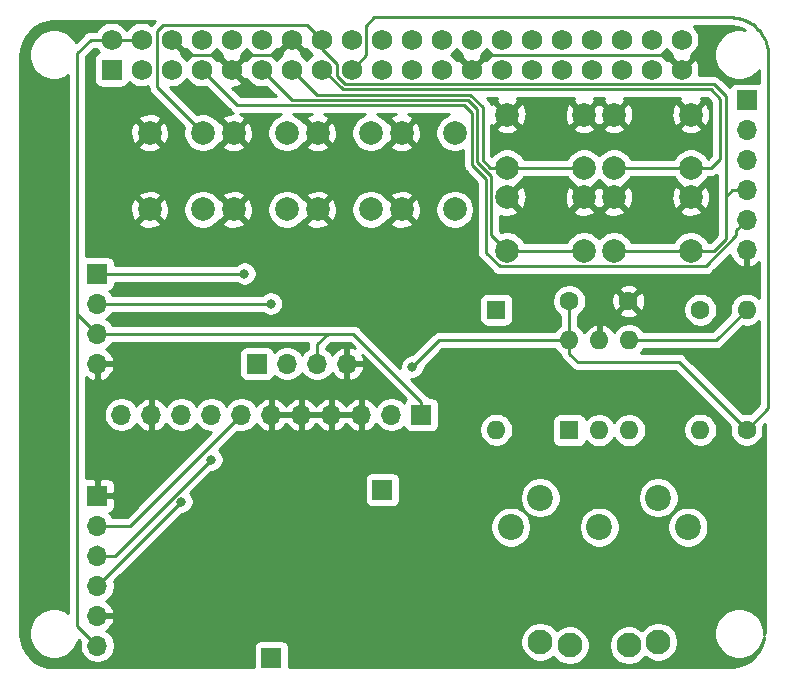
<source format=gbr>
G04 #@! TF.GenerationSoftware,KiCad,Pcbnew,(5.1.9-0-10_14)*
G04 #@! TF.CreationDate,2021-01-16T20:19:36+00:00*
G04 #@! TF.ProjectId,mt32-pi-midi-hat,6d743332-2d70-4692-9d6d-6964692d6861,rev?*
G04 #@! TF.SameCoordinates,Original*
G04 #@! TF.FileFunction,Copper,L1,Top*
G04 #@! TF.FilePolarity,Positive*
%FSLAX46Y46*%
G04 Gerber Fmt 4.6, Leading zero omitted, Abs format (unit mm)*
G04 Created by KiCad (PCBNEW (5.1.9-0-10_14)) date 2021-01-16 20:19:36*
%MOMM*%
%LPD*%
G01*
G04 APERTURE LIST*
G04 #@! TA.AperFunction,ComponentPad*
%ADD10C,2.000000*%
G04 #@! TD*
G04 #@! TA.AperFunction,ComponentPad*
%ADD11O,1.700000X1.700000*%
G04 #@! TD*
G04 #@! TA.AperFunction,ComponentPad*
%ADD12R,1.700000X1.700000*%
G04 #@! TD*
G04 #@! TA.AperFunction,ComponentPad*
%ADD13C,1.750000*%
G04 #@! TD*
G04 #@! TA.AperFunction,ComponentPad*
%ADD14R,1.750000X1.750000*%
G04 #@! TD*
G04 #@! TA.AperFunction,ComponentPad*
%ADD15O,1.600000X1.600000*%
G04 #@! TD*
G04 #@! TA.AperFunction,ComponentPad*
%ADD16C,1.600000*%
G04 #@! TD*
G04 #@! TA.AperFunction,ComponentPad*
%ADD17R,1.600000X1.600000*%
G04 #@! TD*
G04 #@! TA.AperFunction,ComponentPad*
%ADD18C,2.200000*%
G04 #@! TD*
G04 #@! TA.AperFunction,ComponentPad*
%ADD19C,2.100000*%
G04 #@! TD*
G04 #@! TA.AperFunction,ViaPad*
%ADD20C,0.800000*%
G04 #@! TD*
G04 #@! TA.AperFunction,Conductor*
%ADD21C,0.250000*%
G04 #@! TD*
G04 #@! TA.AperFunction,Conductor*
%ADD22C,0.254000*%
G04 #@! TD*
G04 #@! TA.AperFunction,Conductor*
%ADD23C,0.100000*%
G04 #@! TD*
G04 APERTURE END LIST*
D10*
X110337600Y-85854400D03*
X114837600Y-85854400D03*
X110337600Y-92354400D03*
X114837600Y-92354400D03*
X117449600Y-85854400D03*
X121949600Y-85854400D03*
X117449600Y-92354400D03*
X121949600Y-92354400D03*
X124561600Y-85854400D03*
X129061600Y-85854400D03*
X124561600Y-92354400D03*
X129061600Y-92354400D03*
X131673600Y-85854400D03*
X136173600Y-85854400D03*
X131673600Y-92354400D03*
X136173600Y-92354400D03*
X156156800Y-91338400D03*
X156156800Y-95838400D03*
X149656800Y-91338400D03*
X149656800Y-95838400D03*
X156156800Y-84328000D03*
X156156800Y-88828000D03*
X149656800Y-84328000D03*
X149656800Y-88828000D03*
X147114400Y-84328000D03*
X147114400Y-88828000D03*
X140614400Y-84328000D03*
X140614400Y-88828000D03*
X147114400Y-91338400D03*
X147114400Y-95838400D03*
X140614400Y-91338400D03*
X140614400Y-95838400D03*
D11*
X160883600Y-95808800D03*
X160883600Y-93268800D03*
X160883600Y-90728800D03*
X160883600Y-88188800D03*
X160883600Y-85648800D03*
D12*
X160883600Y-83108800D03*
X120650000Y-130302000D03*
D11*
X127050800Y-105410000D03*
X124510800Y-105410000D03*
X121970800Y-105410000D03*
D12*
X119430800Y-105410000D03*
D11*
X107950000Y-109728000D03*
X110490000Y-109728000D03*
X113030000Y-109728000D03*
X115570000Y-109728000D03*
X118110000Y-109728000D03*
X120650000Y-109728000D03*
X123190000Y-109728000D03*
X125730000Y-109728000D03*
X128270000Y-109728000D03*
X130810000Y-109728000D03*
D12*
X133350000Y-109728000D03*
X130048000Y-116078000D03*
D13*
X155384500Y-80518000D03*
X155384500Y-77978000D03*
X152844500Y-80518000D03*
X152844500Y-77978000D03*
X150304500Y-80518000D03*
X150304500Y-77978000D03*
X147764500Y-80518000D03*
X147764500Y-77978000D03*
X145224500Y-80518000D03*
X145224500Y-77978000D03*
X137604500Y-77978000D03*
X137604500Y-80518000D03*
X132524500Y-77978000D03*
X132524500Y-80518000D03*
X129984500Y-77978000D03*
X129984500Y-80518000D03*
X127444500Y-77978000D03*
X127444500Y-80518000D03*
X124904500Y-77978000D03*
X124904500Y-80518000D03*
X122364500Y-77978000D03*
X122364500Y-80518000D03*
X119824500Y-77978000D03*
X119824500Y-80518000D03*
X117284500Y-77978000D03*
X117284500Y-80518000D03*
X114744500Y-77978000D03*
X114744500Y-80518000D03*
X112204500Y-77978000D03*
X112204500Y-80518000D03*
X109664500Y-77978000D03*
X109664500Y-80518000D03*
X107124500Y-77978000D03*
D14*
X107124500Y-80518000D03*
D13*
X135064500Y-80518000D03*
X135064500Y-77978000D03*
X142684500Y-77978000D03*
X142684500Y-80518000D03*
X140144500Y-77978000D03*
X140144500Y-80518000D03*
D15*
X160883600Y-100838000D03*
D16*
X160883600Y-110998000D03*
D15*
X156972000Y-110998000D03*
D16*
X156972000Y-100838000D03*
D15*
X139700000Y-110998000D03*
D17*
X139700000Y-100838000D03*
D18*
X153416000Y-116753000D03*
X143416000Y-116753000D03*
X155916000Y-119253000D03*
X148416000Y-119253000D03*
X140916000Y-119253000D03*
D19*
X143416000Y-128953000D03*
X153416000Y-128953000D03*
X145916000Y-129253000D03*
X150916000Y-129253000D03*
D11*
X105918000Y-129286000D03*
X105918000Y-126746000D03*
X105918000Y-124206000D03*
X105918000Y-121666000D03*
X105918000Y-119126000D03*
D12*
X105918000Y-116586000D03*
D16*
X150872200Y-100126800D03*
X145872200Y-100126800D03*
D15*
X145876000Y-103428800D03*
X150956000Y-111048800D03*
X148416000Y-103428800D03*
X148416000Y-111048800D03*
X150956000Y-103428800D03*
D17*
X145876000Y-111048800D03*
D11*
X105918000Y-105410000D03*
X105918000Y-102870000D03*
X105918000Y-100330000D03*
D12*
X105918000Y-97790000D03*
D20*
X120613000Y-100330000D03*
X118364000Y-97790000D03*
X161696400Y-108305600D03*
X132588000Y-105664000D03*
X113030000Y-117094000D03*
X115570000Y-113538000D03*
D21*
X107124500Y-77978000D02*
X109664500Y-77978000D01*
X105345998Y-77978000D02*
X104234999Y-79088999D01*
X107124500Y-77978000D02*
X105345998Y-77978000D01*
X104216200Y-127584200D02*
X104216200Y-104761798D01*
X105918000Y-129286000D02*
X104216200Y-127584200D01*
X105918000Y-102870000D02*
X104234999Y-101186999D01*
X104234999Y-101186999D02*
X104234999Y-104742999D01*
X104234999Y-79088999D02*
X104234999Y-101186999D01*
X133350000Y-108628000D02*
X127592000Y-102870000D01*
X125984000Y-102870000D02*
X105918000Y-102870000D01*
X133350000Y-109728000D02*
X133350000Y-108628000D01*
X127592000Y-102870000D02*
X125984000Y-102870000D01*
X125984000Y-102870000D02*
X125425200Y-102870000D01*
X124510800Y-103784400D02*
X124510800Y-105410000D01*
X125425200Y-102870000D02*
X124510800Y-103784400D01*
X120613000Y-100330000D02*
X105918000Y-100330000D01*
X118364000Y-97790000D02*
X105918000Y-97790000D01*
X158292800Y-103428800D02*
X160883600Y-100838000D01*
X150956000Y-103428800D02*
X158292800Y-103428800D01*
X154184499Y-79317999D02*
X155384500Y-80518000D01*
X138804501Y-79317999D02*
X154184499Y-79317999D01*
X137604500Y-80518000D02*
X138804501Y-79317999D01*
X113544499Y-79317999D02*
X116084499Y-79317999D01*
X116084499Y-79317999D02*
X117284500Y-80518000D01*
X112204500Y-77978000D02*
X113544499Y-79317999D01*
X121489501Y-78852999D02*
X122364500Y-77978000D01*
X121024501Y-79317999D02*
X121489501Y-78852999D01*
X118484501Y-79317999D02*
X121024501Y-79317999D01*
X117284500Y-80518000D02*
X118484501Y-79317999D01*
X128644501Y-79317999D02*
X128644501Y-76841499D01*
X127444500Y-80518000D02*
X128644501Y-79317999D01*
X128644501Y-76841499D02*
X129382778Y-76103222D01*
X161804663Y-77044879D02*
X161878943Y-77123074D01*
X161648392Y-76896331D02*
X161727816Y-76969302D01*
X161566570Y-76826134D02*
X161648392Y-76896331D01*
X161482387Y-76758741D02*
X161566570Y-76826134D01*
X160222703Y-76170147D02*
X160327647Y-76195067D01*
X161395979Y-76694259D02*
X161482387Y-76758741D01*
X161307406Y-76632736D02*
X161395979Y-76694259D01*
X161727816Y-76969302D02*
X161804663Y-77044879D01*
X160736996Y-76329873D02*
X160836167Y-76372166D01*
X159744096Y-76103222D02*
X159796445Y-76106533D01*
X160534588Y-76255500D02*
X160636412Y-76290962D01*
X160431621Y-76223522D02*
X160534588Y-76255500D01*
X160117027Y-76148820D02*
X160222703Y-76170147D01*
X160933848Y-76417809D02*
X161029953Y-76466762D01*
X129382778Y-76103222D02*
X159744096Y-76103222D01*
X159796445Y-76106533D02*
X159903756Y-76116991D01*
X159903756Y-76116991D02*
X160010657Y-76131092D01*
X160010657Y-76131092D02*
X160117027Y-76148820D01*
X160327647Y-76195067D02*
X160431621Y-76223522D01*
X161216824Y-76574279D02*
X161307406Y-76632736D01*
X161029953Y-76466762D02*
X161124280Y-76518920D01*
X161878943Y-77123074D02*
X161950488Y-77203710D01*
X160836167Y-76372166D02*
X160933848Y-76417809D01*
X160636412Y-76290962D02*
X160736996Y-76329873D01*
X161124280Y-76518920D02*
X161216824Y-76574279D01*
X162708067Y-79069090D02*
X162712912Y-79174781D01*
X162699472Y-78961628D02*
X162708067Y-79069090D01*
X162687226Y-78854478D02*
X162699472Y-78961628D01*
X162671349Y-78747845D02*
X162687226Y-78854478D01*
X162651855Y-78641796D02*
X162671349Y-78747845D01*
X162628766Y-78536467D02*
X162651855Y-78641796D01*
X162602111Y-78431987D02*
X162628766Y-78536467D01*
X162571919Y-78328466D02*
X162602111Y-78431987D01*
X162538237Y-78226067D02*
X162571919Y-78328466D01*
X162369310Y-77829576D02*
X162416564Y-77926465D01*
X162019294Y-77286783D02*
X162085186Y-77372082D01*
X162318756Y-77734283D02*
X162369310Y-77829576D01*
X162501076Y-78124822D02*
X162538237Y-78226067D01*
X162416564Y-77926465D02*
X162460501Y-78024915D01*
X162460501Y-78024915D02*
X162501076Y-78124822D01*
X162265021Y-77640813D02*
X162318756Y-77734283D01*
X162208138Y-77549222D02*
X162265021Y-77640813D01*
X162148178Y-77459621D02*
X162208138Y-77549222D01*
X162085186Y-77372082D02*
X162148178Y-77459621D01*
X161950488Y-77203710D02*
X162019294Y-77286783D01*
X162712912Y-109168688D02*
X160883600Y-110998000D01*
X162712912Y-79174781D02*
X162712912Y-109168688D01*
X160883600Y-110998000D02*
X155143200Y-105257600D01*
X145872200Y-103425000D02*
X145876000Y-103428800D01*
X145872200Y-100126800D02*
X145872200Y-103425000D01*
X145876000Y-104560170D02*
X146573430Y-105257600D01*
X145876000Y-103428800D02*
X145876000Y-104560170D01*
X146573430Y-105257600D02*
X155143200Y-105257600D01*
X134823200Y-103428800D02*
X132588000Y-105664000D01*
X145876000Y-103428800D02*
X134823200Y-103428800D01*
X105918000Y-124206000D02*
X113030000Y-117094000D01*
X105918000Y-121666000D02*
X105918000Y-120865002D01*
X107384998Y-121666000D02*
X105918000Y-121666000D01*
X115258998Y-113792000D02*
X107384998Y-121666000D01*
X115316000Y-113792000D02*
X115570000Y-113538000D01*
X115258998Y-113792000D02*
X115316000Y-113792000D01*
X108712000Y-119126000D02*
X118110000Y-109728000D01*
X105918000Y-119126000D02*
X108712000Y-119126000D01*
X160033601Y-94118799D02*
X160883600Y-93268800D01*
X160033601Y-94552009D02*
X160033601Y-94118799D01*
X157422209Y-97163401D02*
X160033601Y-94552009D01*
X139978399Y-97163401D02*
X157422209Y-97163401D01*
X138839389Y-89766589D02*
X138839389Y-96024391D01*
X137631582Y-88558782D02*
X138839389Y-89766589D01*
X137631582Y-84189982D02*
X137631582Y-88558782D01*
X138839389Y-96024391D02*
X139978399Y-97163401D01*
X136978839Y-83537239D02*
X137631582Y-84189982D01*
X117763739Y-83537239D02*
X136978839Y-83537239D01*
X114744500Y-80518000D02*
X117763739Y-83537239D01*
X126244499Y-81094001D02*
X126887698Y-81737200D01*
X126887698Y-81737200D02*
X158089600Y-81737200D01*
X159105600Y-94843600D02*
X158110800Y-95838400D01*
X158089600Y-81737200D02*
X159105600Y-82753200D01*
X126244499Y-80081997D02*
X126244499Y-81094001D01*
X124904500Y-78741998D02*
X126244499Y-80081997D01*
X158110800Y-95838400D02*
X156156800Y-95838400D01*
X124904500Y-77978000D02*
X124904500Y-78741998D01*
X159105600Y-91304719D02*
X159105600Y-91490800D01*
X159681519Y-90728800D02*
X159105600Y-91304719D01*
X160883600Y-90728800D02*
X159681519Y-90728800D01*
X159105600Y-91490800D02*
X159105600Y-94843600D01*
X159105600Y-82753200D02*
X159105600Y-91490800D01*
X149656800Y-95838400D02*
X156156800Y-95838400D01*
X113837601Y-84854401D02*
X114837600Y-85854400D01*
X111004499Y-82021299D02*
X113837601Y-84854401D01*
X111004499Y-77262001D02*
X111004499Y-82021299D01*
X123704499Y-76777999D02*
X111488501Y-76777999D01*
X111488501Y-76777999D02*
X111004499Y-77262001D01*
X124904500Y-77978000D02*
X123704499Y-76777999D01*
X157879210Y-82187210D02*
X158655590Y-82963590D01*
X126701298Y-82187210D02*
X157879210Y-82187210D01*
X125032088Y-80518000D02*
X126701298Y-82187210D01*
X124904500Y-80518000D02*
X125032088Y-80518000D01*
X158655590Y-82963590D02*
X158655590Y-88080010D01*
X157907600Y-88828000D02*
X156156800Y-88828000D01*
X158655590Y-88080010D02*
X157907600Y-88828000D01*
X149656800Y-88828000D02*
X156156800Y-88828000D01*
X124483720Y-82637220D02*
X122364500Y-80518000D01*
X137501220Y-82637220D02*
X124483720Y-82637220D01*
X138531600Y-83667600D02*
X137501220Y-82637220D01*
X138531600Y-88159413D02*
X138531600Y-83667600D01*
X139200187Y-88828000D02*
X138531600Y-88159413D01*
X140614400Y-88828000D02*
X139200187Y-88828000D01*
X140614400Y-88828000D02*
X147114400Y-88828000D01*
X122393729Y-83087229D02*
X137290829Y-83087229D01*
X137290829Y-83087229D02*
X138081590Y-83877990D01*
X119824500Y-80518000D02*
X122393729Y-83087229D01*
X139289399Y-94513399D02*
X140614400Y-95838400D01*
X139289399Y-89553622D02*
X139289399Y-94513399D01*
X138081591Y-88345814D02*
X139289399Y-89553622D01*
X138081590Y-83877990D02*
X138081591Y-88345814D01*
X140614400Y-95838400D02*
X147114400Y-95838400D01*
D22*
X110493502Y-76698197D02*
X110481638Y-76707933D01*
X110379753Y-76639856D01*
X110104951Y-76526029D01*
X109813222Y-76468000D01*
X109515778Y-76468000D01*
X109224049Y-76526029D01*
X108949247Y-76639856D01*
X108701931Y-76805107D01*
X108491607Y-77015431D01*
X108394500Y-77160762D01*
X108297393Y-77015431D01*
X108087069Y-76805107D01*
X107839753Y-76639856D01*
X107564951Y-76526029D01*
X107273222Y-76468000D01*
X106975778Y-76468000D01*
X106684049Y-76526029D01*
X106409247Y-76639856D01*
X106161931Y-76805107D01*
X105951607Y-77015431D01*
X105816255Y-77218000D01*
X105383321Y-77218000D01*
X105345998Y-77214324D01*
X105308675Y-77218000D01*
X105308665Y-77218000D01*
X105197012Y-77228997D01*
X105053751Y-77272454D01*
X104921722Y-77343026D01*
X104805997Y-77437999D01*
X104782199Y-77466997D01*
X104092834Y-78156363D01*
X103912863Y-77887017D01*
X103615483Y-77589637D01*
X103265802Y-77355988D01*
X102877256Y-77195047D01*
X102464779Y-77113000D01*
X102044221Y-77113000D01*
X101631744Y-77195047D01*
X101243198Y-77355988D01*
X100893517Y-77589637D01*
X100596137Y-77887017D01*
X100362488Y-78236698D01*
X100201547Y-78625244D01*
X100119500Y-79037721D01*
X100119500Y-79458279D01*
X100201547Y-79870756D01*
X100362488Y-80259302D01*
X100596137Y-80608983D01*
X100893517Y-80906363D01*
X101243198Y-81140012D01*
X101631744Y-81300953D01*
X102044221Y-81383000D01*
X102464779Y-81383000D01*
X102877256Y-81300953D01*
X103265802Y-81140012D01*
X103474999Y-81000231D01*
X103475000Y-101149657D01*
X103474999Y-101149667D01*
X103474999Y-101149677D01*
X103471323Y-101186999D01*
X103474999Y-101224322D01*
X103475000Y-104587092D01*
X103467198Y-104612812D01*
X103456201Y-104724465D01*
X103456200Y-126483208D01*
X103265802Y-126355988D01*
X102877256Y-126195047D01*
X102464779Y-126113000D01*
X102044221Y-126113000D01*
X101631744Y-126195047D01*
X101243198Y-126355988D01*
X100893517Y-126589637D01*
X100596137Y-126887017D01*
X100362488Y-127236698D01*
X100201547Y-127625244D01*
X100119500Y-128037721D01*
X100119500Y-128458279D01*
X100201547Y-128870756D01*
X100362488Y-129259302D01*
X100596137Y-129608983D01*
X100893517Y-129906363D01*
X101243198Y-130140012D01*
X101631744Y-130300953D01*
X102044221Y-130383000D01*
X102464779Y-130383000D01*
X102877256Y-130300953D01*
X103265802Y-130140012D01*
X103615483Y-129906363D01*
X103912863Y-129608983D01*
X104146512Y-129259302D01*
X104307453Y-128870756D01*
X104327446Y-128770247D01*
X104476791Y-128919592D01*
X104433000Y-129139740D01*
X104433000Y-129432260D01*
X104490068Y-129719158D01*
X104602010Y-129989411D01*
X104764525Y-130232632D01*
X104971368Y-130439475D01*
X105214589Y-130601990D01*
X105484842Y-130713932D01*
X105771740Y-130771000D01*
X106064260Y-130771000D01*
X106351158Y-130713932D01*
X106621411Y-130601990D01*
X106864632Y-130439475D01*
X107071475Y-130232632D01*
X107233990Y-129989411D01*
X107345932Y-129719158D01*
X107403000Y-129432260D01*
X107403000Y-129139740D01*
X107345932Y-128852842D01*
X107318677Y-128787042D01*
X141731000Y-128787042D01*
X141731000Y-129118958D01*
X141795754Y-129444496D01*
X141922772Y-129751147D01*
X142107175Y-130027125D01*
X142341875Y-130261825D01*
X142617853Y-130446228D01*
X142924504Y-130573246D01*
X143250042Y-130638000D01*
X143581958Y-130638000D01*
X143907496Y-130573246D01*
X144214147Y-130446228D01*
X144490125Y-130261825D01*
X144534136Y-130217814D01*
X144607175Y-130327125D01*
X144841875Y-130561825D01*
X145117853Y-130746228D01*
X145424504Y-130873246D01*
X145750042Y-130938000D01*
X146081958Y-130938000D01*
X146407496Y-130873246D01*
X146714147Y-130746228D01*
X146990125Y-130561825D01*
X147224825Y-130327125D01*
X147409228Y-130051147D01*
X147536246Y-129744496D01*
X147601000Y-129418958D01*
X147601000Y-129087042D01*
X149231000Y-129087042D01*
X149231000Y-129418958D01*
X149295754Y-129744496D01*
X149422772Y-130051147D01*
X149607175Y-130327125D01*
X149841875Y-130561825D01*
X150117853Y-130746228D01*
X150424504Y-130873246D01*
X150750042Y-130938000D01*
X151081958Y-130938000D01*
X151407496Y-130873246D01*
X151714147Y-130746228D01*
X151990125Y-130561825D01*
X152224825Y-130327125D01*
X152297864Y-130217814D01*
X152341875Y-130261825D01*
X152617853Y-130446228D01*
X152924504Y-130573246D01*
X153250042Y-130638000D01*
X153581958Y-130638000D01*
X153907496Y-130573246D01*
X154214147Y-130446228D01*
X154490125Y-130261825D01*
X154724825Y-130027125D01*
X154909228Y-129751147D01*
X155036246Y-129444496D01*
X155101000Y-129118958D01*
X155101000Y-128787042D01*
X155036246Y-128461504D01*
X154909228Y-128154853D01*
X154724825Y-127878875D01*
X154490125Y-127644175D01*
X154214147Y-127459772D01*
X153907496Y-127332754D01*
X153581958Y-127268000D01*
X153250042Y-127268000D01*
X152924504Y-127332754D01*
X152617853Y-127459772D01*
X152341875Y-127644175D01*
X152107175Y-127878875D01*
X152034136Y-127988186D01*
X151990125Y-127944175D01*
X151714147Y-127759772D01*
X151407496Y-127632754D01*
X151081958Y-127568000D01*
X150750042Y-127568000D01*
X150424504Y-127632754D01*
X150117853Y-127759772D01*
X149841875Y-127944175D01*
X149607175Y-128178875D01*
X149422772Y-128454853D01*
X149295754Y-128761504D01*
X149231000Y-129087042D01*
X147601000Y-129087042D01*
X147536246Y-128761504D01*
X147409228Y-128454853D01*
X147224825Y-128178875D01*
X146990125Y-127944175D01*
X146714147Y-127759772D01*
X146407496Y-127632754D01*
X146081958Y-127568000D01*
X145750042Y-127568000D01*
X145424504Y-127632754D01*
X145117853Y-127759772D01*
X144841875Y-127944175D01*
X144797864Y-127988186D01*
X144724825Y-127878875D01*
X144490125Y-127644175D01*
X144214147Y-127459772D01*
X143907496Y-127332754D01*
X143581958Y-127268000D01*
X143250042Y-127268000D01*
X142924504Y-127332754D01*
X142617853Y-127459772D01*
X142341875Y-127644175D01*
X142107175Y-127878875D01*
X141922772Y-128154853D01*
X141795754Y-128461504D01*
X141731000Y-128787042D01*
X107318677Y-128787042D01*
X107233990Y-128582589D01*
X107071475Y-128339368D01*
X106864632Y-128132525D01*
X106682466Y-128010805D01*
X106799355Y-127941178D01*
X107015588Y-127746269D01*
X107189641Y-127512920D01*
X107314825Y-127250099D01*
X107359476Y-127102890D01*
X107238155Y-126873000D01*
X106045000Y-126873000D01*
X106045000Y-126893000D01*
X105791000Y-126893000D01*
X105791000Y-126873000D01*
X105771000Y-126873000D01*
X105771000Y-126619000D01*
X105791000Y-126619000D01*
X105791000Y-126599000D01*
X106045000Y-126599000D01*
X106045000Y-126619000D01*
X107238155Y-126619000D01*
X107359476Y-126389110D01*
X107314825Y-126241901D01*
X107189641Y-125979080D01*
X107015588Y-125745731D01*
X106799355Y-125550822D01*
X106682466Y-125481195D01*
X106864632Y-125359475D01*
X107071475Y-125152632D01*
X107233990Y-124909411D01*
X107345932Y-124639158D01*
X107403000Y-124352260D01*
X107403000Y-124059740D01*
X107359209Y-123839592D01*
X112116684Y-119082117D01*
X139181000Y-119082117D01*
X139181000Y-119423883D01*
X139247675Y-119759081D01*
X139378463Y-120074831D01*
X139568337Y-120358998D01*
X139810002Y-120600663D01*
X140094169Y-120790537D01*
X140409919Y-120921325D01*
X140745117Y-120988000D01*
X141086883Y-120988000D01*
X141422081Y-120921325D01*
X141737831Y-120790537D01*
X142021998Y-120600663D01*
X142263663Y-120358998D01*
X142453537Y-120074831D01*
X142584325Y-119759081D01*
X142651000Y-119423883D01*
X142651000Y-119082117D01*
X146681000Y-119082117D01*
X146681000Y-119423883D01*
X146747675Y-119759081D01*
X146878463Y-120074831D01*
X147068337Y-120358998D01*
X147310002Y-120600663D01*
X147594169Y-120790537D01*
X147909919Y-120921325D01*
X148245117Y-120988000D01*
X148586883Y-120988000D01*
X148922081Y-120921325D01*
X149237831Y-120790537D01*
X149521998Y-120600663D01*
X149763663Y-120358998D01*
X149953537Y-120074831D01*
X150084325Y-119759081D01*
X150151000Y-119423883D01*
X150151000Y-119082117D01*
X154181000Y-119082117D01*
X154181000Y-119423883D01*
X154247675Y-119759081D01*
X154378463Y-120074831D01*
X154568337Y-120358998D01*
X154810002Y-120600663D01*
X155094169Y-120790537D01*
X155409919Y-120921325D01*
X155745117Y-120988000D01*
X156086883Y-120988000D01*
X156422081Y-120921325D01*
X156737831Y-120790537D01*
X157021998Y-120600663D01*
X157263663Y-120358998D01*
X157453537Y-120074831D01*
X157584325Y-119759081D01*
X157651000Y-119423883D01*
X157651000Y-119082117D01*
X157584325Y-118746919D01*
X157453537Y-118431169D01*
X157263663Y-118147002D01*
X157021998Y-117905337D01*
X156737831Y-117715463D01*
X156422081Y-117584675D01*
X156086883Y-117518000D01*
X155745117Y-117518000D01*
X155409919Y-117584675D01*
X155094169Y-117715463D01*
X154810002Y-117905337D01*
X154568337Y-118147002D01*
X154378463Y-118431169D01*
X154247675Y-118746919D01*
X154181000Y-119082117D01*
X150151000Y-119082117D01*
X150084325Y-118746919D01*
X149953537Y-118431169D01*
X149763663Y-118147002D01*
X149521998Y-117905337D01*
X149237831Y-117715463D01*
X148922081Y-117584675D01*
X148586883Y-117518000D01*
X148245117Y-117518000D01*
X147909919Y-117584675D01*
X147594169Y-117715463D01*
X147310002Y-117905337D01*
X147068337Y-118147002D01*
X146878463Y-118431169D01*
X146747675Y-118746919D01*
X146681000Y-119082117D01*
X142651000Y-119082117D01*
X142584325Y-118746919D01*
X142453537Y-118431169D01*
X142263663Y-118147002D01*
X142021998Y-117905337D01*
X141737831Y-117715463D01*
X141422081Y-117584675D01*
X141086883Y-117518000D01*
X140745117Y-117518000D01*
X140409919Y-117584675D01*
X140094169Y-117715463D01*
X139810002Y-117905337D01*
X139568337Y-118147002D01*
X139378463Y-118431169D01*
X139247675Y-118746919D01*
X139181000Y-119082117D01*
X112116684Y-119082117D01*
X113069802Y-118129000D01*
X113131939Y-118129000D01*
X113331898Y-118089226D01*
X113520256Y-118011205D01*
X113689774Y-117897937D01*
X113833937Y-117753774D01*
X113947205Y-117584256D01*
X114025226Y-117395898D01*
X114065000Y-117195939D01*
X114065000Y-116992061D01*
X114025226Y-116792102D01*
X113947205Y-116603744D01*
X113833937Y-116434226D01*
X113762755Y-116363044D01*
X114897799Y-115228000D01*
X128559928Y-115228000D01*
X128559928Y-116928000D01*
X128572188Y-117052482D01*
X128608498Y-117172180D01*
X128667463Y-117282494D01*
X128746815Y-117379185D01*
X128843506Y-117458537D01*
X128953820Y-117517502D01*
X129073518Y-117553812D01*
X129198000Y-117566072D01*
X130898000Y-117566072D01*
X131022482Y-117553812D01*
X131142180Y-117517502D01*
X131252494Y-117458537D01*
X131349185Y-117379185D01*
X131428537Y-117282494D01*
X131487502Y-117172180D01*
X131523812Y-117052482D01*
X131536072Y-116928000D01*
X131536072Y-116582117D01*
X141681000Y-116582117D01*
X141681000Y-116923883D01*
X141747675Y-117259081D01*
X141878463Y-117574831D01*
X142068337Y-117858998D01*
X142310002Y-118100663D01*
X142594169Y-118290537D01*
X142909919Y-118421325D01*
X143245117Y-118488000D01*
X143586883Y-118488000D01*
X143922081Y-118421325D01*
X144237831Y-118290537D01*
X144521998Y-118100663D01*
X144763663Y-117858998D01*
X144953537Y-117574831D01*
X145084325Y-117259081D01*
X145151000Y-116923883D01*
X145151000Y-116582117D01*
X151681000Y-116582117D01*
X151681000Y-116923883D01*
X151747675Y-117259081D01*
X151878463Y-117574831D01*
X152068337Y-117858998D01*
X152310002Y-118100663D01*
X152594169Y-118290537D01*
X152909919Y-118421325D01*
X153245117Y-118488000D01*
X153586883Y-118488000D01*
X153922081Y-118421325D01*
X154237831Y-118290537D01*
X154521998Y-118100663D01*
X154763663Y-117858998D01*
X154953537Y-117574831D01*
X155084325Y-117259081D01*
X155151000Y-116923883D01*
X155151000Y-116582117D01*
X155084325Y-116246919D01*
X154953537Y-115931169D01*
X154763663Y-115647002D01*
X154521998Y-115405337D01*
X154237831Y-115215463D01*
X153922081Y-115084675D01*
X153586883Y-115018000D01*
X153245117Y-115018000D01*
X152909919Y-115084675D01*
X152594169Y-115215463D01*
X152310002Y-115405337D01*
X152068337Y-115647002D01*
X151878463Y-115931169D01*
X151747675Y-116246919D01*
X151681000Y-116582117D01*
X145151000Y-116582117D01*
X145084325Y-116246919D01*
X144953537Y-115931169D01*
X144763663Y-115647002D01*
X144521998Y-115405337D01*
X144237831Y-115215463D01*
X143922081Y-115084675D01*
X143586883Y-115018000D01*
X143245117Y-115018000D01*
X142909919Y-115084675D01*
X142594169Y-115215463D01*
X142310002Y-115405337D01*
X142068337Y-115647002D01*
X141878463Y-115931169D01*
X141747675Y-116246919D01*
X141681000Y-116582117D01*
X131536072Y-116582117D01*
X131536072Y-115228000D01*
X131523812Y-115103518D01*
X131487502Y-114983820D01*
X131428537Y-114873506D01*
X131349185Y-114776815D01*
X131252494Y-114697463D01*
X131142180Y-114638498D01*
X131022482Y-114602188D01*
X130898000Y-114589928D01*
X129198000Y-114589928D01*
X129073518Y-114602188D01*
X128953820Y-114638498D01*
X128843506Y-114697463D01*
X128746815Y-114776815D01*
X128667463Y-114873506D01*
X128608498Y-114983820D01*
X128572188Y-115103518D01*
X128559928Y-115228000D01*
X114897799Y-115228000D01*
X115552800Y-114573000D01*
X115671939Y-114573000D01*
X115871898Y-114533226D01*
X116060256Y-114455205D01*
X116229774Y-114341937D01*
X116373937Y-114197774D01*
X116487205Y-114028256D01*
X116565226Y-113839898D01*
X116605000Y-113639939D01*
X116605000Y-113436061D01*
X116565226Y-113236102D01*
X116487205Y-113047744D01*
X116373937Y-112878226D01*
X116229774Y-112734063D01*
X116199181Y-112713621D01*
X117743592Y-111169210D01*
X117963740Y-111213000D01*
X118256260Y-111213000D01*
X118543158Y-111155932D01*
X118813411Y-111043990D01*
X119056632Y-110881475D01*
X119263475Y-110674632D01*
X119385195Y-110492466D01*
X119454822Y-110609355D01*
X119649731Y-110825588D01*
X119883080Y-110999641D01*
X120145901Y-111124825D01*
X120293110Y-111169476D01*
X120523000Y-111048155D01*
X120523000Y-109855000D01*
X120777000Y-109855000D01*
X120777000Y-111048155D01*
X121006890Y-111169476D01*
X121154099Y-111124825D01*
X121416920Y-110999641D01*
X121650269Y-110825588D01*
X121845178Y-110609355D01*
X121920000Y-110483745D01*
X121994822Y-110609355D01*
X122189731Y-110825588D01*
X122423080Y-110999641D01*
X122685901Y-111124825D01*
X122833110Y-111169476D01*
X123063000Y-111048155D01*
X123063000Y-109855000D01*
X123317000Y-109855000D01*
X123317000Y-111048155D01*
X123546890Y-111169476D01*
X123694099Y-111124825D01*
X123956920Y-110999641D01*
X124190269Y-110825588D01*
X124385178Y-110609355D01*
X124460000Y-110483745D01*
X124534822Y-110609355D01*
X124729731Y-110825588D01*
X124963080Y-110999641D01*
X125225901Y-111124825D01*
X125373110Y-111169476D01*
X125603000Y-111048155D01*
X125603000Y-109855000D01*
X125857000Y-109855000D01*
X125857000Y-111048155D01*
X126086890Y-111169476D01*
X126234099Y-111124825D01*
X126496920Y-110999641D01*
X126730269Y-110825588D01*
X126925178Y-110609355D01*
X127000000Y-110483745D01*
X127074822Y-110609355D01*
X127269731Y-110825588D01*
X127503080Y-110999641D01*
X127765901Y-111124825D01*
X127913110Y-111169476D01*
X128143000Y-111048155D01*
X128143000Y-109855000D01*
X125857000Y-109855000D01*
X125603000Y-109855000D01*
X123317000Y-109855000D01*
X123063000Y-109855000D01*
X120777000Y-109855000D01*
X120523000Y-109855000D01*
X120503000Y-109855000D01*
X120503000Y-109601000D01*
X120523000Y-109601000D01*
X120523000Y-108407845D01*
X120777000Y-108407845D01*
X120777000Y-109601000D01*
X123063000Y-109601000D01*
X123063000Y-108407845D01*
X123317000Y-108407845D01*
X123317000Y-109601000D01*
X125603000Y-109601000D01*
X125603000Y-108407845D01*
X125857000Y-108407845D01*
X125857000Y-109601000D01*
X128143000Y-109601000D01*
X128143000Y-108407845D01*
X127913110Y-108286524D01*
X127765901Y-108331175D01*
X127503080Y-108456359D01*
X127269731Y-108630412D01*
X127074822Y-108846645D01*
X127000000Y-108972255D01*
X126925178Y-108846645D01*
X126730269Y-108630412D01*
X126496920Y-108456359D01*
X126234099Y-108331175D01*
X126086890Y-108286524D01*
X125857000Y-108407845D01*
X125603000Y-108407845D01*
X125373110Y-108286524D01*
X125225901Y-108331175D01*
X124963080Y-108456359D01*
X124729731Y-108630412D01*
X124534822Y-108846645D01*
X124460000Y-108972255D01*
X124385178Y-108846645D01*
X124190269Y-108630412D01*
X123956920Y-108456359D01*
X123694099Y-108331175D01*
X123546890Y-108286524D01*
X123317000Y-108407845D01*
X123063000Y-108407845D01*
X122833110Y-108286524D01*
X122685901Y-108331175D01*
X122423080Y-108456359D01*
X122189731Y-108630412D01*
X121994822Y-108846645D01*
X121920000Y-108972255D01*
X121845178Y-108846645D01*
X121650269Y-108630412D01*
X121416920Y-108456359D01*
X121154099Y-108331175D01*
X121006890Y-108286524D01*
X120777000Y-108407845D01*
X120523000Y-108407845D01*
X120293110Y-108286524D01*
X120145901Y-108331175D01*
X119883080Y-108456359D01*
X119649731Y-108630412D01*
X119454822Y-108846645D01*
X119385195Y-108963534D01*
X119263475Y-108781368D01*
X119056632Y-108574525D01*
X118813411Y-108412010D01*
X118543158Y-108300068D01*
X118256260Y-108243000D01*
X117963740Y-108243000D01*
X117676842Y-108300068D01*
X117406589Y-108412010D01*
X117163368Y-108574525D01*
X116956525Y-108781368D01*
X116840000Y-108955760D01*
X116723475Y-108781368D01*
X116516632Y-108574525D01*
X116273411Y-108412010D01*
X116003158Y-108300068D01*
X115716260Y-108243000D01*
X115423740Y-108243000D01*
X115136842Y-108300068D01*
X114866589Y-108412010D01*
X114623368Y-108574525D01*
X114416525Y-108781368D01*
X114300000Y-108955760D01*
X114183475Y-108781368D01*
X113976632Y-108574525D01*
X113733411Y-108412010D01*
X113463158Y-108300068D01*
X113176260Y-108243000D01*
X112883740Y-108243000D01*
X112596842Y-108300068D01*
X112326589Y-108412010D01*
X112083368Y-108574525D01*
X111876525Y-108781368D01*
X111754805Y-108963534D01*
X111685178Y-108846645D01*
X111490269Y-108630412D01*
X111256920Y-108456359D01*
X110994099Y-108331175D01*
X110846890Y-108286524D01*
X110617000Y-108407845D01*
X110617000Y-109601000D01*
X110637000Y-109601000D01*
X110637000Y-109855000D01*
X110617000Y-109855000D01*
X110617000Y-111048155D01*
X110846890Y-111169476D01*
X110994099Y-111124825D01*
X111256920Y-110999641D01*
X111490269Y-110825588D01*
X111685178Y-110609355D01*
X111754805Y-110492466D01*
X111876525Y-110674632D01*
X112083368Y-110881475D01*
X112326589Y-111043990D01*
X112596842Y-111155932D01*
X112883740Y-111213000D01*
X113176260Y-111213000D01*
X113463158Y-111155932D01*
X113733411Y-111043990D01*
X113976632Y-110881475D01*
X114183475Y-110674632D01*
X114300000Y-110500240D01*
X114416525Y-110674632D01*
X114623368Y-110881475D01*
X114866589Y-111043990D01*
X115136842Y-111155932D01*
X115423740Y-111213000D01*
X115550198Y-111213000D01*
X108397199Y-118366000D01*
X107196178Y-118366000D01*
X107071475Y-118179368D01*
X106939620Y-118047513D01*
X107012180Y-118025502D01*
X107122494Y-117966537D01*
X107219185Y-117887185D01*
X107298537Y-117790494D01*
X107357502Y-117680180D01*
X107393812Y-117560482D01*
X107406072Y-117436000D01*
X107403000Y-116871750D01*
X107244250Y-116713000D01*
X106045000Y-116713000D01*
X106045000Y-116733000D01*
X105791000Y-116733000D01*
X105791000Y-116713000D01*
X105771000Y-116713000D01*
X105771000Y-116459000D01*
X105791000Y-116459000D01*
X105791000Y-115259750D01*
X106045000Y-115259750D01*
X106045000Y-116459000D01*
X107244250Y-116459000D01*
X107403000Y-116300250D01*
X107406072Y-115736000D01*
X107393812Y-115611518D01*
X107357502Y-115491820D01*
X107298537Y-115381506D01*
X107219185Y-115284815D01*
X107122494Y-115205463D01*
X107012180Y-115146498D01*
X106892482Y-115110188D01*
X106768000Y-115097928D01*
X106203750Y-115101000D01*
X106045000Y-115259750D01*
X105791000Y-115259750D01*
X105632250Y-115101000D01*
X105068000Y-115097928D01*
X104976200Y-115106969D01*
X104976200Y-109581740D01*
X106465000Y-109581740D01*
X106465000Y-109874260D01*
X106522068Y-110161158D01*
X106634010Y-110431411D01*
X106796525Y-110674632D01*
X107003368Y-110881475D01*
X107246589Y-111043990D01*
X107516842Y-111155932D01*
X107803740Y-111213000D01*
X108096260Y-111213000D01*
X108383158Y-111155932D01*
X108653411Y-111043990D01*
X108896632Y-110881475D01*
X109103475Y-110674632D01*
X109225195Y-110492466D01*
X109294822Y-110609355D01*
X109489731Y-110825588D01*
X109723080Y-110999641D01*
X109985901Y-111124825D01*
X110133110Y-111169476D01*
X110363000Y-111048155D01*
X110363000Y-109855000D01*
X110343000Y-109855000D01*
X110343000Y-109601000D01*
X110363000Y-109601000D01*
X110363000Y-108407845D01*
X110133110Y-108286524D01*
X109985901Y-108331175D01*
X109723080Y-108456359D01*
X109489731Y-108630412D01*
X109294822Y-108846645D01*
X109225195Y-108963534D01*
X109103475Y-108781368D01*
X108896632Y-108574525D01*
X108653411Y-108412010D01*
X108383158Y-108300068D01*
X108096260Y-108243000D01*
X107803740Y-108243000D01*
X107516842Y-108300068D01*
X107246589Y-108412010D01*
X107003368Y-108574525D01*
X106796525Y-108781368D01*
X106634010Y-109024589D01*
X106522068Y-109294842D01*
X106465000Y-109581740D01*
X104976200Y-109581740D01*
X104976200Y-106550694D01*
X105036645Y-106605178D01*
X105286748Y-106754157D01*
X105561109Y-106851481D01*
X105791000Y-106730814D01*
X105791000Y-105537000D01*
X106045000Y-105537000D01*
X106045000Y-106730814D01*
X106274891Y-106851481D01*
X106549252Y-106754157D01*
X106799355Y-106605178D01*
X107015588Y-106410269D01*
X107189641Y-106176920D01*
X107314825Y-105914099D01*
X107359476Y-105766890D01*
X107238155Y-105537000D01*
X106045000Y-105537000D01*
X105791000Y-105537000D01*
X105771000Y-105537000D01*
X105771000Y-105283000D01*
X105791000Y-105283000D01*
X105791000Y-105263000D01*
X106045000Y-105263000D01*
X106045000Y-105283000D01*
X107238155Y-105283000D01*
X107359476Y-105053110D01*
X107314825Y-104905901D01*
X107189641Y-104643080D01*
X107015588Y-104409731D01*
X106799355Y-104214822D01*
X106682466Y-104145195D01*
X106864632Y-104023475D01*
X107071475Y-103816632D01*
X107196178Y-103630000D01*
X123763440Y-103630000D01*
X123761797Y-103635415D01*
X123750800Y-103747068D01*
X123750800Y-103747078D01*
X123747124Y-103784400D01*
X123750800Y-103821723D01*
X123750800Y-104131821D01*
X123564168Y-104256525D01*
X123357325Y-104463368D01*
X123240800Y-104637760D01*
X123124275Y-104463368D01*
X122917432Y-104256525D01*
X122674211Y-104094010D01*
X122403958Y-103982068D01*
X122117060Y-103925000D01*
X121824540Y-103925000D01*
X121537642Y-103982068D01*
X121267389Y-104094010D01*
X121024168Y-104256525D01*
X120892313Y-104388380D01*
X120870302Y-104315820D01*
X120811337Y-104205506D01*
X120731985Y-104108815D01*
X120635294Y-104029463D01*
X120524980Y-103970498D01*
X120405282Y-103934188D01*
X120280800Y-103921928D01*
X118580800Y-103921928D01*
X118456318Y-103934188D01*
X118336620Y-103970498D01*
X118226306Y-104029463D01*
X118129615Y-104108815D01*
X118050263Y-104205506D01*
X117991298Y-104315820D01*
X117954988Y-104435518D01*
X117942728Y-104560000D01*
X117942728Y-106260000D01*
X117954988Y-106384482D01*
X117991298Y-106504180D01*
X118050263Y-106614494D01*
X118129615Y-106711185D01*
X118226306Y-106790537D01*
X118336620Y-106849502D01*
X118456318Y-106885812D01*
X118580800Y-106898072D01*
X120280800Y-106898072D01*
X120405282Y-106885812D01*
X120524980Y-106849502D01*
X120635294Y-106790537D01*
X120731985Y-106711185D01*
X120811337Y-106614494D01*
X120870302Y-106504180D01*
X120892313Y-106431620D01*
X121024168Y-106563475D01*
X121267389Y-106725990D01*
X121537642Y-106837932D01*
X121824540Y-106895000D01*
X122117060Y-106895000D01*
X122403958Y-106837932D01*
X122674211Y-106725990D01*
X122917432Y-106563475D01*
X123124275Y-106356632D01*
X123240800Y-106182240D01*
X123357325Y-106356632D01*
X123564168Y-106563475D01*
X123807389Y-106725990D01*
X124077642Y-106837932D01*
X124364540Y-106895000D01*
X124657060Y-106895000D01*
X124943958Y-106837932D01*
X125214211Y-106725990D01*
X125457432Y-106563475D01*
X125664275Y-106356632D01*
X125785995Y-106174466D01*
X125855622Y-106291355D01*
X126050531Y-106507588D01*
X126283880Y-106681641D01*
X126546701Y-106806825D01*
X126693910Y-106851476D01*
X126923800Y-106730155D01*
X126923800Y-105537000D01*
X127177800Y-105537000D01*
X127177800Y-106730155D01*
X127407690Y-106851476D01*
X127554899Y-106806825D01*
X127817720Y-106681641D01*
X128051069Y-106507588D01*
X128245978Y-106291355D01*
X128394957Y-106041252D01*
X128492281Y-105766891D01*
X128371614Y-105537000D01*
X127177800Y-105537000D01*
X126923800Y-105537000D01*
X126903800Y-105537000D01*
X126903800Y-105283000D01*
X126923800Y-105283000D01*
X126923800Y-104089845D01*
X126693910Y-103968524D01*
X126546701Y-104013175D01*
X126283880Y-104138359D01*
X126050531Y-104312412D01*
X125855622Y-104528645D01*
X125785995Y-104645534D01*
X125664275Y-104463368D01*
X125457432Y-104256525D01*
X125270800Y-104131822D01*
X125270800Y-104099201D01*
X125740002Y-103630000D01*
X127277199Y-103630000D01*
X127756306Y-104109107D01*
X127554899Y-104013175D01*
X127407690Y-103968524D01*
X127177800Y-104089845D01*
X127177800Y-105283000D01*
X128371614Y-105283000D01*
X128492281Y-105053109D01*
X128394957Y-104778748D01*
X128349302Y-104702103D01*
X132062655Y-108415457D01*
X132048815Y-108426815D01*
X131969463Y-108523506D01*
X131910498Y-108633820D01*
X131888487Y-108706380D01*
X131756632Y-108574525D01*
X131513411Y-108412010D01*
X131243158Y-108300068D01*
X130956260Y-108243000D01*
X130663740Y-108243000D01*
X130376842Y-108300068D01*
X130106589Y-108412010D01*
X129863368Y-108574525D01*
X129656525Y-108781368D01*
X129534805Y-108963534D01*
X129465178Y-108846645D01*
X129270269Y-108630412D01*
X129036920Y-108456359D01*
X128774099Y-108331175D01*
X128626890Y-108286524D01*
X128397000Y-108407845D01*
X128397000Y-109601000D01*
X128417000Y-109601000D01*
X128417000Y-109855000D01*
X128397000Y-109855000D01*
X128397000Y-111048155D01*
X128626890Y-111169476D01*
X128774099Y-111124825D01*
X129036920Y-110999641D01*
X129270269Y-110825588D01*
X129465178Y-110609355D01*
X129534805Y-110492466D01*
X129656525Y-110674632D01*
X129863368Y-110881475D01*
X130106589Y-111043990D01*
X130376842Y-111155932D01*
X130663740Y-111213000D01*
X130956260Y-111213000D01*
X131243158Y-111155932D01*
X131513411Y-111043990D01*
X131756632Y-110881475D01*
X131888487Y-110749620D01*
X131910498Y-110822180D01*
X131969463Y-110932494D01*
X132048815Y-111029185D01*
X132145506Y-111108537D01*
X132255820Y-111167502D01*
X132375518Y-111203812D01*
X132500000Y-111216072D01*
X134200000Y-111216072D01*
X134324482Y-111203812D01*
X134444180Y-111167502D01*
X134554494Y-111108537D01*
X134651185Y-111029185D01*
X134730537Y-110932494D01*
X134771069Y-110856665D01*
X138265000Y-110856665D01*
X138265000Y-111139335D01*
X138320147Y-111416574D01*
X138428320Y-111677727D01*
X138585363Y-111912759D01*
X138785241Y-112112637D01*
X139020273Y-112269680D01*
X139281426Y-112377853D01*
X139558665Y-112433000D01*
X139841335Y-112433000D01*
X140118574Y-112377853D01*
X140379727Y-112269680D01*
X140614759Y-112112637D01*
X140814637Y-111912759D01*
X140971680Y-111677727D01*
X141079853Y-111416574D01*
X141135000Y-111139335D01*
X141135000Y-110856665D01*
X141079853Y-110579426D01*
X140971680Y-110318273D01*
X140925260Y-110248800D01*
X144437928Y-110248800D01*
X144437928Y-111848800D01*
X144450188Y-111973282D01*
X144486498Y-112092980D01*
X144545463Y-112203294D01*
X144624815Y-112299985D01*
X144721506Y-112379337D01*
X144831820Y-112438302D01*
X144951518Y-112474612D01*
X145076000Y-112486872D01*
X146676000Y-112486872D01*
X146800482Y-112474612D01*
X146920180Y-112438302D01*
X147030494Y-112379337D01*
X147127185Y-112299985D01*
X147206537Y-112203294D01*
X147265502Y-112092980D01*
X147301812Y-111973282D01*
X147302643Y-111964839D01*
X147501241Y-112163437D01*
X147736273Y-112320480D01*
X147997426Y-112428653D01*
X148274665Y-112483800D01*
X148557335Y-112483800D01*
X148834574Y-112428653D01*
X149095727Y-112320480D01*
X149330759Y-112163437D01*
X149530637Y-111963559D01*
X149686000Y-111731041D01*
X149841363Y-111963559D01*
X150041241Y-112163437D01*
X150276273Y-112320480D01*
X150537426Y-112428653D01*
X150814665Y-112483800D01*
X151097335Y-112483800D01*
X151374574Y-112428653D01*
X151635727Y-112320480D01*
X151870759Y-112163437D01*
X152070637Y-111963559D01*
X152227680Y-111728527D01*
X152335853Y-111467374D01*
X152391000Y-111190135D01*
X152391000Y-110907465D01*
X152380896Y-110856665D01*
X155537000Y-110856665D01*
X155537000Y-111139335D01*
X155592147Y-111416574D01*
X155700320Y-111677727D01*
X155857363Y-111912759D01*
X156057241Y-112112637D01*
X156292273Y-112269680D01*
X156553426Y-112377853D01*
X156830665Y-112433000D01*
X157113335Y-112433000D01*
X157390574Y-112377853D01*
X157651727Y-112269680D01*
X157886759Y-112112637D01*
X158086637Y-111912759D01*
X158243680Y-111677727D01*
X158351853Y-111416574D01*
X158407000Y-111139335D01*
X158407000Y-110856665D01*
X158351853Y-110579426D01*
X158243680Y-110318273D01*
X158086637Y-110083241D01*
X157886759Y-109883363D01*
X157651727Y-109726320D01*
X157390574Y-109618147D01*
X157113335Y-109563000D01*
X156830665Y-109563000D01*
X156553426Y-109618147D01*
X156292273Y-109726320D01*
X156057241Y-109883363D01*
X155857363Y-110083241D01*
X155700320Y-110318273D01*
X155592147Y-110579426D01*
X155537000Y-110856665D01*
X152380896Y-110856665D01*
X152335853Y-110630226D01*
X152227680Y-110369073D01*
X152070637Y-110134041D01*
X151870759Y-109934163D01*
X151635727Y-109777120D01*
X151374574Y-109668947D01*
X151097335Y-109613800D01*
X150814665Y-109613800D01*
X150537426Y-109668947D01*
X150276273Y-109777120D01*
X150041241Y-109934163D01*
X149841363Y-110134041D01*
X149686000Y-110366559D01*
X149530637Y-110134041D01*
X149330759Y-109934163D01*
X149095727Y-109777120D01*
X148834574Y-109668947D01*
X148557335Y-109613800D01*
X148274665Y-109613800D01*
X147997426Y-109668947D01*
X147736273Y-109777120D01*
X147501241Y-109934163D01*
X147302643Y-110132761D01*
X147301812Y-110124318D01*
X147265502Y-110004620D01*
X147206537Y-109894306D01*
X147127185Y-109797615D01*
X147030494Y-109718263D01*
X146920180Y-109659298D01*
X146800482Y-109622988D01*
X146676000Y-109610728D01*
X145076000Y-109610728D01*
X144951518Y-109622988D01*
X144831820Y-109659298D01*
X144721506Y-109718263D01*
X144624815Y-109797615D01*
X144545463Y-109894306D01*
X144486498Y-110004620D01*
X144450188Y-110124318D01*
X144437928Y-110248800D01*
X140925260Y-110248800D01*
X140814637Y-110083241D01*
X140614759Y-109883363D01*
X140379727Y-109726320D01*
X140118574Y-109618147D01*
X139841335Y-109563000D01*
X139558665Y-109563000D01*
X139281426Y-109618147D01*
X139020273Y-109726320D01*
X138785241Y-109883363D01*
X138585363Y-110083241D01*
X138428320Y-110318273D01*
X138320147Y-110579426D01*
X138265000Y-110856665D01*
X134771069Y-110856665D01*
X134789502Y-110822180D01*
X134825812Y-110702482D01*
X134838072Y-110578000D01*
X134838072Y-108878000D01*
X134825812Y-108753518D01*
X134789502Y-108633820D01*
X134730537Y-108523506D01*
X134651185Y-108426815D01*
X134554494Y-108347463D01*
X134444180Y-108288498D01*
X134324482Y-108252188D01*
X134200000Y-108239928D01*
X134004326Y-108239928D01*
X133984974Y-108203724D01*
X133890001Y-108087999D01*
X133861003Y-108064201D01*
X132495802Y-106699000D01*
X132689939Y-106699000D01*
X132889898Y-106659226D01*
X133078256Y-106581205D01*
X133247774Y-106467937D01*
X133391937Y-106323774D01*
X133505205Y-106154256D01*
X133583226Y-105965898D01*
X133623000Y-105765939D01*
X133623000Y-105703801D01*
X135138002Y-104188800D01*
X144657957Y-104188800D01*
X144761363Y-104343559D01*
X144961241Y-104543437D01*
X145121203Y-104650320D01*
X145126998Y-104709156D01*
X145140180Y-104752612D01*
X145170454Y-104852416D01*
X145241026Y-104984446D01*
X145282717Y-105035246D01*
X145336000Y-105100171D01*
X145364998Y-105123969D01*
X146009631Y-105768602D01*
X146033429Y-105797601D01*
X146062427Y-105821399D01*
X146149153Y-105892574D01*
X146256591Y-105950001D01*
X146281183Y-105963146D01*
X146424444Y-106006603D01*
X146536097Y-106017600D01*
X146536107Y-106017600D01*
X146573430Y-106021276D01*
X146610753Y-106017600D01*
X154828399Y-106017600D01*
X159484912Y-110674114D01*
X159448600Y-110856665D01*
X159448600Y-111139335D01*
X159503747Y-111416574D01*
X159611920Y-111677727D01*
X159768963Y-111912759D01*
X159968841Y-112112637D01*
X160203873Y-112269680D01*
X160465026Y-112377853D01*
X160742265Y-112433000D01*
X161024935Y-112433000D01*
X161302174Y-112377853D01*
X161563327Y-112269680D01*
X161798359Y-112112637D01*
X161998237Y-111912759D01*
X162155280Y-111677727D01*
X162263453Y-111416574D01*
X162318600Y-111139335D01*
X162318600Y-110856665D01*
X162282288Y-110674114D01*
X162406176Y-110550226D01*
X162407998Y-128117960D01*
X162389500Y-128361195D01*
X162389500Y-128037721D01*
X162307453Y-127625244D01*
X162146512Y-127236698D01*
X161912863Y-126887017D01*
X161615483Y-126589637D01*
X161265802Y-126355988D01*
X160877256Y-126195047D01*
X160464779Y-126113000D01*
X160044221Y-126113000D01*
X159631744Y-126195047D01*
X159243198Y-126355988D01*
X158893517Y-126589637D01*
X158596137Y-126887017D01*
X158362488Y-127236698D01*
X158201547Y-127625244D01*
X158119500Y-128037721D01*
X158119500Y-128458279D01*
X158201547Y-128870756D01*
X158362488Y-129259302D01*
X158596137Y-129608983D01*
X158893517Y-129906363D01*
X159243198Y-130140012D01*
X159631744Y-130300953D01*
X160044221Y-130383000D01*
X160464779Y-130383000D01*
X160877256Y-130300953D01*
X161265802Y-130140012D01*
X161615483Y-129906363D01*
X161912863Y-129608983D01*
X162146512Y-129259302D01*
X162307453Y-128870756D01*
X162377547Y-128518373D01*
X162362684Y-128713800D01*
X162213123Y-129251311D01*
X161962010Y-129749532D01*
X161618909Y-130189487D01*
X161196884Y-130554424D01*
X160712013Y-130830440D01*
X160182766Y-131007020D01*
X159611850Y-131079659D01*
X122138072Y-131099552D01*
X122138072Y-129452000D01*
X122125812Y-129327518D01*
X122089502Y-129207820D01*
X122030537Y-129097506D01*
X121951185Y-129000815D01*
X121854494Y-128921463D01*
X121744180Y-128862498D01*
X121624482Y-128826188D01*
X121500000Y-128813928D01*
X119800000Y-128813928D01*
X119675518Y-128826188D01*
X119555820Y-128862498D01*
X119445506Y-128921463D01*
X119348815Y-129000815D01*
X119269463Y-129097506D01*
X119210498Y-129207820D01*
X119174188Y-129327518D01*
X119161928Y-129452000D01*
X119161928Y-131101132D01*
X102261384Y-131110104D01*
X101680191Y-131053183D01*
X101151081Y-130893499D01*
X100663068Y-130634088D01*
X100234730Y-130284824D01*
X99882393Y-129859020D01*
X99619471Y-129372885D01*
X99455980Y-128844941D01*
X99395006Y-128265426D01*
X99404283Y-79380630D01*
X99449604Y-78784700D01*
X99599164Y-78247192D01*
X99850278Y-77748968D01*
X100193379Y-77309013D01*
X100615403Y-76944077D01*
X101100272Y-76668061D01*
X101629519Y-76491481D01*
X102206795Y-76418032D01*
X110775186Y-76416513D01*
X110493502Y-76698197D01*
G04 #@! TA.AperFunction,Conductor*
D23*
G36*
X110493502Y-76698197D02*
G01*
X110481638Y-76707933D01*
X110379753Y-76639856D01*
X110104951Y-76526029D01*
X109813222Y-76468000D01*
X109515778Y-76468000D01*
X109224049Y-76526029D01*
X108949247Y-76639856D01*
X108701931Y-76805107D01*
X108491607Y-77015431D01*
X108394500Y-77160762D01*
X108297393Y-77015431D01*
X108087069Y-76805107D01*
X107839753Y-76639856D01*
X107564951Y-76526029D01*
X107273222Y-76468000D01*
X106975778Y-76468000D01*
X106684049Y-76526029D01*
X106409247Y-76639856D01*
X106161931Y-76805107D01*
X105951607Y-77015431D01*
X105816255Y-77218000D01*
X105383321Y-77218000D01*
X105345998Y-77214324D01*
X105308675Y-77218000D01*
X105308665Y-77218000D01*
X105197012Y-77228997D01*
X105053751Y-77272454D01*
X104921722Y-77343026D01*
X104805997Y-77437999D01*
X104782199Y-77466997D01*
X104092834Y-78156363D01*
X103912863Y-77887017D01*
X103615483Y-77589637D01*
X103265802Y-77355988D01*
X102877256Y-77195047D01*
X102464779Y-77113000D01*
X102044221Y-77113000D01*
X101631744Y-77195047D01*
X101243198Y-77355988D01*
X100893517Y-77589637D01*
X100596137Y-77887017D01*
X100362488Y-78236698D01*
X100201547Y-78625244D01*
X100119500Y-79037721D01*
X100119500Y-79458279D01*
X100201547Y-79870756D01*
X100362488Y-80259302D01*
X100596137Y-80608983D01*
X100893517Y-80906363D01*
X101243198Y-81140012D01*
X101631744Y-81300953D01*
X102044221Y-81383000D01*
X102464779Y-81383000D01*
X102877256Y-81300953D01*
X103265802Y-81140012D01*
X103474999Y-81000231D01*
X103475000Y-101149657D01*
X103474999Y-101149667D01*
X103474999Y-101149677D01*
X103471323Y-101186999D01*
X103474999Y-101224322D01*
X103475000Y-104587092D01*
X103467198Y-104612812D01*
X103456201Y-104724465D01*
X103456200Y-126483208D01*
X103265802Y-126355988D01*
X102877256Y-126195047D01*
X102464779Y-126113000D01*
X102044221Y-126113000D01*
X101631744Y-126195047D01*
X101243198Y-126355988D01*
X100893517Y-126589637D01*
X100596137Y-126887017D01*
X100362488Y-127236698D01*
X100201547Y-127625244D01*
X100119500Y-128037721D01*
X100119500Y-128458279D01*
X100201547Y-128870756D01*
X100362488Y-129259302D01*
X100596137Y-129608983D01*
X100893517Y-129906363D01*
X101243198Y-130140012D01*
X101631744Y-130300953D01*
X102044221Y-130383000D01*
X102464779Y-130383000D01*
X102877256Y-130300953D01*
X103265802Y-130140012D01*
X103615483Y-129906363D01*
X103912863Y-129608983D01*
X104146512Y-129259302D01*
X104307453Y-128870756D01*
X104327446Y-128770247D01*
X104476791Y-128919592D01*
X104433000Y-129139740D01*
X104433000Y-129432260D01*
X104490068Y-129719158D01*
X104602010Y-129989411D01*
X104764525Y-130232632D01*
X104971368Y-130439475D01*
X105214589Y-130601990D01*
X105484842Y-130713932D01*
X105771740Y-130771000D01*
X106064260Y-130771000D01*
X106351158Y-130713932D01*
X106621411Y-130601990D01*
X106864632Y-130439475D01*
X107071475Y-130232632D01*
X107233990Y-129989411D01*
X107345932Y-129719158D01*
X107403000Y-129432260D01*
X107403000Y-129139740D01*
X107345932Y-128852842D01*
X107318677Y-128787042D01*
X141731000Y-128787042D01*
X141731000Y-129118958D01*
X141795754Y-129444496D01*
X141922772Y-129751147D01*
X142107175Y-130027125D01*
X142341875Y-130261825D01*
X142617853Y-130446228D01*
X142924504Y-130573246D01*
X143250042Y-130638000D01*
X143581958Y-130638000D01*
X143907496Y-130573246D01*
X144214147Y-130446228D01*
X144490125Y-130261825D01*
X144534136Y-130217814D01*
X144607175Y-130327125D01*
X144841875Y-130561825D01*
X145117853Y-130746228D01*
X145424504Y-130873246D01*
X145750042Y-130938000D01*
X146081958Y-130938000D01*
X146407496Y-130873246D01*
X146714147Y-130746228D01*
X146990125Y-130561825D01*
X147224825Y-130327125D01*
X147409228Y-130051147D01*
X147536246Y-129744496D01*
X147601000Y-129418958D01*
X147601000Y-129087042D01*
X149231000Y-129087042D01*
X149231000Y-129418958D01*
X149295754Y-129744496D01*
X149422772Y-130051147D01*
X149607175Y-130327125D01*
X149841875Y-130561825D01*
X150117853Y-130746228D01*
X150424504Y-130873246D01*
X150750042Y-130938000D01*
X151081958Y-130938000D01*
X151407496Y-130873246D01*
X151714147Y-130746228D01*
X151990125Y-130561825D01*
X152224825Y-130327125D01*
X152297864Y-130217814D01*
X152341875Y-130261825D01*
X152617853Y-130446228D01*
X152924504Y-130573246D01*
X153250042Y-130638000D01*
X153581958Y-130638000D01*
X153907496Y-130573246D01*
X154214147Y-130446228D01*
X154490125Y-130261825D01*
X154724825Y-130027125D01*
X154909228Y-129751147D01*
X155036246Y-129444496D01*
X155101000Y-129118958D01*
X155101000Y-128787042D01*
X155036246Y-128461504D01*
X154909228Y-128154853D01*
X154724825Y-127878875D01*
X154490125Y-127644175D01*
X154214147Y-127459772D01*
X153907496Y-127332754D01*
X153581958Y-127268000D01*
X153250042Y-127268000D01*
X152924504Y-127332754D01*
X152617853Y-127459772D01*
X152341875Y-127644175D01*
X152107175Y-127878875D01*
X152034136Y-127988186D01*
X151990125Y-127944175D01*
X151714147Y-127759772D01*
X151407496Y-127632754D01*
X151081958Y-127568000D01*
X150750042Y-127568000D01*
X150424504Y-127632754D01*
X150117853Y-127759772D01*
X149841875Y-127944175D01*
X149607175Y-128178875D01*
X149422772Y-128454853D01*
X149295754Y-128761504D01*
X149231000Y-129087042D01*
X147601000Y-129087042D01*
X147536246Y-128761504D01*
X147409228Y-128454853D01*
X147224825Y-128178875D01*
X146990125Y-127944175D01*
X146714147Y-127759772D01*
X146407496Y-127632754D01*
X146081958Y-127568000D01*
X145750042Y-127568000D01*
X145424504Y-127632754D01*
X145117853Y-127759772D01*
X144841875Y-127944175D01*
X144797864Y-127988186D01*
X144724825Y-127878875D01*
X144490125Y-127644175D01*
X144214147Y-127459772D01*
X143907496Y-127332754D01*
X143581958Y-127268000D01*
X143250042Y-127268000D01*
X142924504Y-127332754D01*
X142617853Y-127459772D01*
X142341875Y-127644175D01*
X142107175Y-127878875D01*
X141922772Y-128154853D01*
X141795754Y-128461504D01*
X141731000Y-128787042D01*
X107318677Y-128787042D01*
X107233990Y-128582589D01*
X107071475Y-128339368D01*
X106864632Y-128132525D01*
X106682466Y-128010805D01*
X106799355Y-127941178D01*
X107015588Y-127746269D01*
X107189641Y-127512920D01*
X107314825Y-127250099D01*
X107359476Y-127102890D01*
X107238155Y-126873000D01*
X106045000Y-126873000D01*
X106045000Y-126893000D01*
X105791000Y-126893000D01*
X105791000Y-126873000D01*
X105771000Y-126873000D01*
X105771000Y-126619000D01*
X105791000Y-126619000D01*
X105791000Y-126599000D01*
X106045000Y-126599000D01*
X106045000Y-126619000D01*
X107238155Y-126619000D01*
X107359476Y-126389110D01*
X107314825Y-126241901D01*
X107189641Y-125979080D01*
X107015588Y-125745731D01*
X106799355Y-125550822D01*
X106682466Y-125481195D01*
X106864632Y-125359475D01*
X107071475Y-125152632D01*
X107233990Y-124909411D01*
X107345932Y-124639158D01*
X107403000Y-124352260D01*
X107403000Y-124059740D01*
X107359209Y-123839592D01*
X112116684Y-119082117D01*
X139181000Y-119082117D01*
X139181000Y-119423883D01*
X139247675Y-119759081D01*
X139378463Y-120074831D01*
X139568337Y-120358998D01*
X139810002Y-120600663D01*
X140094169Y-120790537D01*
X140409919Y-120921325D01*
X140745117Y-120988000D01*
X141086883Y-120988000D01*
X141422081Y-120921325D01*
X141737831Y-120790537D01*
X142021998Y-120600663D01*
X142263663Y-120358998D01*
X142453537Y-120074831D01*
X142584325Y-119759081D01*
X142651000Y-119423883D01*
X142651000Y-119082117D01*
X146681000Y-119082117D01*
X146681000Y-119423883D01*
X146747675Y-119759081D01*
X146878463Y-120074831D01*
X147068337Y-120358998D01*
X147310002Y-120600663D01*
X147594169Y-120790537D01*
X147909919Y-120921325D01*
X148245117Y-120988000D01*
X148586883Y-120988000D01*
X148922081Y-120921325D01*
X149237831Y-120790537D01*
X149521998Y-120600663D01*
X149763663Y-120358998D01*
X149953537Y-120074831D01*
X150084325Y-119759081D01*
X150151000Y-119423883D01*
X150151000Y-119082117D01*
X154181000Y-119082117D01*
X154181000Y-119423883D01*
X154247675Y-119759081D01*
X154378463Y-120074831D01*
X154568337Y-120358998D01*
X154810002Y-120600663D01*
X155094169Y-120790537D01*
X155409919Y-120921325D01*
X155745117Y-120988000D01*
X156086883Y-120988000D01*
X156422081Y-120921325D01*
X156737831Y-120790537D01*
X157021998Y-120600663D01*
X157263663Y-120358998D01*
X157453537Y-120074831D01*
X157584325Y-119759081D01*
X157651000Y-119423883D01*
X157651000Y-119082117D01*
X157584325Y-118746919D01*
X157453537Y-118431169D01*
X157263663Y-118147002D01*
X157021998Y-117905337D01*
X156737831Y-117715463D01*
X156422081Y-117584675D01*
X156086883Y-117518000D01*
X155745117Y-117518000D01*
X155409919Y-117584675D01*
X155094169Y-117715463D01*
X154810002Y-117905337D01*
X154568337Y-118147002D01*
X154378463Y-118431169D01*
X154247675Y-118746919D01*
X154181000Y-119082117D01*
X150151000Y-119082117D01*
X150084325Y-118746919D01*
X149953537Y-118431169D01*
X149763663Y-118147002D01*
X149521998Y-117905337D01*
X149237831Y-117715463D01*
X148922081Y-117584675D01*
X148586883Y-117518000D01*
X148245117Y-117518000D01*
X147909919Y-117584675D01*
X147594169Y-117715463D01*
X147310002Y-117905337D01*
X147068337Y-118147002D01*
X146878463Y-118431169D01*
X146747675Y-118746919D01*
X146681000Y-119082117D01*
X142651000Y-119082117D01*
X142584325Y-118746919D01*
X142453537Y-118431169D01*
X142263663Y-118147002D01*
X142021998Y-117905337D01*
X141737831Y-117715463D01*
X141422081Y-117584675D01*
X141086883Y-117518000D01*
X140745117Y-117518000D01*
X140409919Y-117584675D01*
X140094169Y-117715463D01*
X139810002Y-117905337D01*
X139568337Y-118147002D01*
X139378463Y-118431169D01*
X139247675Y-118746919D01*
X139181000Y-119082117D01*
X112116684Y-119082117D01*
X113069802Y-118129000D01*
X113131939Y-118129000D01*
X113331898Y-118089226D01*
X113520256Y-118011205D01*
X113689774Y-117897937D01*
X113833937Y-117753774D01*
X113947205Y-117584256D01*
X114025226Y-117395898D01*
X114065000Y-117195939D01*
X114065000Y-116992061D01*
X114025226Y-116792102D01*
X113947205Y-116603744D01*
X113833937Y-116434226D01*
X113762755Y-116363044D01*
X114897799Y-115228000D01*
X128559928Y-115228000D01*
X128559928Y-116928000D01*
X128572188Y-117052482D01*
X128608498Y-117172180D01*
X128667463Y-117282494D01*
X128746815Y-117379185D01*
X128843506Y-117458537D01*
X128953820Y-117517502D01*
X129073518Y-117553812D01*
X129198000Y-117566072D01*
X130898000Y-117566072D01*
X131022482Y-117553812D01*
X131142180Y-117517502D01*
X131252494Y-117458537D01*
X131349185Y-117379185D01*
X131428537Y-117282494D01*
X131487502Y-117172180D01*
X131523812Y-117052482D01*
X131536072Y-116928000D01*
X131536072Y-116582117D01*
X141681000Y-116582117D01*
X141681000Y-116923883D01*
X141747675Y-117259081D01*
X141878463Y-117574831D01*
X142068337Y-117858998D01*
X142310002Y-118100663D01*
X142594169Y-118290537D01*
X142909919Y-118421325D01*
X143245117Y-118488000D01*
X143586883Y-118488000D01*
X143922081Y-118421325D01*
X144237831Y-118290537D01*
X144521998Y-118100663D01*
X144763663Y-117858998D01*
X144953537Y-117574831D01*
X145084325Y-117259081D01*
X145151000Y-116923883D01*
X145151000Y-116582117D01*
X151681000Y-116582117D01*
X151681000Y-116923883D01*
X151747675Y-117259081D01*
X151878463Y-117574831D01*
X152068337Y-117858998D01*
X152310002Y-118100663D01*
X152594169Y-118290537D01*
X152909919Y-118421325D01*
X153245117Y-118488000D01*
X153586883Y-118488000D01*
X153922081Y-118421325D01*
X154237831Y-118290537D01*
X154521998Y-118100663D01*
X154763663Y-117858998D01*
X154953537Y-117574831D01*
X155084325Y-117259081D01*
X155151000Y-116923883D01*
X155151000Y-116582117D01*
X155084325Y-116246919D01*
X154953537Y-115931169D01*
X154763663Y-115647002D01*
X154521998Y-115405337D01*
X154237831Y-115215463D01*
X153922081Y-115084675D01*
X153586883Y-115018000D01*
X153245117Y-115018000D01*
X152909919Y-115084675D01*
X152594169Y-115215463D01*
X152310002Y-115405337D01*
X152068337Y-115647002D01*
X151878463Y-115931169D01*
X151747675Y-116246919D01*
X151681000Y-116582117D01*
X145151000Y-116582117D01*
X145084325Y-116246919D01*
X144953537Y-115931169D01*
X144763663Y-115647002D01*
X144521998Y-115405337D01*
X144237831Y-115215463D01*
X143922081Y-115084675D01*
X143586883Y-115018000D01*
X143245117Y-115018000D01*
X142909919Y-115084675D01*
X142594169Y-115215463D01*
X142310002Y-115405337D01*
X142068337Y-115647002D01*
X141878463Y-115931169D01*
X141747675Y-116246919D01*
X141681000Y-116582117D01*
X131536072Y-116582117D01*
X131536072Y-115228000D01*
X131523812Y-115103518D01*
X131487502Y-114983820D01*
X131428537Y-114873506D01*
X131349185Y-114776815D01*
X131252494Y-114697463D01*
X131142180Y-114638498D01*
X131022482Y-114602188D01*
X130898000Y-114589928D01*
X129198000Y-114589928D01*
X129073518Y-114602188D01*
X128953820Y-114638498D01*
X128843506Y-114697463D01*
X128746815Y-114776815D01*
X128667463Y-114873506D01*
X128608498Y-114983820D01*
X128572188Y-115103518D01*
X128559928Y-115228000D01*
X114897799Y-115228000D01*
X115552800Y-114573000D01*
X115671939Y-114573000D01*
X115871898Y-114533226D01*
X116060256Y-114455205D01*
X116229774Y-114341937D01*
X116373937Y-114197774D01*
X116487205Y-114028256D01*
X116565226Y-113839898D01*
X116605000Y-113639939D01*
X116605000Y-113436061D01*
X116565226Y-113236102D01*
X116487205Y-113047744D01*
X116373937Y-112878226D01*
X116229774Y-112734063D01*
X116199181Y-112713621D01*
X117743592Y-111169210D01*
X117963740Y-111213000D01*
X118256260Y-111213000D01*
X118543158Y-111155932D01*
X118813411Y-111043990D01*
X119056632Y-110881475D01*
X119263475Y-110674632D01*
X119385195Y-110492466D01*
X119454822Y-110609355D01*
X119649731Y-110825588D01*
X119883080Y-110999641D01*
X120145901Y-111124825D01*
X120293110Y-111169476D01*
X120523000Y-111048155D01*
X120523000Y-109855000D01*
X120777000Y-109855000D01*
X120777000Y-111048155D01*
X121006890Y-111169476D01*
X121154099Y-111124825D01*
X121416920Y-110999641D01*
X121650269Y-110825588D01*
X121845178Y-110609355D01*
X121920000Y-110483745D01*
X121994822Y-110609355D01*
X122189731Y-110825588D01*
X122423080Y-110999641D01*
X122685901Y-111124825D01*
X122833110Y-111169476D01*
X123063000Y-111048155D01*
X123063000Y-109855000D01*
X123317000Y-109855000D01*
X123317000Y-111048155D01*
X123546890Y-111169476D01*
X123694099Y-111124825D01*
X123956920Y-110999641D01*
X124190269Y-110825588D01*
X124385178Y-110609355D01*
X124460000Y-110483745D01*
X124534822Y-110609355D01*
X124729731Y-110825588D01*
X124963080Y-110999641D01*
X125225901Y-111124825D01*
X125373110Y-111169476D01*
X125603000Y-111048155D01*
X125603000Y-109855000D01*
X125857000Y-109855000D01*
X125857000Y-111048155D01*
X126086890Y-111169476D01*
X126234099Y-111124825D01*
X126496920Y-110999641D01*
X126730269Y-110825588D01*
X126925178Y-110609355D01*
X127000000Y-110483745D01*
X127074822Y-110609355D01*
X127269731Y-110825588D01*
X127503080Y-110999641D01*
X127765901Y-111124825D01*
X127913110Y-111169476D01*
X128143000Y-111048155D01*
X128143000Y-109855000D01*
X125857000Y-109855000D01*
X125603000Y-109855000D01*
X123317000Y-109855000D01*
X123063000Y-109855000D01*
X120777000Y-109855000D01*
X120523000Y-109855000D01*
X120503000Y-109855000D01*
X120503000Y-109601000D01*
X120523000Y-109601000D01*
X120523000Y-108407845D01*
X120777000Y-108407845D01*
X120777000Y-109601000D01*
X123063000Y-109601000D01*
X123063000Y-108407845D01*
X123317000Y-108407845D01*
X123317000Y-109601000D01*
X125603000Y-109601000D01*
X125603000Y-108407845D01*
X125857000Y-108407845D01*
X125857000Y-109601000D01*
X128143000Y-109601000D01*
X128143000Y-108407845D01*
X127913110Y-108286524D01*
X127765901Y-108331175D01*
X127503080Y-108456359D01*
X127269731Y-108630412D01*
X127074822Y-108846645D01*
X127000000Y-108972255D01*
X126925178Y-108846645D01*
X126730269Y-108630412D01*
X126496920Y-108456359D01*
X126234099Y-108331175D01*
X126086890Y-108286524D01*
X125857000Y-108407845D01*
X125603000Y-108407845D01*
X125373110Y-108286524D01*
X125225901Y-108331175D01*
X124963080Y-108456359D01*
X124729731Y-108630412D01*
X124534822Y-108846645D01*
X124460000Y-108972255D01*
X124385178Y-108846645D01*
X124190269Y-108630412D01*
X123956920Y-108456359D01*
X123694099Y-108331175D01*
X123546890Y-108286524D01*
X123317000Y-108407845D01*
X123063000Y-108407845D01*
X122833110Y-108286524D01*
X122685901Y-108331175D01*
X122423080Y-108456359D01*
X122189731Y-108630412D01*
X121994822Y-108846645D01*
X121920000Y-108972255D01*
X121845178Y-108846645D01*
X121650269Y-108630412D01*
X121416920Y-108456359D01*
X121154099Y-108331175D01*
X121006890Y-108286524D01*
X120777000Y-108407845D01*
X120523000Y-108407845D01*
X120293110Y-108286524D01*
X120145901Y-108331175D01*
X119883080Y-108456359D01*
X119649731Y-108630412D01*
X119454822Y-108846645D01*
X119385195Y-108963534D01*
X119263475Y-108781368D01*
X119056632Y-108574525D01*
X118813411Y-108412010D01*
X118543158Y-108300068D01*
X118256260Y-108243000D01*
X117963740Y-108243000D01*
X117676842Y-108300068D01*
X117406589Y-108412010D01*
X117163368Y-108574525D01*
X116956525Y-108781368D01*
X116840000Y-108955760D01*
X116723475Y-108781368D01*
X116516632Y-108574525D01*
X116273411Y-108412010D01*
X116003158Y-108300068D01*
X115716260Y-108243000D01*
X115423740Y-108243000D01*
X115136842Y-108300068D01*
X114866589Y-108412010D01*
X114623368Y-108574525D01*
X114416525Y-108781368D01*
X114300000Y-108955760D01*
X114183475Y-108781368D01*
X113976632Y-108574525D01*
X113733411Y-108412010D01*
X113463158Y-108300068D01*
X113176260Y-108243000D01*
X112883740Y-108243000D01*
X112596842Y-108300068D01*
X112326589Y-108412010D01*
X112083368Y-108574525D01*
X111876525Y-108781368D01*
X111754805Y-108963534D01*
X111685178Y-108846645D01*
X111490269Y-108630412D01*
X111256920Y-108456359D01*
X110994099Y-108331175D01*
X110846890Y-108286524D01*
X110617000Y-108407845D01*
X110617000Y-109601000D01*
X110637000Y-109601000D01*
X110637000Y-109855000D01*
X110617000Y-109855000D01*
X110617000Y-111048155D01*
X110846890Y-111169476D01*
X110994099Y-111124825D01*
X111256920Y-110999641D01*
X111490269Y-110825588D01*
X111685178Y-110609355D01*
X111754805Y-110492466D01*
X111876525Y-110674632D01*
X112083368Y-110881475D01*
X112326589Y-111043990D01*
X112596842Y-111155932D01*
X112883740Y-111213000D01*
X113176260Y-111213000D01*
X113463158Y-111155932D01*
X113733411Y-111043990D01*
X113976632Y-110881475D01*
X114183475Y-110674632D01*
X114300000Y-110500240D01*
X114416525Y-110674632D01*
X114623368Y-110881475D01*
X114866589Y-111043990D01*
X115136842Y-111155932D01*
X115423740Y-111213000D01*
X115550198Y-111213000D01*
X108397199Y-118366000D01*
X107196178Y-118366000D01*
X107071475Y-118179368D01*
X106939620Y-118047513D01*
X107012180Y-118025502D01*
X107122494Y-117966537D01*
X107219185Y-117887185D01*
X107298537Y-117790494D01*
X107357502Y-117680180D01*
X107393812Y-117560482D01*
X107406072Y-117436000D01*
X107403000Y-116871750D01*
X107244250Y-116713000D01*
X106045000Y-116713000D01*
X106045000Y-116733000D01*
X105791000Y-116733000D01*
X105791000Y-116713000D01*
X105771000Y-116713000D01*
X105771000Y-116459000D01*
X105791000Y-116459000D01*
X105791000Y-115259750D01*
X106045000Y-115259750D01*
X106045000Y-116459000D01*
X107244250Y-116459000D01*
X107403000Y-116300250D01*
X107406072Y-115736000D01*
X107393812Y-115611518D01*
X107357502Y-115491820D01*
X107298537Y-115381506D01*
X107219185Y-115284815D01*
X107122494Y-115205463D01*
X107012180Y-115146498D01*
X106892482Y-115110188D01*
X106768000Y-115097928D01*
X106203750Y-115101000D01*
X106045000Y-115259750D01*
X105791000Y-115259750D01*
X105632250Y-115101000D01*
X105068000Y-115097928D01*
X104976200Y-115106969D01*
X104976200Y-109581740D01*
X106465000Y-109581740D01*
X106465000Y-109874260D01*
X106522068Y-110161158D01*
X106634010Y-110431411D01*
X106796525Y-110674632D01*
X107003368Y-110881475D01*
X107246589Y-111043990D01*
X107516842Y-111155932D01*
X107803740Y-111213000D01*
X108096260Y-111213000D01*
X108383158Y-111155932D01*
X108653411Y-111043990D01*
X108896632Y-110881475D01*
X109103475Y-110674632D01*
X109225195Y-110492466D01*
X109294822Y-110609355D01*
X109489731Y-110825588D01*
X109723080Y-110999641D01*
X109985901Y-111124825D01*
X110133110Y-111169476D01*
X110363000Y-111048155D01*
X110363000Y-109855000D01*
X110343000Y-109855000D01*
X110343000Y-109601000D01*
X110363000Y-109601000D01*
X110363000Y-108407845D01*
X110133110Y-108286524D01*
X109985901Y-108331175D01*
X109723080Y-108456359D01*
X109489731Y-108630412D01*
X109294822Y-108846645D01*
X109225195Y-108963534D01*
X109103475Y-108781368D01*
X108896632Y-108574525D01*
X108653411Y-108412010D01*
X108383158Y-108300068D01*
X108096260Y-108243000D01*
X107803740Y-108243000D01*
X107516842Y-108300068D01*
X107246589Y-108412010D01*
X107003368Y-108574525D01*
X106796525Y-108781368D01*
X106634010Y-109024589D01*
X106522068Y-109294842D01*
X106465000Y-109581740D01*
X104976200Y-109581740D01*
X104976200Y-106550694D01*
X105036645Y-106605178D01*
X105286748Y-106754157D01*
X105561109Y-106851481D01*
X105791000Y-106730814D01*
X105791000Y-105537000D01*
X106045000Y-105537000D01*
X106045000Y-106730814D01*
X106274891Y-106851481D01*
X106549252Y-106754157D01*
X106799355Y-106605178D01*
X107015588Y-106410269D01*
X107189641Y-106176920D01*
X107314825Y-105914099D01*
X107359476Y-105766890D01*
X107238155Y-105537000D01*
X106045000Y-105537000D01*
X105791000Y-105537000D01*
X105771000Y-105537000D01*
X105771000Y-105283000D01*
X105791000Y-105283000D01*
X105791000Y-105263000D01*
X106045000Y-105263000D01*
X106045000Y-105283000D01*
X107238155Y-105283000D01*
X107359476Y-105053110D01*
X107314825Y-104905901D01*
X107189641Y-104643080D01*
X107015588Y-104409731D01*
X106799355Y-104214822D01*
X106682466Y-104145195D01*
X106864632Y-104023475D01*
X107071475Y-103816632D01*
X107196178Y-103630000D01*
X123763440Y-103630000D01*
X123761797Y-103635415D01*
X123750800Y-103747068D01*
X123750800Y-103747078D01*
X123747124Y-103784400D01*
X123750800Y-103821723D01*
X123750800Y-104131821D01*
X123564168Y-104256525D01*
X123357325Y-104463368D01*
X123240800Y-104637760D01*
X123124275Y-104463368D01*
X122917432Y-104256525D01*
X122674211Y-104094010D01*
X122403958Y-103982068D01*
X122117060Y-103925000D01*
X121824540Y-103925000D01*
X121537642Y-103982068D01*
X121267389Y-104094010D01*
X121024168Y-104256525D01*
X120892313Y-104388380D01*
X120870302Y-104315820D01*
X120811337Y-104205506D01*
X120731985Y-104108815D01*
X120635294Y-104029463D01*
X120524980Y-103970498D01*
X120405282Y-103934188D01*
X120280800Y-103921928D01*
X118580800Y-103921928D01*
X118456318Y-103934188D01*
X118336620Y-103970498D01*
X118226306Y-104029463D01*
X118129615Y-104108815D01*
X118050263Y-104205506D01*
X117991298Y-104315820D01*
X117954988Y-104435518D01*
X117942728Y-104560000D01*
X117942728Y-106260000D01*
X117954988Y-106384482D01*
X117991298Y-106504180D01*
X118050263Y-106614494D01*
X118129615Y-106711185D01*
X118226306Y-106790537D01*
X118336620Y-106849502D01*
X118456318Y-106885812D01*
X118580800Y-106898072D01*
X120280800Y-106898072D01*
X120405282Y-106885812D01*
X120524980Y-106849502D01*
X120635294Y-106790537D01*
X120731985Y-106711185D01*
X120811337Y-106614494D01*
X120870302Y-106504180D01*
X120892313Y-106431620D01*
X121024168Y-106563475D01*
X121267389Y-106725990D01*
X121537642Y-106837932D01*
X121824540Y-106895000D01*
X122117060Y-106895000D01*
X122403958Y-106837932D01*
X122674211Y-106725990D01*
X122917432Y-106563475D01*
X123124275Y-106356632D01*
X123240800Y-106182240D01*
X123357325Y-106356632D01*
X123564168Y-106563475D01*
X123807389Y-106725990D01*
X124077642Y-106837932D01*
X124364540Y-106895000D01*
X124657060Y-106895000D01*
X124943958Y-106837932D01*
X125214211Y-106725990D01*
X125457432Y-106563475D01*
X125664275Y-106356632D01*
X125785995Y-106174466D01*
X125855622Y-106291355D01*
X126050531Y-106507588D01*
X126283880Y-106681641D01*
X126546701Y-106806825D01*
X126693910Y-106851476D01*
X126923800Y-106730155D01*
X126923800Y-105537000D01*
X127177800Y-105537000D01*
X127177800Y-106730155D01*
X127407690Y-106851476D01*
X127554899Y-106806825D01*
X127817720Y-106681641D01*
X128051069Y-106507588D01*
X128245978Y-106291355D01*
X128394957Y-106041252D01*
X128492281Y-105766891D01*
X128371614Y-105537000D01*
X127177800Y-105537000D01*
X126923800Y-105537000D01*
X126903800Y-105537000D01*
X126903800Y-105283000D01*
X126923800Y-105283000D01*
X126923800Y-104089845D01*
X126693910Y-103968524D01*
X126546701Y-104013175D01*
X126283880Y-104138359D01*
X126050531Y-104312412D01*
X125855622Y-104528645D01*
X125785995Y-104645534D01*
X125664275Y-104463368D01*
X125457432Y-104256525D01*
X125270800Y-104131822D01*
X125270800Y-104099201D01*
X125740002Y-103630000D01*
X127277199Y-103630000D01*
X127756306Y-104109107D01*
X127554899Y-104013175D01*
X127407690Y-103968524D01*
X127177800Y-104089845D01*
X127177800Y-105283000D01*
X128371614Y-105283000D01*
X128492281Y-105053109D01*
X128394957Y-104778748D01*
X128349302Y-104702103D01*
X132062655Y-108415457D01*
X132048815Y-108426815D01*
X131969463Y-108523506D01*
X131910498Y-108633820D01*
X131888487Y-108706380D01*
X131756632Y-108574525D01*
X131513411Y-108412010D01*
X131243158Y-108300068D01*
X130956260Y-108243000D01*
X130663740Y-108243000D01*
X130376842Y-108300068D01*
X130106589Y-108412010D01*
X129863368Y-108574525D01*
X129656525Y-108781368D01*
X129534805Y-108963534D01*
X129465178Y-108846645D01*
X129270269Y-108630412D01*
X129036920Y-108456359D01*
X128774099Y-108331175D01*
X128626890Y-108286524D01*
X128397000Y-108407845D01*
X128397000Y-109601000D01*
X128417000Y-109601000D01*
X128417000Y-109855000D01*
X128397000Y-109855000D01*
X128397000Y-111048155D01*
X128626890Y-111169476D01*
X128774099Y-111124825D01*
X129036920Y-110999641D01*
X129270269Y-110825588D01*
X129465178Y-110609355D01*
X129534805Y-110492466D01*
X129656525Y-110674632D01*
X129863368Y-110881475D01*
X130106589Y-111043990D01*
X130376842Y-111155932D01*
X130663740Y-111213000D01*
X130956260Y-111213000D01*
X131243158Y-111155932D01*
X131513411Y-111043990D01*
X131756632Y-110881475D01*
X131888487Y-110749620D01*
X131910498Y-110822180D01*
X131969463Y-110932494D01*
X132048815Y-111029185D01*
X132145506Y-111108537D01*
X132255820Y-111167502D01*
X132375518Y-111203812D01*
X132500000Y-111216072D01*
X134200000Y-111216072D01*
X134324482Y-111203812D01*
X134444180Y-111167502D01*
X134554494Y-111108537D01*
X134651185Y-111029185D01*
X134730537Y-110932494D01*
X134771069Y-110856665D01*
X138265000Y-110856665D01*
X138265000Y-111139335D01*
X138320147Y-111416574D01*
X138428320Y-111677727D01*
X138585363Y-111912759D01*
X138785241Y-112112637D01*
X139020273Y-112269680D01*
X139281426Y-112377853D01*
X139558665Y-112433000D01*
X139841335Y-112433000D01*
X140118574Y-112377853D01*
X140379727Y-112269680D01*
X140614759Y-112112637D01*
X140814637Y-111912759D01*
X140971680Y-111677727D01*
X141079853Y-111416574D01*
X141135000Y-111139335D01*
X141135000Y-110856665D01*
X141079853Y-110579426D01*
X140971680Y-110318273D01*
X140925260Y-110248800D01*
X144437928Y-110248800D01*
X144437928Y-111848800D01*
X144450188Y-111973282D01*
X144486498Y-112092980D01*
X144545463Y-112203294D01*
X144624815Y-112299985D01*
X144721506Y-112379337D01*
X144831820Y-112438302D01*
X144951518Y-112474612D01*
X145076000Y-112486872D01*
X146676000Y-112486872D01*
X146800482Y-112474612D01*
X146920180Y-112438302D01*
X147030494Y-112379337D01*
X147127185Y-112299985D01*
X147206537Y-112203294D01*
X147265502Y-112092980D01*
X147301812Y-111973282D01*
X147302643Y-111964839D01*
X147501241Y-112163437D01*
X147736273Y-112320480D01*
X147997426Y-112428653D01*
X148274665Y-112483800D01*
X148557335Y-112483800D01*
X148834574Y-112428653D01*
X149095727Y-112320480D01*
X149330759Y-112163437D01*
X149530637Y-111963559D01*
X149686000Y-111731041D01*
X149841363Y-111963559D01*
X150041241Y-112163437D01*
X150276273Y-112320480D01*
X150537426Y-112428653D01*
X150814665Y-112483800D01*
X151097335Y-112483800D01*
X151374574Y-112428653D01*
X151635727Y-112320480D01*
X151870759Y-112163437D01*
X152070637Y-111963559D01*
X152227680Y-111728527D01*
X152335853Y-111467374D01*
X152391000Y-111190135D01*
X152391000Y-110907465D01*
X152380896Y-110856665D01*
X155537000Y-110856665D01*
X155537000Y-111139335D01*
X155592147Y-111416574D01*
X155700320Y-111677727D01*
X155857363Y-111912759D01*
X156057241Y-112112637D01*
X156292273Y-112269680D01*
X156553426Y-112377853D01*
X156830665Y-112433000D01*
X157113335Y-112433000D01*
X157390574Y-112377853D01*
X157651727Y-112269680D01*
X157886759Y-112112637D01*
X158086637Y-111912759D01*
X158243680Y-111677727D01*
X158351853Y-111416574D01*
X158407000Y-111139335D01*
X158407000Y-110856665D01*
X158351853Y-110579426D01*
X158243680Y-110318273D01*
X158086637Y-110083241D01*
X157886759Y-109883363D01*
X157651727Y-109726320D01*
X157390574Y-109618147D01*
X157113335Y-109563000D01*
X156830665Y-109563000D01*
X156553426Y-109618147D01*
X156292273Y-109726320D01*
X156057241Y-109883363D01*
X155857363Y-110083241D01*
X155700320Y-110318273D01*
X155592147Y-110579426D01*
X155537000Y-110856665D01*
X152380896Y-110856665D01*
X152335853Y-110630226D01*
X152227680Y-110369073D01*
X152070637Y-110134041D01*
X151870759Y-109934163D01*
X151635727Y-109777120D01*
X151374574Y-109668947D01*
X151097335Y-109613800D01*
X150814665Y-109613800D01*
X150537426Y-109668947D01*
X150276273Y-109777120D01*
X150041241Y-109934163D01*
X149841363Y-110134041D01*
X149686000Y-110366559D01*
X149530637Y-110134041D01*
X149330759Y-109934163D01*
X149095727Y-109777120D01*
X148834574Y-109668947D01*
X148557335Y-109613800D01*
X148274665Y-109613800D01*
X147997426Y-109668947D01*
X147736273Y-109777120D01*
X147501241Y-109934163D01*
X147302643Y-110132761D01*
X147301812Y-110124318D01*
X147265502Y-110004620D01*
X147206537Y-109894306D01*
X147127185Y-109797615D01*
X147030494Y-109718263D01*
X146920180Y-109659298D01*
X146800482Y-109622988D01*
X146676000Y-109610728D01*
X145076000Y-109610728D01*
X144951518Y-109622988D01*
X144831820Y-109659298D01*
X144721506Y-109718263D01*
X144624815Y-109797615D01*
X144545463Y-109894306D01*
X144486498Y-110004620D01*
X144450188Y-110124318D01*
X144437928Y-110248800D01*
X140925260Y-110248800D01*
X140814637Y-110083241D01*
X140614759Y-109883363D01*
X140379727Y-109726320D01*
X140118574Y-109618147D01*
X139841335Y-109563000D01*
X139558665Y-109563000D01*
X139281426Y-109618147D01*
X139020273Y-109726320D01*
X138785241Y-109883363D01*
X138585363Y-110083241D01*
X138428320Y-110318273D01*
X138320147Y-110579426D01*
X138265000Y-110856665D01*
X134771069Y-110856665D01*
X134789502Y-110822180D01*
X134825812Y-110702482D01*
X134838072Y-110578000D01*
X134838072Y-108878000D01*
X134825812Y-108753518D01*
X134789502Y-108633820D01*
X134730537Y-108523506D01*
X134651185Y-108426815D01*
X134554494Y-108347463D01*
X134444180Y-108288498D01*
X134324482Y-108252188D01*
X134200000Y-108239928D01*
X134004326Y-108239928D01*
X133984974Y-108203724D01*
X133890001Y-108087999D01*
X133861003Y-108064201D01*
X132495802Y-106699000D01*
X132689939Y-106699000D01*
X132889898Y-106659226D01*
X133078256Y-106581205D01*
X133247774Y-106467937D01*
X133391937Y-106323774D01*
X133505205Y-106154256D01*
X133583226Y-105965898D01*
X133623000Y-105765939D01*
X133623000Y-105703801D01*
X135138002Y-104188800D01*
X144657957Y-104188800D01*
X144761363Y-104343559D01*
X144961241Y-104543437D01*
X145121203Y-104650320D01*
X145126998Y-104709156D01*
X145140180Y-104752612D01*
X145170454Y-104852416D01*
X145241026Y-104984446D01*
X145282717Y-105035246D01*
X145336000Y-105100171D01*
X145364998Y-105123969D01*
X146009631Y-105768602D01*
X146033429Y-105797601D01*
X146062427Y-105821399D01*
X146149153Y-105892574D01*
X146256591Y-105950001D01*
X146281183Y-105963146D01*
X146424444Y-106006603D01*
X146536097Y-106017600D01*
X146536107Y-106017600D01*
X146573430Y-106021276D01*
X146610753Y-106017600D01*
X154828399Y-106017600D01*
X159484912Y-110674114D01*
X159448600Y-110856665D01*
X159448600Y-111139335D01*
X159503747Y-111416574D01*
X159611920Y-111677727D01*
X159768963Y-111912759D01*
X159968841Y-112112637D01*
X160203873Y-112269680D01*
X160465026Y-112377853D01*
X160742265Y-112433000D01*
X161024935Y-112433000D01*
X161302174Y-112377853D01*
X161563327Y-112269680D01*
X161798359Y-112112637D01*
X161998237Y-111912759D01*
X162155280Y-111677727D01*
X162263453Y-111416574D01*
X162318600Y-111139335D01*
X162318600Y-110856665D01*
X162282288Y-110674114D01*
X162406176Y-110550226D01*
X162407998Y-128117960D01*
X162389500Y-128361195D01*
X162389500Y-128037721D01*
X162307453Y-127625244D01*
X162146512Y-127236698D01*
X161912863Y-126887017D01*
X161615483Y-126589637D01*
X161265802Y-126355988D01*
X160877256Y-126195047D01*
X160464779Y-126113000D01*
X160044221Y-126113000D01*
X159631744Y-126195047D01*
X159243198Y-126355988D01*
X158893517Y-126589637D01*
X158596137Y-126887017D01*
X158362488Y-127236698D01*
X158201547Y-127625244D01*
X158119500Y-128037721D01*
X158119500Y-128458279D01*
X158201547Y-128870756D01*
X158362488Y-129259302D01*
X158596137Y-129608983D01*
X158893517Y-129906363D01*
X159243198Y-130140012D01*
X159631744Y-130300953D01*
X160044221Y-130383000D01*
X160464779Y-130383000D01*
X160877256Y-130300953D01*
X161265802Y-130140012D01*
X161615483Y-129906363D01*
X161912863Y-129608983D01*
X162146512Y-129259302D01*
X162307453Y-128870756D01*
X162377547Y-128518373D01*
X162362684Y-128713800D01*
X162213123Y-129251311D01*
X161962010Y-129749532D01*
X161618909Y-130189487D01*
X161196884Y-130554424D01*
X160712013Y-130830440D01*
X160182766Y-131007020D01*
X159611850Y-131079659D01*
X122138072Y-131099552D01*
X122138072Y-129452000D01*
X122125812Y-129327518D01*
X122089502Y-129207820D01*
X122030537Y-129097506D01*
X121951185Y-129000815D01*
X121854494Y-128921463D01*
X121744180Y-128862498D01*
X121624482Y-128826188D01*
X121500000Y-128813928D01*
X119800000Y-128813928D01*
X119675518Y-128826188D01*
X119555820Y-128862498D01*
X119445506Y-128921463D01*
X119348815Y-129000815D01*
X119269463Y-129097506D01*
X119210498Y-129207820D01*
X119174188Y-129327518D01*
X119161928Y-129452000D01*
X119161928Y-131101132D01*
X102261384Y-131110104D01*
X101680191Y-131053183D01*
X101151081Y-130893499D01*
X100663068Y-130634088D01*
X100234730Y-130284824D01*
X99882393Y-129859020D01*
X99619471Y-129372885D01*
X99455980Y-128844941D01*
X99395006Y-128265426D01*
X99404283Y-79380630D01*
X99449604Y-78784700D01*
X99599164Y-78247192D01*
X99850278Y-77748968D01*
X100193379Y-77309013D01*
X100615403Y-76944077D01*
X101100272Y-76668061D01*
X101629519Y-76491481D01*
X102206795Y-76418032D01*
X110775186Y-76416513D01*
X110493502Y-76698197D01*
G37*
G04 #@! TD.AperFunction*
D22*
X161952913Y-108853885D02*
X161207486Y-109599312D01*
X161024935Y-109563000D01*
X160742265Y-109563000D01*
X160559714Y-109599312D01*
X155707004Y-104746603D01*
X155683201Y-104717599D01*
X155567476Y-104622626D01*
X155435447Y-104552054D01*
X155292186Y-104508597D01*
X155180533Y-104497600D01*
X155180522Y-104497600D01*
X155143200Y-104493924D01*
X155105878Y-104497600D01*
X151916596Y-104497600D01*
X152070637Y-104343559D01*
X152174043Y-104188800D01*
X158255478Y-104188800D01*
X158292800Y-104192476D01*
X158330122Y-104188800D01*
X158330133Y-104188800D01*
X158441786Y-104177803D01*
X158585047Y-104134346D01*
X158717076Y-104063774D01*
X158832801Y-103968801D01*
X158856604Y-103939797D01*
X160559714Y-102236688D01*
X160742265Y-102273000D01*
X161024935Y-102273000D01*
X161302174Y-102217853D01*
X161563327Y-102109680D01*
X161798359Y-101952637D01*
X161952913Y-101798083D01*
X161952913Y-108853885D01*
G04 #@! TA.AperFunction,Conductor*
D23*
G36*
X161952913Y-108853885D02*
G01*
X161207486Y-109599312D01*
X161024935Y-109563000D01*
X160742265Y-109563000D01*
X160559714Y-109599312D01*
X155707004Y-104746603D01*
X155683201Y-104717599D01*
X155567476Y-104622626D01*
X155435447Y-104552054D01*
X155292186Y-104508597D01*
X155180533Y-104497600D01*
X155180522Y-104497600D01*
X155143200Y-104493924D01*
X155105878Y-104497600D01*
X151916596Y-104497600D01*
X152070637Y-104343559D01*
X152174043Y-104188800D01*
X158255478Y-104188800D01*
X158292800Y-104192476D01*
X158330122Y-104188800D01*
X158330133Y-104188800D01*
X158441786Y-104177803D01*
X158585047Y-104134346D01*
X158717076Y-104063774D01*
X158832801Y-103968801D01*
X158856604Y-103939797D01*
X160559714Y-102236688D01*
X160742265Y-102273000D01*
X161024935Y-102273000D01*
X161302174Y-102217853D01*
X161563327Y-102109680D01*
X161798359Y-101952637D01*
X161952913Y-101798083D01*
X161952913Y-108853885D01*
G37*
G04 #@! TD.AperFunction*
D22*
X105951607Y-78940569D02*
X106050754Y-79039716D01*
X106005320Y-79053498D01*
X105895006Y-79112463D01*
X105798315Y-79191815D01*
X105718963Y-79288506D01*
X105659998Y-79398820D01*
X105623688Y-79518518D01*
X105611428Y-79643000D01*
X105611428Y-81393000D01*
X105623688Y-81517482D01*
X105659998Y-81637180D01*
X105718963Y-81747494D01*
X105798315Y-81844185D01*
X105895006Y-81923537D01*
X106005320Y-81982502D01*
X106125018Y-82018812D01*
X106249500Y-82031072D01*
X107999500Y-82031072D01*
X108123982Y-82018812D01*
X108243680Y-81982502D01*
X108353994Y-81923537D01*
X108450685Y-81844185D01*
X108530037Y-81747494D01*
X108589002Y-81637180D01*
X108602784Y-81591746D01*
X108701931Y-81690893D01*
X108949247Y-81856144D01*
X109224049Y-81969971D01*
X109515778Y-82028000D01*
X109813222Y-82028000D01*
X110104951Y-81969971D01*
X110244500Y-81912168D01*
X110244500Y-81983967D01*
X110240823Y-82021299D01*
X110255497Y-82170284D01*
X110298953Y-82313545D01*
X110369525Y-82445575D01*
X110414910Y-82500876D01*
X110464499Y-82561300D01*
X110493497Y-82585098D01*
X113271423Y-85363025D01*
X113265432Y-85377488D01*
X113202600Y-85693367D01*
X113202600Y-86015433D01*
X113265432Y-86331312D01*
X113388682Y-86628863D01*
X113567613Y-86896652D01*
X113795348Y-87124387D01*
X114063137Y-87303318D01*
X114360688Y-87426568D01*
X114676567Y-87489400D01*
X114998633Y-87489400D01*
X115314512Y-87426568D01*
X115612063Y-87303318D01*
X115879852Y-87124387D01*
X116014426Y-86989813D01*
X116493792Y-86989813D01*
X116589556Y-87254214D01*
X116879171Y-87395104D01*
X117190708Y-87476784D01*
X117512195Y-87496118D01*
X117831275Y-87452361D01*
X118135688Y-87347195D01*
X118309644Y-87254214D01*
X118405408Y-86989813D01*
X117449600Y-86034005D01*
X116493792Y-86989813D01*
X116014426Y-86989813D01*
X116107587Y-86896652D01*
X116194349Y-86766804D01*
X116314187Y-86810208D01*
X117269995Y-85854400D01*
X117629205Y-85854400D01*
X118585013Y-86810208D01*
X118849414Y-86714444D01*
X118990304Y-86424829D01*
X119071984Y-86113292D01*
X119091318Y-85791805D01*
X119047561Y-85472725D01*
X118942395Y-85168312D01*
X118849414Y-84994356D01*
X118585013Y-84898592D01*
X117629205Y-85854400D01*
X117269995Y-85854400D01*
X116314187Y-84898592D01*
X116194349Y-84941996D01*
X116107587Y-84812148D01*
X115879852Y-84584413D01*
X115612063Y-84405482D01*
X115314512Y-84282232D01*
X114998633Y-84219400D01*
X114676567Y-84219400D01*
X114360688Y-84282232D01*
X114346225Y-84288223D01*
X112086001Y-82028000D01*
X112353222Y-82028000D01*
X112644951Y-81969971D01*
X112919753Y-81856144D01*
X113167069Y-81690893D01*
X113377393Y-81480569D01*
X113474500Y-81335238D01*
X113571607Y-81480569D01*
X113781931Y-81690893D01*
X114029247Y-81856144D01*
X114304049Y-81969971D01*
X114595778Y-82028000D01*
X114893222Y-82028000D01*
X115132169Y-81980470D01*
X117199939Y-84048241D01*
X117223738Y-84077240D01*
X117339463Y-84172213D01*
X117418745Y-84214591D01*
X117387005Y-84212682D01*
X117067925Y-84256439D01*
X116763512Y-84361605D01*
X116589556Y-84454586D01*
X116493792Y-84718987D01*
X117449600Y-85674795D01*
X118405408Y-84718987D01*
X118309644Y-84454586D01*
X118020029Y-84313696D01*
X117957260Y-84297239D01*
X121436458Y-84297239D01*
X121175137Y-84405482D01*
X120907348Y-84584413D01*
X120679613Y-84812148D01*
X120500682Y-85079937D01*
X120377432Y-85377488D01*
X120314600Y-85693367D01*
X120314600Y-86015433D01*
X120377432Y-86331312D01*
X120500682Y-86628863D01*
X120679613Y-86896652D01*
X120907348Y-87124387D01*
X121175137Y-87303318D01*
X121472688Y-87426568D01*
X121788567Y-87489400D01*
X122110633Y-87489400D01*
X122426512Y-87426568D01*
X122724063Y-87303318D01*
X122991852Y-87124387D01*
X123126426Y-86989813D01*
X123605792Y-86989813D01*
X123701556Y-87254214D01*
X123991171Y-87395104D01*
X124302708Y-87476784D01*
X124624195Y-87496118D01*
X124943275Y-87452361D01*
X125247688Y-87347195D01*
X125421644Y-87254214D01*
X125517408Y-86989813D01*
X124561600Y-86034005D01*
X123605792Y-86989813D01*
X123126426Y-86989813D01*
X123219587Y-86896652D01*
X123306349Y-86766804D01*
X123426187Y-86810208D01*
X124381995Y-85854400D01*
X124741205Y-85854400D01*
X125697013Y-86810208D01*
X125961414Y-86714444D01*
X126102304Y-86424829D01*
X126183984Y-86113292D01*
X126203318Y-85791805D01*
X126159561Y-85472725D01*
X126054395Y-85168312D01*
X125961414Y-84994356D01*
X125697013Y-84898592D01*
X124741205Y-85854400D01*
X124381995Y-85854400D01*
X123426187Y-84898592D01*
X123306349Y-84941996D01*
X123219587Y-84812148D01*
X122991852Y-84584413D01*
X122724063Y-84405482D01*
X122462742Y-84297239D01*
X124061826Y-84297239D01*
X123875512Y-84361605D01*
X123701556Y-84454586D01*
X123605792Y-84718987D01*
X124561600Y-85674795D01*
X125517408Y-84718987D01*
X125421644Y-84454586D01*
X125132029Y-84313696D01*
X125069260Y-84297239D01*
X128548458Y-84297239D01*
X128287137Y-84405482D01*
X128019348Y-84584413D01*
X127791613Y-84812148D01*
X127612682Y-85079937D01*
X127489432Y-85377488D01*
X127426600Y-85693367D01*
X127426600Y-86015433D01*
X127489432Y-86331312D01*
X127612682Y-86628863D01*
X127791613Y-86896652D01*
X128019348Y-87124387D01*
X128287137Y-87303318D01*
X128584688Y-87426568D01*
X128900567Y-87489400D01*
X129222633Y-87489400D01*
X129538512Y-87426568D01*
X129836063Y-87303318D01*
X130103852Y-87124387D01*
X130238426Y-86989813D01*
X130717792Y-86989813D01*
X130813556Y-87254214D01*
X131103171Y-87395104D01*
X131414708Y-87476784D01*
X131736195Y-87496118D01*
X132055275Y-87452361D01*
X132359688Y-87347195D01*
X132533644Y-87254214D01*
X132629408Y-86989813D01*
X131673600Y-86034005D01*
X130717792Y-86989813D01*
X130238426Y-86989813D01*
X130331587Y-86896652D01*
X130418349Y-86766804D01*
X130538187Y-86810208D01*
X131493995Y-85854400D01*
X131853205Y-85854400D01*
X132809013Y-86810208D01*
X133073414Y-86714444D01*
X133214304Y-86424829D01*
X133295984Y-86113292D01*
X133315318Y-85791805D01*
X133271561Y-85472725D01*
X133166395Y-85168312D01*
X133073414Y-84994356D01*
X132809013Y-84898592D01*
X131853205Y-85854400D01*
X131493995Y-85854400D01*
X130538187Y-84898592D01*
X130418349Y-84941996D01*
X130331587Y-84812148D01*
X130103852Y-84584413D01*
X129836063Y-84405482D01*
X129574742Y-84297239D01*
X131173826Y-84297239D01*
X130987512Y-84361605D01*
X130813556Y-84454586D01*
X130717792Y-84718987D01*
X131673600Y-85674795D01*
X132629408Y-84718987D01*
X132533644Y-84454586D01*
X132244029Y-84313696D01*
X132181260Y-84297239D01*
X135660458Y-84297239D01*
X135399137Y-84405482D01*
X135131348Y-84584413D01*
X134903613Y-84812148D01*
X134724682Y-85079937D01*
X134601432Y-85377488D01*
X134538600Y-85693367D01*
X134538600Y-86015433D01*
X134601432Y-86331312D01*
X134724682Y-86628863D01*
X134903613Y-86896652D01*
X135131348Y-87124387D01*
X135399137Y-87303318D01*
X135696688Y-87426568D01*
X136012567Y-87489400D01*
X136334633Y-87489400D01*
X136650512Y-87426568D01*
X136871583Y-87334997D01*
X136871583Y-88521450D01*
X136867906Y-88558782D01*
X136882580Y-88707767D01*
X136926036Y-88851028D01*
X136996608Y-88983058D01*
X137067783Y-89069784D01*
X137091582Y-89098783D01*
X137120580Y-89122581D01*
X138079389Y-90081391D01*
X138079390Y-95987059D01*
X138075713Y-96024391D01*
X138090387Y-96173376D01*
X138133843Y-96316637D01*
X138204415Y-96448667D01*
X138269873Y-96528427D01*
X138299389Y-96564392D01*
X138328387Y-96588190D01*
X139414604Y-97674409D01*
X139438398Y-97703402D01*
X139467391Y-97727196D01*
X139467395Y-97727200D01*
X139538084Y-97785212D01*
X139554123Y-97798375D01*
X139686152Y-97868947D01*
X139829413Y-97912404D01*
X139941066Y-97923401D01*
X139941075Y-97923401D01*
X139978398Y-97927077D01*
X140015721Y-97923401D01*
X157384887Y-97923401D01*
X157422209Y-97927077D01*
X157459531Y-97923401D01*
X157459542Y-97923401D01*
X157571195Y-97912404D01*
X157714456Y-97868947D01*
X157846485Y-97798375D01*
X157962210Y-97703402D01*
X157986013Y-97674398D01*
X159454365Y-96206047D01*
X159486775Y-96312899D01*
X159611959Y-96575720D01*
X159786012Y-96809069D01*
X160002245Y-97003978D01*
X160252348Y-97152957D01*
X160526709Y-97250281D01*
X160756600Y-97129614D01*
X160756600Y-95935800D01*
X160736600Y-95935800D01*
X160736600Y-95681800D01*
X160756600Y-95681800D01*
X160756600Y-95661800D01*
X161010600Y-95661800D01*
X161010600Y-95681800D01*
X161030600Y-95681800D01*
X161030600Y-95935800D01*
X161010600Y-95935800D01*
X161010600Y-97129614D01*
X161240491Y-97250281D01*
X161514852Y-97152957D01*
X161764955Y-97003978D01*
X161952913Y-96834556D01*
X161952913Y-99877917D01*
X161798359Y-99723363D01*
X161563327Y-99566320D01*
X161302174Y-99458147D01*
X161024935Y-99403000D01*
X160742265Y-99403000D01*
X160465026Y-99458147D01*
X160203873Y-99566320D01*
X159968841Y-99723363D01*
X159768963Y-99923241D01*
X159611920Y-100158273D01*
X159503747Y-100419426D01*
X159448600Y-100696665D01*
X159448600Y-100979335D01*
X159484912Y-101161886D01*
X157977999Y-102668800D01*
X152174043Y-102668800D01*
X152070637Y-102514041D01*
X151870759Y-102314163D01*
X151635727Y-102157120D01*
X151374574Y-102048947D01*
X151097335Y-101993800D01*
X150814665Y-101993800D01*
X150537426Y-102048947D01*
X150276273Y-102157120D01*
X150041241Y-102314163D01*
X149841363Y-102514041D01*
X149684320Y-102749073D01*
X149679933Y-102759665D01*
X149568385Y-102573669D01*
X149379414Y-102365281D01*
X149153420Y-102197763D01*
X148899087Y-102077554D01*
X148765039Y-102036896D01*
X148543000Y-102158885D01*
X148543000Y-103301800D01*
X148563000Y-103301800D01*
X148563000Y-103555800D01*
X148543000Y-103555800D01*
X148543000Y-103575800D01*
X148289000Y-103575800D01*
X148289000Y-103555800D01*
X148269000Y-103555800D01*
X148269000Y-103301800D01*
X148289000Y-103301800D01*
X148289000Y-102158885D01*
X148066961Y-102036896D01*
X147932913Y-102077554D01*
X147678580Y-102197763D01*
X147452586Y-102365281D01*
X147263615Y-102573669D01*
X147152067Y-102759665D01*
X147147680Y-102749073D01*
X146990637Y-102514041D01*
X146790759Y-102314163D01*
X146632200Y-102208218D01*
X146632200Y-101344843D01*
X146786959Y-101241437D01*
X146908894Y-101119502D01*
X150059103Y-101119502D01*
X150130686Y-101363471D01*
X150386196Y-101484371D01*
X150660384Y-101553100D01*
X150942712Y-101567017D01*
X151222330Y-101525587D01*
X151488492Y-101430403D01*
X151613714Y-101363471D01*
X151685297Y-101119502D01*
X150872200Y-100306405D01*
X150059103Y-101119502D01*
X146908894Y-101119502D01*
X146986837Y-101041559D01*
X147143880Y-100806527D01*
X147252053Y-100545374D01*
X147307200Y-100268135D01*
X147307200Y-100197312D01*
X149431983Y-100197312D01*
X149473413Y-100476930D01*
X149568597Y-100743092D01*
X149635529Y-100868314D01*
X149879498Y-100939897D01*
X150692595Y-100126800D01*
X151051805Y-100126800D01*
X151864902Y-100939897D01*
X152108871Y-100868314D01*
X152190090Y-100696665D01*
X155537000Y-100696665D01*
X155537000Y-100979335D01*
X155592147Y-101256574D01*
X155700320Y-101517727D01*
X155857363Y-101752759D01*
X156057241Y-101952637D01*
X156292273Y-102109680D01*
X156553426Y-102217853D01*
X156830665Y-102273000D01*
X157113335Y-102273000D01*
X157390574Y-102217853D01*
X157651727Y-102109680D01*
X157886759Y-101952637D01*
X158086637Y-101752759D01*
X158243680Y-101517727D01*
X158351853Y-101256574D01*
X158407000Y-100979335D01*
X158407000Y-100696665D01*
X158351853Y-100419426D01*
X158243680Y-100158273D01*
X158086637Y-99923241D01*
X157886759Y-99723363D01*
X157651727Y-99566320D01*
X157390574Y-99458147D01*
X157113335Y-99403000D01*
X156830665Y-99403000D01*
X156553426Y-99458147D01*
X156292273Y-99566320D01*
X156057241Y-99723363D01*
X155857363Y-99923241D01*
X155700320Y-100158273D01*
X155592147Y-100419426D01*
X155537000Y-100696665D01*
X152190090Y-100696665D01*
X152229771Y-100612804D01*
X152298500Y-100338616D01*
X152312417Y-100056288D01*
X152270987Y-99776670D01*
X152175803Y-99510508D01*
X152108871Y-99385286D01*
X151864902Y-99313703D01*
X151051805Y-100126800D01*
X150692595Y-100126800D01*
X149879498Y-99313703D01*
X149635529Y-99385286D01*
X149514629Y-99640796D01*
X149445900Y-99914984D01*
X149431983Y-100197312D01*
X147307200Y-100197312D01*
X147307200Y-99985465D01*
X147252053Y-99708226D01*
X147143880Y-99447073D01*
X146986837Y-99212041D01*
X146908894Y-99134098D01*
X150059103Y-99134098D01*
X150872200Y-99947195D01*
X151685297Y-99134098D01*
X151613714Y-98890129D01*
X151358204Y-98769229D01*
X151084016Y-98700500D01*
X150801688Y-98686583D01*
X150522070Y-98728013D01*
X150255908Y-98823197D01*
X150130686Y-98890129D01*
X150059103Y-99134098D01*
X146908894Y-99134098D01*
X146786959Y-99012163D01*
X146551927Y-98855120D01*
X146290774Y-98746947D01*
X146013535Y-98691800D01*
X145730865Y-98691800D01*
X145453626Y-98746947D01*
X145192473Y-98855120D01*
X144957441Y-99012163D01*
X144757563Y-99212041D01*
X144600520Y-99447073D01*
X144492347Y-99708226D01*
X144437200Y-99985465D01*
X144437200Y-100268135D01*
X144492347Y-100545374D01*
X144600520Y-100806527D01*
X144757563Y-101041559D01*
X144957441Y-101241437D01*
X145112200Y-101344844D01*
X145112201Y-102213295D01*
X144961241Y-102314163D01*
X144761363Y-102514041D01*
X144657957Y-102668800D01*
X134860522Y-102668800D01*
X134823199Y-102665124D01*
X134785876Y-102668800D01*
X134785867Y-102668800D01*
X134674214Y-102679797D01*
X134538334Y-102721015D01*
X134530953Y-102723254D01*
X134398923Y-102793826D01*
X134316827Y-102861201D01*
X134283199Y-102888799D01*
X134259401Y-102917797D01*
X132548199Y-104629000D01*
X132486061Y-104629000D01*
X132286102Y-104668774D01*
X132097744Y-104746795D01*
X131928226Y-104860063D01*
X131784063Y-105004226D01*
X131670795Y-105173744D01*
X131592774Y-105362102D01*
X131553000Y-105562061D01*
X131553000Y-105756198D01*
X128155804Y-102359003D01*
X128132001Y-102329999D01*
X128016276Y-102235026D01*
X127884247Y-102164454D01*
X127740986Y-102120997D01*
X127629333Y-102110000D01*
X127629322Y-102110000D01*
X127592000Y-102106324D01*
X127554678Y-102110000D01*
X125462523Y-102110000D01*
X125425200Y-102106324D01*
X125387877Y-102110000D01*
X107196178Y-102110000D01*
X107071475Y-101923368D01*
X106864632Y-101716525D01*
X106690240Y-101600000D01*
X106864632Y-101483475D01*
X107071475Y-101276632D01*
X107196178Y-101090000D01*
X119909289Y-101090000D01*
X119953226Y-101133937D01*
X120122744Y-101247205D01*
X120311102Y-101325226D01*
X120511061Y-101365000D01*
X120714939Y-101365000D01*
X120914898Y-101325226D01*
X121103256Y-101247205D01*
X121272774Y-101133937D01*
X121416937Y-100989774D01*
X121530205Y-100820256D01*
X121608226Y-100631898D01*
X121648000Y-100431939D01*
X121648000Y-100228061D01*
X121610195Y-100038000D01*
X138261928Y-100038000D01*
X138261928Y-101638000D01*
X138274188Y-101762482D01*
X138310498Y-101882180D01*
X138369463Y-101992494D01*
X138448815Y-102089185D01*
X138545506Y-102168537D01*
X138655820Y-102227502D01*
X138775518Y-102263812D01*
X138900000Y-102276072D01*
X140500000Y-102276072D01*
X140624482Y-102263812D01*
X140744180Y-102227502D01*
X140854494Y-102168537D01*
X140951185Y-102089185D01*
X141030537Y-101992494D01*
X141089502Y-101882180D01*
X141125812Y-101762482D01*
X141138072Y-101638000D01*
X141138072Y-100038000D01*
X141125812Y-99913518D01*
X141089502Y-99793820D01*
X141030537Y-99683506D01*
X140951185Y-99586815D01*
X140854494Y-99507463D01*
X140744180Y-99448498D01*
X140624482Y-99412188D01*
X140500000Y-99399928D01*
X138900000Y-99399928D01*
X138775518Y-99412188D01*
X138655820Y-99448498D01*
X138545506Y-99507463D01*
X138448815Y-99586815D01*
X138369463Y-99683506D01*
X138310498Y-99793820D01*
X138274188Y-99913518D01*
X138261928Y-100038000D01*
X121610195Y-100038000D01*
X121608226Y-100028102D01*
X121530205Y-99839744D01*
X121416937Y-99670226D01*
X121272774Y-99526063D01*
X121103256Y-99412795D01*
X120914898Y-99334774D01*
X120714939Y-99295000D01*
X120511061Y-99295000D01*
X120311102Y-99334774D01*
X120122744Y-99412795D01*
X119953226Y-99526063D01*
X119909289Y-99570000D01*
X107196178Y-99570000D01*
X107071475Y-99383368D01*
X106939620Y-99251513D01*
X107012180Y-99229502D01*
X107122494Y-99170537D01*
X107219185Y-99091185D01*
X107298537Y-98994494D01*
X107357502Y-98884180D01*
X107393812Y-98764482D01*
X107406072Y-98640000D01*
X107406072Y-98550000D01*
X117660289Y-98550000D01*
X117704226Y-98593937D01*
X117873744Y-98707205D01*
X118062102Y-98785226D01*
X118262061Y-98825000D01*
X118465939Y-98825000D01*
X118665898Y-98785226D01*
X118854256Y-98707205D01*
X119023774Y-98593937D01*
X119167937Y-98449774D01*
X119281205Y-98280256D01*
X119359226Y-98091898D01*
X119399000Y-97891939D01*
X119399000Y-97688061D01*
X119359226Y-97488102D01*
X119281205Y-97299744D01*
X119167937Y-97130226D01*
X119023774Y-96986063D01*
X118854256Y-96872795D01*
X118665898Y-96794774D01*
X118465939Y-96755000D01*
X118262061Y-96755000D01*
X118062102Y-96794774D01*
X117873744Y-96872795D01*
X117704226Y-96986063D01*
X117660289Y-97030000D01*
X107406072Y-97030000D01*
X107406072Y-96940000D01*
X107393812Y-96815518D01*
X107357502Y-96695820D01*
X107298537Y-96585506D01*
X107219185Y-96488815D01*
X107122494Y-96409463D01*
X107012180Y-96350498D01*
X106892482Y-96314188D01*
X106768000Y-96301928D01*
X105068000Y-96301928D01*
X104994999Y-96309118D01*
X104994999Y-93489813D01*
X109381792Y-93489813D01*
X109477556Y-93754214D01*
X109767171Y-93895104D01*
X110078708Y-93976784D01*
X110400195Y-93996118D01*
X110719275Y-93952361D01*
X111023688Y-93847195D01*
X111197644Y-93754214D01*
X111293408Y-93489813D01*
X110337600Y-92534005D01*
X109381792Y-93489813D01*
X104994999Y-93489813D01*
X104994999Y-92416995D01*
X108695882Y-92416995D01*
X108739639Y-92736075D01*
X108844805Y-93040488D01*
X108937786Y-93214444D01*
X109202187Y-93310208D01*
X110157995Y-92354400D01*
X110517205Y-92354400D01*
X111473013Y-93310208D01*
X111737414Y-93214444D01*
X111878304Y-92924829D01*
X111959984Y-92613292D01*
X111979318Y-92291805D01*
X111965819Y-92193367D01*
X113202600Y-92193367D01*
X113202600Y-92515433D01*
X113265432Y-92831312D01*
X113388682Y-93128863D01*
X113567613Y-93396652D01*
X113795348Y-93624387D01*
X114063137Y-93803318D01*
X114360688Y-93926568D01*
X114676567Y-93989400D01*
X114998633Y-93989400D01*
X115314512Y-93926568D01*
X115612063Y-93803318D01*
X115879852Y-93624387D01*
X116014426Y-93489813D01*
X116493792Y-93489813D01*
X116589556Y-93754214D01*
X116879171Y-93895104D01*
X117190708Y-93976784D01*
X117512195Y-93996118D01*
X117831275Y-93952361D01*
X118135688Y-93847195D01*
X118309644Y-93754214D01*
X118405408Y-93489813D01*
X117449600Y-92534005D01*
X116493792Y-93489813D01*
X116014426Y-93489813D01*
X116107587Y-93396652D01*
X116194349Y-93266804D01*
X116314187Y-93310208D01*
X117269995Y-92354400D01*
X117629205Y-92354400D01*
X118585013Y-93310208D01*
X118849414Y-93214444D01*
X118990304Y-92924829D01*
X119071984Y-92613292D01*
X119091318Y-92291805D01*
X119077819Y-92193367D01*
X120314600Y-92193367D01*
X120314600Y-92515433D01*
X120377432Y-92831312D01*
X120500682Y-93128863D01*
X120679613Y-93396652D01*
X120907348Y-93624387D01*
X121175137Y-93803318D01*
X121472688Y-93926568D01*
X121788567Y-93989400D01*
X122110633Y-93989400D01*
X122426512Y-93926568D01*
X122724063Y-93803318D01*
X122991852Y-93624387D01*
X123126426Y-93489813D01*
X123605792Y-93489813D01*
X123701556Y-93754214D01*
X123991171Y-93895104D01*
X124302708Y-93976784D01*
X124624195Y-93996118D01*
X124943275Y-93952361D01*
X125247688Y-93847195D01*
X125421644Y-93754214D01*
X125517408Y-93489813D01*
X124561600Y-92534005D01*
X123605792Y-93489813D01*
X123126426Y-93489813D01*
X123219587Y-93396652D01*
X123306349Y-93266804D01*
X123426187Y-93310208D01*
X124381995Y-92354400D01*
X124741205Y-92354400D01*
X125697013Y-93310208D01*
X125961414Y-93214444D01*
X126102304Y-92924829D01*
X126183984Y-92613292D01*
X126203318Y-92291805D01*
X126189819Y-92193367D01*
X127426600Y-92193367D01*
X127426600Y-92515433D01*
X127489432Y-92831312D01*
X127612682Y-93128863D01*
X127791613Y-93396652D01*
X128019348Y-93624387D01*
X128287137Y-93803318D01*
X128584688Y-93926568D01*
X128900567Y-93989400D01*
X129222633Y-93989400D01*
X129538512Y-93926568D01*
X129836063Y-93803318D01*
X130103852Y-93624387D01*
X130238426Y-93489813D01*
X130717792Y-93489813D01*
X130813556Y-93754214D01*
X131103171Y-93895104D01*
X131414708Y-93976784D01*
X131736195Y-93996118D01*
X132055275Y-93952361D01*
X132359688Y-93847195D01*
X132533644Y-93754214D01*
X132629408Y-93489813D01*
X131673600Y-92534005D01*
X130717792Y-93489813D01*
X130238426Y-93489813D01*
X130331587Y-93396652D01*
X130418349Y-93266804D01*
X130538187Y-93310208D01*
X131493995Y-92354400D01*
X131853205Y-92354400D01*
X132809013Y-93310208D01*
X133073414Y-93214444D01*
X133214304Y-92924829D01*
X133295984Y-92613292D01*
X133315318Y-92291805D01*
X133301819Y-92193367D01*
X134538600Y-92193367D01*
X134538600Y-92515433D01*
X134601432Y-92831312D01*
X134724682Y-93128863D01*
X134903613Y-93396652D01*
X135131348Y-93624387D01*
X135399137Y-93803318D01*
X135696688Y-93926568D01*
X136012567Y-93989400D01*
X136334633Y-93989400D01*
X136650512Y-93926568D01*
X136948063Y-93803318D01*
X137215852Y-93624387D01*
X137443587Y-93396652D01*
X137622518Y-93128863D01*
X137745768Y-92831312D01*
X137808600Y-92515433D01*
X137808600Y-92193367D01*
X137745768Y-91877488D01*
X137622518Y-91579937D01*
X137443587Y-91312148D01*
X137215852Y-91084413D01*
X136948063Y-90905482D01*
X136650512Y-90782232D01*
X136334633Y-90719400D01*
X136012567Y-90719400D01*
X135696688Y-90782232D01*
X135399137Y-90905482D01*
X135131348Y-91084413D01*
X134903613Y-91312148D01*
X134724682Y-91579937D01*
X134601432Y-91877488D01*
X134538600Y-92193367D01*
X133301819Y-92193367D01*
X133271561Y-91972725D01*
X133166395Y-91668312D01*
X133073414Y-91494356D01*
X132809013Y-91398592D01*
X131853205Y-92354400D01*
X131493995Y-92354400D01*
X130538187Y-91398592D01*
X130418349Y-91441996D01*
X130331587Y-91312148D01*
X130238426Y-91218987D01*
X130717792Y-91218987D01*
X131673600Y-92174795D01*
X132629408Y-91218987D01*
X132533644Y-90954586D01*
X132244029Y-90813696D01*
X131932492Y-90732016D01*
X131611005Y-90712682D01*
X131291925Y-90756439D01*
X130987512Y-90861605D01*
X130813556Y-90954586D01*
X130717792Y-91218987D01*
X130238426Y-91218987D01*
X130103852Y-91084413D01*
X129836063Y-90905482D01*
X129538512Y-90782232D01*
X129222633Y-90719400D01*
X128900567Y-90719400D01*
X128584688Y-90782232D01*
X128287137Y-90905482D01*
X128019348Y-91084413D01*
X127791613Y-91312148D01*
X127612682Y-91579937D01*
X127489432Y-91877488D01*
X127426600Y-92193367D01*
X126189819Y-92193367D01*
X126159561Y-91972725D01*
X126054395Y-91668312D01*
X125961414Y-91494356D01*
X125697013Y-91398592D01*
X124741205Y-92354400D01*
X124381995Y-92354400D01*
X123426187Y-91398592D01*
X123306349Y-91441996D01*
X123219587Y-91312148D01*
X123126426Y-91218987D01*
X123605792Y-91218987D01*
X124561600Y-92174795D01*
X125517408Y-91218987D01*
X125421644Y-90954586D01*
X125132029Y-90813696D01*
X124820492Y-90732016D01*
X124499005Y-90712682D01*
X124179925Y-90756439D01*
X123875512Y-90861605D01*
X123701556Y-90954586D01*
X123605792Y-91218987D01*
X123126426Y-91218987D01*
X122991852Y-91084413D01*
X122724063Y-90905482D01*
X122426512Y-90782232D01*
X122110633Y-90719400D01*
X121788567Y-90719400D01*
X121472688Y-90782232D01*
X121175137Y-90905482D01*
X120907348Y-91084413D01*
X120679613Y-91312148D01*
X120500682Y-91579937D01*
X120377432Y-91877488D01*
X120314600Y-92193367D01*
X119077819Y-92193367D01*
X119047561Y-91972725D01*
X118942395Y-91668312D01*
X118849414Y-91494356D01*
X118585013Y-91398592D01*
X117629205Y-92354400D01*
X117269995Y-92354400D01*
X116314187Y-91398592D01*
X116194349Y-91441996D01*
X116107587Y-91312148D01*
X116014426Y-91218987D01*
X116493792Y-91218987D01*
X117449600Y-92174795D01*
X118405408Y-91218987D01*
X118309644Y-90954586D01*
X118020029Y-90813696D01*
X117708492Y-90732016D01*
X117387005Y-90712682D01*
X117067925Y-90756439D01*
X116763512Y-90861605D01*
X116589556Y-90954586D01*
X116493792Y-91218987D01*
X116014426Y-91218987D01*
X115879852Y-91084413D01*
X115612063Y-90905482D01*
X115314512Y-90782232D01*
X114998633Y-90719400D01*
X114676567Y-90719400D01*
X114360688Y-90782232D01*
X114063137Y-90905482D01*
X113795348Y-91084413D01*
X113567613Y-91312148D01*
X113388682Y-91579937D01*
X113265432Y-91877488D01*
X113202600Y-92193367D01*
X111965819Y-92193367D01*
X111935561Y-91972725D01*
X111830395Y-91668312D01*
X111737414Y-91494356D01*
X111473013Y-91398592D01*
X110517205Y-92354400D01*
X110157995Y-92354400D01*
X109202187Y-91398592D01*
X108937786Y-91494356D01*
X108796896Y-91783971D01*
X108715216Y-92095508D01*
X108695882Y-92416995D01*
X104994999Y-92416995D01*
X104994999Y-91218987D01*
X109381792Y-91218987D01*
X110337600Y-92174795D01*
X111293408Y-91218987D01*
X111197644Y-90954586D01*
X110908029Y-90813696D01*
X110596492Y-90732016D01*
X110275005Y-90712682D01*
X109955925Y-90756439D01*
X109651512Y-90861605D01*
X109477556Y-90954586D01*
X109381792Y-91218987D01*
X104994999Y-91218987D01*
X104994999Y-86989813D01*
X109381792Y-86989813D01*
X109477556Y-87254214D01*
X109767171Y-87395104D01*
X110078708Y-87476784D01*
X110400195Y-87496118D01*
X110719275Y-87452361D01*
X111023688Y-87347195D01*
X111197644Y-87254214D01*
X111293408Y-86989813D01*
X110337600Y-86034005D01*
X109381792Y-86989813D01*
X104994999Y-86989813D01*
X104994999Y-85916995D01*
X108695882Y-85916995D01*
X108739639Y-86236075D01*
X108844805Y-86540488D01*
X108937786Y-86714444D01*
X109202187Y-86810208D01*
X110157995Y-85854400D01*
X110517205Y-85854400D01*
X111473013Y-86810208D01*
X111737414Y-86714444D01*
X111878304Y-86424829D01*
X111959984Y-86113292D01*
X111979318Y-85791805D01*
X111935561Y-85472725D01*
X111830395Y-85168312D01*
X111737414Y-84994356D01*
X111473013Y-84898592D01*
X110517205Y-85854400D01*
X110157995Y-85854400D01*
X109202187Y-84898592D01*
X108937786Y-84994356D01*
X108796896Y-85283971D01*
X108715216Y-85595508D01*
X108695882Y-85916995D01*
X104994999Y-85916995D01*
X104994999Y-84718987D01*
X109381792Y-84718987D01*
X110337600Y-85674795D01*
X111293408Y-84718987D01*
X111197644Y-84454586D01*
X110908029Y-84313696D01*
X110596492Y-84232016D01*
X110275005Y-84212682D01*
X109955925Y-84256439D01*
X109651512Y-84361605D01*
X109477556Y-84454586D01*
X109381792Y-84718987D01*
X104994999Y-84718987D01*
X104994999Y-79403800D01*
X105660800Y-78738000D01*
X105816255Y-78738000D01*
X105951607Y-78940569D01*
G04 #@! TA.AperFunction,Conductor*
D23*
G36*
X105951607Y-78940569D02*
G01*
X106050754Y-79039716D01*
X106005320Y-79053498D01*
X105895006Y-79112463D01*
X105798315Y-79191815D01*
X105718963Y-79288506D01*
X105659998Y-79398820D01*
X105623688Y-79518518D01*
X105611428Y-79643000D01*
X105611428Y-81393000D01*
X105623688Y-81517482D01*
X105659998Y-81637180D01*
X105718963Y-81747494D01*
X105798315Y-81844185D01*
X105895006Y-81923537D01*
X106005320Y-81982502D01*
X106125018Y-82018812D01*
X106249500Y-82031072D01*
X107999500Y-82031072D01*
X108123982Y-82018812D01*
X108243680Y-81982502D01*
X108353994Y-81923537D01*
X108450685Y-81844185D01*
X108530037Y-81747494D01*
X108589002Y-81637180D01*
X108602784Y-81591746D01*
X108701931Y-81690893D01*
X108949247Y-81856144D01*
X109224049Y-81969971D01*
X109515778Y-82028000D01*
X109813222Y-82028000D01*
X110104951Y-81969971D01*
X110244500Y-81912168D01*
X110244500Y-81983967D01*
X110240823Y-82021299D01*
X110255497Y-82170284D01*
X110298953Y-82313545D01*
X110369525Y-82445575D01*
X110414910Y-82500876D01*
X110464499Y-82561300D01*
X110493497Y-82585098D01*
X113271423Y-85363025D01*
X113265432Y-85377488D01*
X113202600Y-85693367D01*
X113202600Y-86015433D01*
X113265432Y-86331312D01*
X113388682Y-86628863D01*
X113567613Y-86896652D01*
X113795348Y-87124387D01*
X114063137Y-87303318D01*
X114360688Y-87426568D01*
X114676567Y-87489400D01*
X114998633Y-87489400D01*
X115314512Y-87426568D01*
X115612063Y-87303318D01*
X115879852Y-87124387D01*
X116014426Y-86989813D01*
X116493792Y-86989813D01*
X116589556Y-87254214D01*
X116879171Y-87395104D01*
X117190708Y-87476784D01*
X117512195Y-87496118D01*
X117831275Y-87452361D01*
X118135688Y-87347195D01*
X118309644Y-87254214D01*
X118405408Y-86989813D01*
X117449600Y-86034005D01*
X116493792Y-86989813D01*
X116014426Y-86989813D01*
X116107587Y-86896652D01*
X116194349Y-86766804D01*
X116314187Y-86810208D01*
X117269995Y-85854400D01*
X117629205Y-85854400D01*
X118585013Y-86810208D01*
X118849414Y-86714444D01*
X118990304Y-86424829D01*
X119071984Y-86113292D01*
X119091318Y-85791805D01*
X119047561Y-85472725D01*
X118942395Y-85168312D01*
X118849414Y-84994356D01*
X118585013Y-84898592D01*
X117629205Y-85854400D01*
X117269995Y-85854400D01*
X116314187Y-84898592D01*
X116194349Y-84941996D01*
X116107587Y-84812148D01*
X115879852Y-84584413D01*
X115612063Y-84405482D01*
X115314512Y-84282232D01*
X114998633Y-84219400D01*
X114676567Y-84219400D01*
X114360688Y-84282232D01*
X114346225Y-84288223D01*
X112086001Y-82028000D01*
X112353222Y-82028000D01*
X112644951Y-81969971D01*
X112919753Y-81856144D01*
X113167069Y-81690893D01*
X113377393Y-81480569D01*
X113474500Y-81335238D01*
X113571607Y-81480569D01*
X113781931Y-81690893D01*
X114029247Y-81856144D01*
X114304049Y-81969971D01*
X114595778Y-82028000D01*
X114893222Y-82028000D01*
X115132169Y-81980470D01*
X117199939Y-84048241D01*
X117223738Y-84077240D01*
X117339463Y-84172213D01*
X117418745Y-84214591D01*
X117387005Y-84212682D01*
X117067925Y-84256439D01*
X116763512Y-84361605D01*
X116589556Y-84454586D01*
X116493792Y-84718987D01*
X117449600Y-85674795D01*
X118405408Y-84718987D01*
X118309644Y-84454586D01*
X118020029Y-84313696D01*
X117957260Y-84297239D01*
X121436458Y-84297239D01*
X121175137Y-84405482D01*
X120907348Y-84584413D01*
X120679613Y-84812148D01*
X120500682Y-85079937D01*
X120377432Y-85377488D01*
X120314600Y-85693367D01*
X120314600Y-86015433D01*
X120377432Y-86331312D01*
X120500682Y-86628863D01*
X120679613Y-86896652D01*
X120907348Y-87124387D01*
X121175137Y-87303318D01*
X121472688Y-87426568D01*
X121788567Y-87489400D01*
X122110633Y-87489400D01*
X122426512Y-87426568D01*
X122724063Y-87303318D01*
X122991852Y-87124387D01*
X123126426Y-86989813D01*
X123605792Y-86989813D01*
X123701556Y-87254214D01*
X123991171Y-87395104D01*
X124302708Y-87476784D01*
X124624195Y-87496118D01*
X124943275Y-87452361D01*
X125247688Y-87347195D01*
X125421644Y-87254214D01*
X125517408Y-86989813D01*
X124561600Y-86034005D01*
X123605792Y-86989813D01*
X123126426Y-86989813D01*
X123219587Y-86896652D01*
X123306349Y-86766804D01*
X123426187Y-86810208D01*
X124381995Y-85854400D01*
X124741205Y-85854400D01*
X125697013Y-86810208D01*
X125961414Y-86714444D01*
X126102304Y-86424829D01*
X126183984Y-86113292D01*
X126203318Y-85791805D01*
X126159561Y-85472725D01*
X126054395Y-85168312D01*
X125961414Y-84994356D01*
X125697013Y-84898592D01*
X124741205Y-85854400D01*
X124381995Y-85854400D01*
X123426187Y-84898592D01*
X123306349Y-84941996D01*
X123219587Y-84812148D01*
X122991852Y-84584413D01*
X122724063Y-84405482D01*
X122462742Y-84297239D01*
X124061826Y-84297239D01*
X123875512Y-84361605D01*
X123701556Y-84454586D01*
X123605792Y-84718987D01*
X124561600Y-85674795D01*
X125517408Y-84718987D01*
X125421644Y-84454586D01*
X125132029Y-84313696D01*
X125069260Y-84297239D01*
X128548458Y-84297239D01*
X128287137Y-84405482D01*
X128019348Y-84584413D01*
X127791613Y-84812148D01*
X127612682Y-85079937D01*
X127489432Y-85377488D01*
X127426600Y-85693367D01*
X127426600Y-86015433D01*
X127489432Y-86331312D01*
X127612682Y-86628863D01*
X127791613Y-86896652D01*
X128019348Y-87124387D01*
X128287137Y-87303318D01*
X128584688Y-87426568D01*
X128900567Y-87489400D01*
X129222633Y-87489400D01*
X129538512Y-87426568D01*
X129836063Y-87303318D01*
X130103852Y-87124387D01*
X130238426Y-86989813D01*
X130717792Y-86989813D01*
X130813556Y-87254214D01*
X131103171Y-87395104D01*
X131414708Y-87476784D01*
X131736195Y-87496118D01*
X132055275Y-87452361D01*
X132359688Y-87347195D01*
X132533644Y-87254214D01*
X132629408Y-86989813D01*
X131673600Y-86034005D01*
X130717792Y-86989813D01*
X130238426Y-86989813D01*
X130331587Y-86896652D01*
X130418349Y-86766804D01*
X130538187Y-86810208D01*
X131493995Y-85854400D01*
X131853205Y-85854400D01*
X132809013Y-86810208D01*
X133073414Y-86714444D01*
X133214304Y-86424829D01*
X133295984Y-86113292D01*
X133315318Y-85791805D01*
X133271561Y-85472725D01*
X133166395Y-85168312D01*
X133073414Y-84994356D01*
X132809013Y-84898592D01*
X131853205Y-85854400D01*
X131493995Y-85854400D01*
X130538187Y-84898592D01*
X130418349Y-84941996D01*
X130331587Y-84812148D01*
X130103852Y-84584413D01*
X129836063Y-84405482D01*
X129574742Y-84297239D01*
X131173826Y-84297239D01*
X130987512Y-84361605D01*
X130813556Y-84454586D01*
X130717792Y-84718987D01*
X131673600Y-85674795D01*
X132629408Y-84718987D01*
X132533644Y-84454586D01*
X132244029Y-84313696D01*
X132181260Y-84297239D01*
X135660458Y-84297239D01*
X135399137Y-84405482D01*
X135131348Y-84584413D01*
X134903613Y-84812148D01*
X134724682Y-85079937D01*
X134601432Y-85377488D01*
X134538600Y-85693367D01*
X134538600Y-86015433D01*
X134601432Y-86331312D01*
X134724682Y-86628863D01*
X134903613Y-86896652D01*
X135131348Y-87124387D01*
X135399137Y-87303318D01*
X135696688Y-87426568D01*
X136012567Y-87489400D01*
X136334633Y-87489400D01*
X136650512Y-87426568D01*
X136871583Y-87334997D01*
X136871583Y-88521450D01*
X136867906Y-88558782D01*
X136882580Y-88707767D01*
X136926036Y-88851028D01*
X136996608Y-88983058D01*
X137067783Y-89069784D01*
X137091582Y-89098783D01*
X137120580Y-89122581D01*
X138079389Y-90081391D01*
X138079390Y-95987059D01*
X138075713Y-96024391D01*
X138090387Y-96173376D01*
X138133843Y-96316637D01*
X138204415Y-96448667D01*
X138269873Y-96528427D01*
X138299389Y-96564392D01*
X138328387Y-96588190D01*
X139414604Y-97674409D01*
X139438398Y-97703402D01*
X139467391Y-97727196D01*
X139467395Y-97727200D01*
X139538084Y-97785212D01*
X139554123Y-97798375D01*
X139686152Y-97868947D01*
X139829413Y-97912404D01*
X139941066Y-97923401D01*
X139941075Y-97923401D01*
X139978398Y-97927077D01*
X140015721Y-97923401D01*
X157384887Y-97923401D01*
X157422209Y-97927077D01*
X157459531Y-97923401D01*
X157459542Y-97923401D01*
X157571195Y-97912404D01*
X157714456Y-97868947D01*
X157846485Y-97798375D01*
X157962210Y-97703402D01*
X157986013Y-97674398D01*
X159454365Y-96206047D01*
X159486775Y-96312899D01*
X159611959Y-96575720D01*
X159786012Y-96809069D01*
X160002245Y-97003978D01*
X160252348Y-97152957D01*
X160526709Y-97250281D01*
X160756600Y-97129614D01*
X160756600Y-95935800D01*
X160736600Y-95935800D01*
X160736600Y-95681800D01*
X160756600Y-95681800D01*
X160756600Y-95661800D01*
X161010600Y-95661800D01*
X161010600Y-95681800D01*
X161030600Y-95681800D01*
X161030600Y-95935800D01*
X161010600Y-95935800D01*
X161010600Y-97129614D01*
X161240491Y-97250281D01*
X161514852Y-97152957D01*
X161764955Y-97003978D01*
X161952913Y-96834556D01*
X161952913Y-99877917D01*
X161798359Y-99723363D01*
X161563327Y-99566320D01*
X161302174Y-99458147D01*
X161024935Y-99403000D01*
X160742265Y-99403000D01*
X160465026Y-99458147D01*
X160203873Y-99566320D01*
X159968841Y-99723363D01*
X159768963Y-99923241D01*
X159611920Y-100158273D01*
X159503747Y-100419426D01*
X159448600Y-100696665D01*
X159448600Y-100979335D01*
X159484912Y-101161886D01*
X157977999Y-102668800D01*
X152174043Y-102668800D01*
X152070637Y-102514041D01*
X151870759Y-102314163D01*
X151635727Y-102157120D01*
X151374574Y-102048947D01*
X151097335Y-101993800D01*
X150814665Y-101993800D01*
X150537426Y-102048947D01*
X150276273Y-102157120D01*
X150041241Y-102314163D01*
X149841363Y-102514041D01*
X149684320Y-102749073D01*
X149679933Y-102759665D01*
X149568385Y-102573669D01*
X149379414Y-102365281D01*
X149153420Y-102197763D01*
X148899087Y-102077554D01*
X148765039Y-102036896D01*
X148543000Y-102158885D01*
X148543000Y-103301800D01*
X148563000Y-103301800D01*
X148563000Y-103555800D01*
X148543000Y-103555800D01*
X148543000Y-103575800D01*
X148289000Y-103575800D01*
X148289000Y-103555800D01*
X148269000Y-103555800D01*
X148269000Y-103301800D01*
X148289000Y-103301800D01*
X148289000Y-102158885D01*
X148066961Y-102036896D01*
X147932913Y-102077554D01*
X147678580Y-102197763D01*
X147452586Y-102365281D01*
X147263615Y-102573669D01*
X147152067Y-102759665D01*
X147147680Y-102749073D01*
X146990637Y-102514041D01*
X146790759Y-102314163D01*
X146632200Y-102208218D01*
X146632200Y-101344843D01*
X146786959Y-101241437D01*
X146908894Y-101119502D01*
X150059103Y-101119502D01*
X150130686Y-101363471D01*
X150386196Y-101484371D01*
X150660384Y-101553100D01*
X150942712Y-101567017D01*
X151222330Y-101525587D01*
X151488492Y-101430403D01*
X151613714Y-101363471D01*
X151685297Y-101119502D01*
X150872200Y-100306405D01*
X150059103Y-101119502D01*
X146908894Y-101119502D01*
X146986837Y-101041559D01*
X147143880Y-100806527D01*
X147252053Y-100545374D01*
X147307200Y-100268135D01*
X147307200Y-100197312D01*
X149431983Y-100197312D01*
X149473413Y-100476930D01*
X149568597Y-100743092D01*
X149635529Y-100868314D01*
X149879498Y-100939897D01*
X150692595Y-100126800D01*
X151051805Y-100126800D01*
X151864902Y-100939897D01*
X152108871Y-100868314D01*
X152190090Y-100696665D01*
X155537000Y-100696665D01*
X155537000Y-100979335D01*
X155592147Y-101256574D01*
X155700320Y-101517727D01*
X155857363Y-101752759D01*
X156057241Y-101952637D01*
X156292273Y-102109680D01*
X156553426Y-102217853D01*
X156830665Y-102273000D01*
X157113335Y-102273000D01*
X157390574Y-102217853D01*
X157651727Y-102109680D01*
X157886759Y-101952637D01*
X158086637Y-101752759D01*
X158243680Y-101517727D01*
X158351853Y-101256574D01*
X158407000Y-100979335D01*
X158407000Y-100696665D01*
X158351853Y-100419426D01*
X158243680Y-100158273D01*
X158086637Y-99923241D01*
X157886759Y-99723363D01*
X157651727Y-99566320D01*
X157390574Y-99458147D01*
X157113335Y-99403000D01*
X156830665Y-99403000D01*
X156553426Y-99458147D01*
X156292273Y-99566320D01*
X156057241Y-99723363D01*
X155857363Y-99923241D01*
X155700320Y-100158273D01*
X155592147Y-100419426D01*
X155537000Y-100696665D01*
X152190090Y-100696665D01*
X152229771Y-100612804D01*
X152298500Y-100338616D01*
X152312417Y-100056288D01*
X152270987Y-99776670D01*
X152175803Y-99510508D01*
X152108871Y-99385286D01*
X151864902Y-99313703D01*
X151051805Y-100126800D01*
X150692595Y-100126800D01*
X149879498Y-99313703D01*
X149635529Y-99385286D01*
X149514629Y-99640796D01*
X149445900Y-99914984D01*
X149431983Y-100197312D01*
X147307200Y-100197312D01*
X147307200Y-99985465D01*
X147252053Y-99708226D01*
X147143880Y-99447073D01*
X146986837Y-99212041D01*
X146908894Y-99134098D01*
X150059103Y-99134098D01*
X150872200Y-99947195D01*
X151685297Y-99134098D01*
X151613714Y-98890129D01*
X151358204Y-98769229D01*
X151084016Y-98700500D01*
X150801688Y-98686583D01*
X150522070Y-98728013D01*
X150255908Y-98823197D01*
X150130686Y-98890129D01*
X150059103Y-99134098D01*
X146908894Y-99134098D01*
X146786959Y-99012163D01*
X146551927Y-98855120D01*
X146290774Y-98746947D01*
X146013535Y-98691800D01*
X145730865Y-98691800D01*
X145453626Y-98746947D01*
X145192473Y-98855120D01*
X144957441Y-99012163D01*
X144757563Y-99212041D01*
X144600520Y-99447073D01*
X144492347Y-99708226D01*
X144437200Y-99985465D01*
X144437200Y-100268135D01*
X144492347Y-100545374D01*
X144600520Y-100806527D01*
X144757563Y-101041559D01*
X144957441Y-101241437D01*
X145112200Y-101344844D01*
X145112201Y-102213295D01*
X144961241Y-102314163D01*
X144761363Y-102514041D01*
X144657957Y-102668800D01*
X134860522Y-102668800D01*
X134823199Y-102665124D01*
X134785876Y-102668800D01*
X134785867Y-102668800D01*
X134674214Y-102679797D01*
X134538334Y-102721015D01*
X134530953Y-102723254D01*
X134398923Y-102793826D01*
X134316827Y-102861201D01*
X134283199Y-102888799D01*
X134259401Y-102917797D01*
X132548199Y-104629000D01*
X132486061Y-104629000D01*
X132286102Y-104668774D01*
X132097744Y-104746795D01*
X131928226Y-104860063D01*
X131784063Y-105004226D01*
X131670795Y-105173744D01*
X131592774Y-105362102D01*
X131553000Y-105562061D01*
X131553000Y-105756198D01*
X128155804Y-102359003D01*
X128132001Y-102329999D01*
X128016276Y-102235026D01*
X127884247Y-102164454D01*
X127740986Y-102120997D01*
X127629333Y-102110000D01*
X127629322Y-102110000D01*
X127592000Y-102106324D01*
X127554678Y-102110000D01*
X125462523Y-102110000D01*
X125425200Y-102106324D01*
X125387877Y-102110000D01*
X107196178Y-102110000D01*
X107071475Y-101923368D01*
X106864632Y-101716525D01*
X106690240Y-101600000D01*
X106864632Y-101483475D01*
X107071475Y-101276632D01*
X107196178Y-101090000D01*
X119909289Y-101090000D01*
X119953226Y-101133937D01*
X120122744Y-101247205D01*
X120311102Y-101325226D01*
X120511061Y-101365000D01*
X120714939Y-101365000D01*
X120914898Y-101325226D01*
X121103256Y-101247205D01*
X121272774Y-101133937D01*
X121416937Y-100989774D01*
X121530205Y-100820256D01*
X121608226Y-100631898D01*
X121648000Y-100431939D01*
X121648000Y-100228061D01*
X121610195Y-100038000D01*
X138261928Y-100038000D01*
X138261928Y-101638000D01*
X138274188Y-101762482D01*
X138310498Y-101882180D01*
X138369463Y-101992494D01*
X138448815Y-102089185D01*
X138545506Y-102168537D01*
X138655820Y-102227502D01*
X138775518Y-102263812D01*
X138900000Y-102276072D01*
X140500000Y-102276072D01*
X140624482Y-102263812D01*
X140744180Y-102227502D01*
X140854494Y-102168537D01*
X140951185Y-102089185D01*
X141030537Y-101992494D01*
X141089502Y-101882180D01*
X141125812Y-101762482D01*
X141138072Y-101638000D01*
X141138072Y-100038000D01*
X141125812Y-99913518D01*
X141089502Y-99793820D01*
X141030537Y-99683506D01*
X140951185Y-99586815D01*
X140854494Y-99507463D01*
X140744180Y-99448498D01*
X140624482Y-99412188D01*
X140500000Y-99399928D01*
X138900000Y-99399928D01*
X138775518Y-99412188D01*
X138655820Y-99448498D01*
X138545506Y-99507463D01*
X138448815Y-99586815D01*
X138369463Y-99683506D01*
X138310498Y-99793820D01*
X138274188Y-99913518D01*
X138261928Y-100038000D01*
X121610195Y-100038000D01*
X121608226Y-100028102D01*
X121530205Y-99839744D01*
X121416937Y-99670226D01*
X121272774Y-99526063D01*
X121103256Y-99412795D01*
X120914898Y-99334774D01*
X120714939Y-99295000D01*
X120511061Y-99295000D01*
X120311102Y-99334774D01*
X120122744Y-99412795D01*
X119953226Y-99526063D01*
X119909289Y-99570000D01*
X107196178Y-99570000D01*
X107071475Y-99383368D01*
X106939620Y-99251513D01*
X107012180Y-99229502D01*
X107122494Y-99170537D01*
X107219185Y-99091185D01*
X107298537Y-98994494D01*
X107357502Y-98884180D01*
X107393812Y-98764482D01*
X107406072Y-98640000D01*
X107406072Y-98550000D01*
X117660289Y-98550000D01*
X117704226Y-98593937D01*
X117873744Y-98707205D01*
X118062102Y-98785226D01*
X118262061Y-98825000D01*
X118465939Y-98825000D01*
X118665898Y-98785226D01*
X118854256Y-98707205D01*
X119023774Y-98593937D01*
X119167937Y-98449774D01*
X119281205Y-98280256D01*
X119359226Y-98091898D01*
X119399000Y-97891939D01*
X119399000Y-97688061D01*
X119359226Y-97488102D01*
X119281205Y-97299744D01*
X119167937Y-97130226D01*
X119023774Y-96986063D01*
X118854256Y-96872795D01*
X118665898Y-96794774D01*
X118465939Y-96755000D01*
X118262061Y-96755000D01*
X118062102Y-96794774D01*
X117873744Y-96872795D01*
X117704226Y-96986063D01*
X117660289Y-97030000D01*
X107406072Y-97030000D01*
X107406072Y-96940000D01*
X107393812Y-96815518D01*
X107357502Y-96695820D01*
X107298537Y-96585506D01*
X107219185Y-96488815D01*
X107122494Y-96409463D01*
X107012180Y-96350498D01*
X106892482Y-96314188D01*
X106768000Y-96301928D01*
X105068000Y-96301928D01*
X104994999Y-96309118D01*
X104994999Y-93489813D01*
X109381792Y-93489813D01*
X109477556Y-93754214D01*
X109767171Y-93895104D01*
X110078708Y-93976784D01*
X110400195Y-93996118D01*
X110719275Y-93952361D01*
X111023688Y-93847195D01*
X111197644Y-93754214D01*
X111293408Y-93489813D01*
X110337600Y-92534005D01*
X109381792Y-93489813D01*
X104994999Y-93489813D01*
X104994999Y-92416995D01*
X108695882Y-92416995D01*
X108739639Y-92736075D01*
X108844805Y-93040488D01*
X108937786Y-93214444D01*
X109202187Y-93310208D01*
X110157995Y-92354400D01*
X110517205Y-92354400D01*
X111473013Y-93310208D01*
X111737414Y-93214444D01*
X111878304Y-92924829D01*
X111959984Y-92613292D01*
X111979318Y-92291805D01*
X111965819Y-92193367D01*
X113202600Y-92193367D01*
X113202600Y-92515433D01*
X113265432Y-92831312D01*
X113388682Y-93128863D01*
X113567613Y-93396652D01*
X113795348Y-93624387D01*
X114063137Y-93803318D01*
X114360688Y-93926568D01*
X114676567Y-93989400D01*
X114998633Y-93989400D01*
X115314512Y-93926568D01*
X115612063Y-93803318D01*
X115879852Y-93624387D01*
X116014426Y-93489813D01*
X116493792Y-93489813D01*
X116589556Y-93754214D01*
X116879171Y-93895104D01*
X117190708Y-93976784D01*
X117512195Y-93996118D01*
X117831275Y-93952361D01*
X118135688Y-93847195D01*
X118309644Y-93754214D01*
X118405408Y-93489813D01*
X117449600Y-92534005D01*
X116493792Y-93489813D01*
X116014426Y-93489813D01*
X116107587Y-93396652D01*
X116194349Y-93266804D01*
X116314187Y-93310208D01*
X117269995Y-92354400D01*
X117629205Y-92354400D01*
X118585013Y-93310208D01*
X118849414Y-93214444D01*
X118990304Y-92924829D01*
X119071984Y-92613292D01*
X119091318Y-92291805D01*
X119077819Y-92193367D01*
X120314600Y-92193367D01*
X120314600Y-92515433D01*
X120377432Y-92831312D01*
X120500682Y-93128863D01*
X120679613Y-93396652D01*
X120907348Y-93624387D01*
X121175137Y-93803318D01*
X121472688Y-93926568D01*
X121788567Y-93989400D01*
X122110633Y-93989400D01*
X122426512Y-93926568D01*
X122724063Y-93803318D01*
X122991852Y-93624387D01*
X123126426Y-93489813D01*
X123605792Y-93489813D01*
X123701556Y-93754214D01*
X123991171Y-93895104D01*
X124302708Y-93976784D01*
X124624195Y-93996118D01*
X124943275Y-93952361D01*
X125247688Y-93847195D01*
X125421644Y-93754214D01*
X125517408Y-93489813D01*
X124561600Y-92534005D01*
X123605792Y-93489813D01*
X123126426Y-93489813D01*
X123219587Y-93396652D01*
X123306349Y-93266804D01*
X123426187Y-93310208D01*
X124381995Y-92354400D01*
X124741205Y-92354400D01*
X125697013Y-93310208D01*
X125961414Y-93214444D01*
X126102304Y-92924829D01*
X126183984Y-92613292D01*
X126203318Y-92291805D01*
X126189819Y-92193367D01*
X127426600Y-92193367D01*
X127426600Y-92515433D01*
X127489432Y-92831312D01*
X127612682Y-93128863D01*
X127791613Y-93396652D01*
X128019348Y-93624387D01*
X128287137Y-93803318D01*
X128584688Y-93926568D01*
X128900567Y-93989400D01*
X129222633Y-93989400D01*
X129538512Y-93926568D01*
X129836063Y-93803318D01*
X130103852Y-93624387D01*
X130238426Y-93489813D01*
X130717792Y-93489813D01*
X130813556Y-93754214D01*
X131103171Y-93895104D01*
X131414708Y-93976784D01*
X131736195Y-93996118D01*
X132055275Y-93952361D01*
X132359688Y-93847195D01*
X132533644Y-93754214D01*
X132629408Y-93489813D01*
X131673600Y-92534005D01*
X130717792Y-93489813D01*
X130238426Y-93489813D01*
X130331587Y-93396652D01*
X130418349Y-93266804D01*
X130538187Y-93310208D01*
X131493995Y-92354400D01*
X131853205Y-92354400D01*
X132809013Y-93310208D01*
X133073414Y-93214444D01*
X133214304Y-92924829D01*
X133295984Y-92613292D01*
X133315318Y-92291805D01*
X133301819Y-92193367D01*
X134538600Y-92193367D01*
X134538600Y-92515433D01*
X134601432Y-92831312D01*
X134724682Y-93128863D01*
X134903613Y-93396652D01*
X135131348Y-93624387D01*
X135399137Y-93803318D01*
X135696688Y-93926568D01*
X136012567Y-93989400D01*
X136334633Y-93989400D01*
X136650512Y-93926568D01*
X136948063Y-93803318D01*
X137215852Y-93624387D01*
X137443587Y-93396652D01*
X137622518Y-93128863D01*
X137745768Y-92831312D01*
X137808600Y-92515433D01*
X137808600Y-92193367D01*
X137745768Y-91877488D01*
X137622518Y-91579937D01*
X137443587Y-91312148D01*
X137215852Y-91084413D01*
X136948063Y-90905482D01*
X136650512Y-90782232D01*
X136334633Y-90719400D01*
X136012567Y-90719400D01*
X135696688Y-90782232D01*
X135399137Y-90905482D01*
X135131348Y-91084413D01*
X134903613Y-91312148D01*
X134724682Y-91579937D01*
X134601432Y-91877488D01*
X134538600Y-92193367D01*
X133301819Y-92193367D01*
X133271561Y-91972725D01*
X133166395Y-91668312D01*
X133073414Y-91494356D01*
X132809013Y-91398592D01*
X131853205Y-92354400D01*
X131493995Y-92354400D01*
X130538187Y-91398592D01*
X130418349Y-91441996D01*
X130331587Y-91312148D01*
X130238426Y-91218987D01*
X130717792Y-91218987D01*
X131673600Y-92174795D01*
X132629408Y-91218987D01*
X132533644Y-90954586D01*
X132244029Y-90813696D01*
X131932492Y-90732016D01*
X131611005Y-90712682D01*
X131291925Y-90756439D01*
X130987512Y-90861605D01*
X130813556Y-90954586D01*
X130717792Y-91218987D01*
X130238426Y-91218987D01*
X130103852Y-91084413D01*
X129836063Y-90905482D01*
X129538512Y-90782232D01*
X129222633Y-90719400D01*
X128900567Y-90719400D01*
X128584688Y-90782232D01*
X128287137Y-90905482D01*
X128019348Y-91084413D01*
X127791613Y-91312148D01*
X127612682Y-91579937D01*
X127489432Y-91877488D01*
X127426600Y-92193367D01*
X126189819Y-92193367D01*
X126159561Y-91972725D01*
X126054395Y-91668312D01*
X125961414Y-91494356D01*
X125697013Y-91398592D01*
X124741205Y-92354400D01*
X124381995Y-92354400D01*
X123426187Y-91398592D01*
X123306349Y-91441996D01*
X123219587Y-91312148D01*
X123126426Y-91218987D01*
X123605792Y-91218987D01*
X124561600Y-92174795D01*
X125517408Y-91218987D01*
X125421644Y-90954586D01*
X125132029Y-90813696D01*
X124820492Y-90732016D01*
X124499005Y-90712682D01*
X124179925Y-90756439D01*
X123875512Y-90861605D01*
X123701556Y-90954586D01*
X123605792Y-91218987D01*
X123126426Y-91218987D01*
X122991852Y-91084413D01*
X122724063Y-90905482D01*
X122426512Y-90782232D01*
X122110633Y-90719400D01*
X121788567Y-90719400D01*
X121472688Y-90782232D01*
X121175137Y-90905482D01*
X120907348Y-91084413D01*
X120679613Y-91312148D01*
X120500682Y-91579937D01*
X120377432Y-91877488D01*
X120314600Y-92193367D01*
X119077819Y-92193367D01*
X119047561Y-91972725D01*
X118942395Y-91668312D01*
X118849414Y-91494356D01*
X118585013Y-91398592D01*
X117629205Y-92354400D01*
X117269995Y-92354400D01*
X116314187Y-91398592D01*
X116194349Y-91441996D01*
X116107587Y-91312148D01*
X116014426Y-91218987D01*
X116493792Y-91218987D01*
X117449600Y-92174795D01*
X118405408Y-91218987D01*
X118309644Y-90954586D01*
X118020029Y-90813696D01*
X117708492Y-90732016D01*
X117387005Y-90712682D01*
X117067925Y-90756439D01*
X116763512Y-90861605D01*
X116589556Y-90954586D01*
X116493792Y-91218987D01*
X116014426Y-91218987D01*
X115879852Y-91084413D01*
X115612063Y-90905482D01*
X115314512Y-90782232D01*
X114998633Y-90719400D01*
X114676567Y-90719400D01*
X114360688Y-90782232D01*
X114063137Y-90905482D01*
X113795348Y-91084413D01*
X113567613Y-91312148D01*
X113388682Y-91579937D01*
X113265432Y-91877488D01*
X113202600Y-92193367D01*
X111965819Y-92193367D01*
X111935561Y-91972725D01*
X111830395Y-91668312D01*
X111737414Y-91494356D01*
X111473013Y-91398592D01*
X110517205Y-92354400D01*
X110157995Y-92354400D01*
X109202187Y-91398592D01*
X108937786Y-91494356D01*
X108796896Y-91783971D01*
X108715216Y-92095508D01*
X108695882Y-92416995D01*
X104994999Y-92416995D01*
X104994999Y-91218987D01*
X109381792Y-91218987D01*
X110337600Y-92174795D01*
X111293408Y-91218987D01*
X111197644Y-90954586D01*
X110908029Y-90813696D01*
X110596492Y-90732016D01*
X110275005Y-90712682D01*
X109955925Y-90756439D01*
X109651512Y-90861605D01*
X109477556Y-90954586D01*
X109381792Y-91218987D01*
X104994999Y-91218987D01*
X104994999Y-86989813D01*
X109381792Y-86989813D01*
X109477556Y-87254214D01*
X109767171Y-87395104D01*
X110078708Y-87476784D01*
X110400195Y-87496118D01*
X110719275Y-87452361D01*
X111023688Y-87347195D01*
X111197644Y-87254214D01*
X111293408Y-86989813D01*
X110337600Y-86034005D01*
X109381792Y-86989813D01*
X104994999Y-86989813D01*
X104994999Y-85916995D01*
X108695882Y-85916995D01*
X108739639Y-86236075D01*
X108844805Y-86540488D01*
X108937786Y-86714444D01*
X109202187Y-86810208D01*
X110157995Y-85854400D01*
X110517205Y-85854400D01*
X111473013Y-86810208D01*
X111737414Y-86714444D01*
X111878304Y-86424829D01*
X111959984Y-86113292D01*
X111979318Y-85791805D01*
X111935561Y-85472725D01*
X111830395Y-85168312D01*
X111737414Y-84994356D01*
X111473013Y-84898592D01*
X110517205Y-85854400D01*
X110157995Y-85854400D01*
X109202187Y-84898592D01*
X108937786Y-84994356D01*
X108796896Y-85283971D01*
X108715216Y-85595508D01*
X108695882Y-85916995D01*
X104994999Y-85916995D01*
X104994999Y-84718987D01*
X109381792Y-84718987D01*
X110337600Y-85674795D01*
X111293408Y-84718987D01*
X111197644Y-84454586D01*
X110908029Y-84313696D01*
X110596492Y-84232016D01*
X110275005Y-84212682D01*
X109955925Y-84256439D01*
X109651512Y-84361605D01*
X109477556Y-84454586D01*
X109381792Y-84718987D01*
X104994999Y-84718987D01*
X104994999Y-79403800D01*
X105660800Y-78738000D01*
X105816255Y-78738000D01*
X105951607Y-78940569D01*
G37*
G04 #@! TD.AperFunction*
D22*
X158345601Y-91267377D02*
X158345600Y-91267387D01*
X158345600Y-91267397D01*
X158341924Y-91304719D01*
X158345600Y-91342041D01*
X158345600Y-91453468D01*
X158345601Y-94528797D01*
X157795999Y-95078400D01*
X157611709Y-95078400D01*
X157605718Y-95063937D01*
X157426787Y-94796148D01*
X157199052Y-94568413D01*
X156931263Y-94389482D01*
X156633712Y-94266232D01*
X156317833Y-94203400D01*
X155995767Y-94203400D01*
X155679888Y-94266232D01*
X155382337Y-94389482D01*
X155114548Y-94568413D01*
X154886813Y-94796148D01*
X154707882Y-95063937D01*
X154701891Y-95078400D01*
X151111709Y-95078400D01*
X151105718Y-95063937D01*
X150926787Y-94796148D01*
X150699052Y-94568413D01*
X150431263Y-94389482D01*
X150133712Y-94266232D01*
X149817833Y-94203400D01*
X149495767Y-94203400D01*
X149179888Y-94266232D01*
X148882337Y-94389482D01*
X148614548Y-94568413D01*
X148386813Y-94796148D01*
X148385600Y-94797963D01*
X148384387Y-94796148D01*
X148156652Y-94568413D01*
X147888863Y-94389482D01*
X147591312Y-94266232D01*
X147275433Y-94203400D01*
X146953367Y-94203400D01*
X146637488Y-94266232D01*
X146339937Y-94389482D01*
X146072148Y-94568413D01*
X145844413Y-94796148D01*
X145665482Y-95063937D01*
X145659491Y-95078400D01*
X142069309Y-95078400D01*
X142063318Y-95063937D01*
X141884387Y-94796148D01*
X141656652Y-94568413D01*
X141388863Y-94389482D01*
X141091312Y-94266232D01*
X140775433Y-94203400D01*
X140453367Y-94203400D01*
X140137488Y-94266232D01*
X140123024Y-94272223D01*
X140049399Y-94198598D01*
X140049399Y-92880527D01*
X140355508Y-92960784D01*
X140676995Y-92980118D01*
X140996075Y-92936361D01*
X141300488Y-92831195D01*
X141474444Y-92738214D01*
X141570208Y-92473813D01*
X146158592Y-92473813D01*
X146254356Y-92738214D01*
X146543971Y-92879104D01*
X146855508Y-92960784D01*
X147176995Y-92980118D01*
X147496075Y-92936361D01*
X147800488Y-92831195D01*
X147974444Y-92738214D01*
X148070208Y-92473813D01*
X148700992Y-92473813D01*
X148796756Y-92738214D01*
X149086371Y-92879104D01*
X149397908Y-92960784D01*
X149719395Y-92980118D01*
X150038475Y-92936361D01*
X150342888Y-92831195D01*
X150516844Y-92738214D01*
X150612608Y-92473813D01*
X155200992Y-92473813D01*
X155296756Y-92738214D01*
X155586371Y-92879104D01*
X155897908Y-92960784D01*
X156219395Y-92980118D01*
X156538475Y-92936361D01*
X156842888Y-92831195D01*
X157016844Y-92738214D01*
X157112608Y-92473813D01*
X156156800Y-91518005D01*
X155200992Y-92473813D01*
X150612608Y-92473813D01*
X149656800Y-91518005D01*
X148700992Y-92473813D01*
X148070208Y-92473813D01*
X147114400Y-91518005D01*
X146158592Y-92473813D01*
X141570208Y-92473813D01*
X140614400Y-91518005D01*
X140600258Y-91532148D01*
X140420653Y-91352543D01*
X140434795Y-91338400D01*
X140794005Y-91338400D01*
X141749813Y-92294208D01*
X142014214Y-92198444D01*
X142155104Y-91908829D01*
X142236784Y-91597292D01*
X142248589Y-91400995D01*
X145472682Y-91400995D01*
X145516439Y-91720075D01*
X145621605Y-92024488D01*
X145714586Y-92198444D01*
X145978987Y-92294208D01*
X146934795Y-91338400D01*
X147294005Y-91338400D01*
X148249813Y-92294208D01*
X148385600Y-92245027D01*
X148521387Y-92294208D01*
X149477195Y-91338400D01*
X149836405Y-91338400D01*
X150792213Y-92294208D01*
X151056614Y-92198444D01*
X151197504Y-91908829D01*
X151279184Y-91597292D01*
X151290989Y-91400995D01*
X154515082Y-91400995D01*
X154558839Y-91720075D01*
X154664005Y-92024488D01*
X154756986Y-92198444D01*
X155021387Y-92294208D01*
X155977195Y-91338400D01*
X156336405Y-91338400D01*
X157292213Y-92294208D01*
X157556614Y-92198444D01*
X157697504Y-91908829D01*
X157779184Y-91597292D01*
X157798518Y-91275805D01*
X157754761Y-90956725D01*
X157649595Y-90652312D01*
X157556614Y-90478356D01*
X157292213Y-90382592D01*
X156336405Y-91338400D01*
X155977195Y-91338400D01*
X155021387Y-90382592D01*
X154756986Y-90478356D01*
X154616096Y-90767971D01*
X154534416Y-91079508D01*
X154515082Y-91400995D01*
X151290989Y-91400995D01*
X151298518Y-91275805D01*
X151254761Y-90956725D01*
X151149595Y-90652312D01*
X151056614Y-90478356D01*
X150792213Y-90382592D01*
X149836405Y-91338400D01*
X149477195Y-91338400D01*
X148521387Y-90382592D01*
X148385600Y-90431773D01*
X148249813Y-90382592D01*
X147294005Y-91338400D01*
X146934795Y-91338400D01*
X145978987Y-90382592D01*
X145714586Y-90478356D01*
X145573696Y-90767971D01*
X145492016Y-91079508D01*
X145472682Y-91400995D01*
X142248589Y-91400995D01*
X142256118Y-91275805D01*
X142212361Y-90956725D01*
X142107195Y-90652312D01*
X142014214Y-90478356D01*
X141749813Y-90382592D01*
X140794005Y-91338400D01*
X140434795Y-91338400D01*
X140420653Y-91324258D01*
X140600258Y-91144653D01*
X140614400Y-91158795D01*
X141570208Y-90202987D01*
X141556432Y-90164952D01*
X141656652Y-90097987D01*
X141884387Y-89870252D01*
X142063318Y-89602463D01*
X142069309Y-89588000D01*
X145659491Y-89588000D01*
X145665482Y-89602463D01*
X145844413Y-89870252D01*
X146072148Y-90097987D01*
X146172368Y-90164952D01*
X146158592Y-90202987D01*
X147114400Y-91158795D01*
X148070208Y-90202987D01*
X148056432Y-90164952D01*
X148156652Y-90097987D01*
X148384387Y-89870252D01*
X148385600Y-89868437D01*
X148386813Y-89870252D01*
X148614548Y-90097987D01*
X148714768Y-90164952D01*
X148700992Y-90202987D01*
X149656800Y-91158795D01*
X150612608Y-90202987D01*
X150598832Y-90164952D01*
X150699052Y-90097987D01*
X150926787Y-89870252D01*
X151105718Y-89602463D01*
X151111709Y-89588000D01*
X154701891Y-89588000D01*
X154707882Y-89602463D01*
X154886813Y-89870252D01*
X155114548Y-90097987D01*
X155214768Y-90164952D01*
X155200992Y-90202987D01*
X156156800Y-91158795D01*
X157112608Y-90202987D01*
X157098832Y-90164952D01*
X157199052Y-90097987D01*
X157426787Y-89870252D01*
X157605718Y-89602463D01*
X157611709Y-89588000D01*
X157870278Y-89588000D01*
X157907600Y-89591676D01*
X157944922Y-89588000D01*
X157944933Y-89588000D01*
X158056586Y-89577003D01*
X158199847Y-89533546D01*
X158331876Y-89462974D01*
X158345601Y-89451710D01*
X158345601Y-91267377D01*
G04 #@! TA.AperFunction,Conductor*
D23*
G36*
X158345601Y-91267377D02*
G01*
X158345600Y-91267387D01*
X158345600Y-91267397D01*
X158341924Y-91304719D01*
X158345600Y-91342041D01*
X158345600Y-91453468D01*
X158345601Y-94528797D01*
X157795999Y-95078400D01*
X157611709Y-95078400D01*
X157605718Y-95063937D01*
X157426787Y-94796148D01*
X157199052Y-94568413D01*
X156931263Y-94389482D01*
X156633712Y-94266232D01*
X156317833Y-94203400D01*
X155995767Y-94203400D01*
X155679888Y-94266232D01*
X155382337Y-94389482D01*
X155114548Y-94568413D01*
X154886813Y-94796148D01*
X154707882Y-95063937D01*
X154701891Y-95078400D01*
X151111709Y-95078400D01*
X151105718Y-95063937D01*
X150926787Y-94796148D01*
X150699052Y-94568413D01*
X150431263Y-94389482D01*
X150133712Y-94266232D01*
X149817833Y-94203400D01*
X149495767Y-94203400D01*
X149179888Y-94266232D01*
X148882337Y-94389482D01*
X148614548Y-94568413D01*
X148386813Y-94796148D01*
X148385600Y-94797963D01*
X148384387Y-94796148D01*
X148156652Y-94568413D01*
X147888863Y-94389482D01*
X147591312Y-94266232D01*
X147275433Y-94203400D01*
X146953367Y-94203400D01*
X146637488Y-94266232D01*
X146339937Y-94389482D01*
X146072148Y-94568413D01*
X145844413Y-94796148D01*
X145665482Y-95063937D01*
X145659491Y-95078400D01*
X142069309Y-95078400D01*
X142063318Y-95063937D01*
X141884387Y-94796148D01*
X141656652Y-94568413D01*
X141388863Y-94389482D01*
X141091312Y-94266232D01*
X140775433Y-94203400D01*
X140453367Y-94203400D01*
X140137488Y-94266232D01*
X140123024Y-94272223D01*
X140049399Y-94198598D01*
X140049399Y-92880527D01*
X140355508Y-92960784D01*
X140676995Y-92980118D01*
X140996075Y-92936361D01*
X141300488Y-92831195D01*
X141474444Y-92738214D01*
X141570208Y-92473813D01*
X146158592Y-92473813D01*
X146254356Y-92738214D01*
X146543971Y-92879104D01*
X146855508Y-92960784D01*
X147176995Y-92980118D01*
X147496075Y-92936361D01*
X147800488Y-92831195D01*
X147974444Y-92738214D01*
X148070208Y-92473813D01*
X148700992Y-92473813D01*
X148796756Y-92738214D01*
X149086371Y-92879104D01*
X149397908Y-92960784D01*
X149719395Y-92980118D01*
X150038475Y-92936361D01*
X150342888Y-92831195D01*
X150516844Y-92738214D01*
X150612608Y-92473813D01*
X155200992Y-92473813D01*
X155296756Y-92738214D01*
X155586371Y-92879104D01*
X155897908Y-92960784D01*
X156219395Y-92980118D01*
X156538475Y-92936361D01*
X156842888Y-92831195D01*
X157016844Y-92738214D01*
X157112608Y-92473813D01*
X156156800Y-91518005D01*
X155200992Y-92473813D01*
X150612608Y-92473813D01*
X149656800Y-91518005D01*
X148700992Y-92473813D01*
X148070208Y-92473813D01*
X147114400Y-91518005D01*
X146158592Y-92473813D01*
X141570208Y-92473813D01*
X140614400Y-91518005D01*
X140600258Y-91532148D01*
X140420653Y-91352543D01*
X140434795Y-91338400D01*
X140794005Y-91338400D01*
X141749813Y-92294208D01*
X142014214Y-92198444D01*
X142155104Y-91908829D01*
X142236784Y-91597292D01*
X142248589Y-91400995D01*
X145472682Y-91400995D01*
X145516439Y-91720075D01*
X145621605Y-92024488D01*
X145714586Y-92198444D01*
X145978987Y-92294208D01*
X146934795Y-91338400D01*
X147294005Y-91338400D01*
X148249813Y-92294208D01*
X148385600Y-92245027D01*
X148521387Y-92294208D01*
X149477195Y-91338400D01*
X149836405Y-91338400D01*
X150792213Y-92294208D01*
X151056614Y-92198444D01*
X151197504Y-91908829D01*
X151279184Y-91597292D01*
X151290989Y-91400995D01*
X154515082Y-91400995D01*
X154558839Y-91720075D01*
X154664005Y-92024488D01*
X154756986Y-92198444D01*
X155021387Y-92294208D01*
X155977195Y-91338400D01*
X156336405Y-91338400D01*
X157292213Y-92294208D01*
X157556614Y-92198444D01*
X157697504Y-91908829D01*
X157779184Y-91597292D01*
X157798518Y-91275805D01*
X157754761Y-90956725D01*
X157649595Y-90652312D01*
X157556614Y-90478356D01*
X157292213Y-90382592D01*
X156336405Y-91338400D01*
X155977195Y-91338400D01*
X155021387Y-90382592D01*
X154756986Y-90478356D01*
X154616096Y-90767971D01*
X154534416Y-91079508D01*
X154515082Y-91400995D01*
X151290989Y-91400995D01*
X151298518Y-91275805D01*
X151254761Y-90956725D01*
X151149595Y-90652312D01*
X151056614Y-90478356D01*
X150792213Y-90382592D01*
X149836405Y-91338400D01*
X149477195Y-91338400D01*
X148521387Y-90382592D01*
X148385600Y-90431773D01*
X148249813Y-90382592D01*
X147294005Y-91338400D01*
X146934795Y-91338400D01*
X145978987Y-90382592D01*
X145714586Y-90478356D01*
X145573696Y-90767971D01*
X145492016Y-91079508D01*
X145472682Y-91400995D01*
X142248589Y-91400995D01*
X142256118Y-91275805D01*
X142212361Y-90956725D01*
X142107195Y-90652312D01*
X142014214Y-90478356D01*
X141749813Y-90382592D01*
X140794005Y-91338400D01*
X140434795Y-91338400D01*
X140420653Y-91324258D01*
X140600258Y-91144653D01*
X140614400Y-91158795D01*
X141570208Y-90202987D01*
X141556432Y-90164952D01*
X141656652Y-90097987D01*
X141884387Y-89870252D01*
X142063318Y-89602463D01*
X142069309Y-89588000D01*
X145659491Y-89588000D01*
X145665482Y-89602463D01*
X145844413Y-89870252D01*
X146072148Y-90097987D01*
X146172368Y-90164952D01*
X146158592Y-90202987D01*
X147114400Y-91158795D01*
X148070208Y-90202987D01*
X148056432Y-90164952D01*
X148156652Y-90097987D01*
X148384387Y-89870252D01*
X148385600Y-89868437D01*
X148386813Y-89870252D01*
X148614548Y-90097987D01*
X148714768Y-90164952D01*
X148700992Y-90202987D01*
X149656800Y-91158795D01*
X150612608Y-90202987D01*
X150598832Y-90164952D01*
X150699052Y-90097987D01*
X150926787Y-89870252D01*
X151105718Y-89602463D01*
X151111709Y-89588000D01*
X154701891Y-89588000D01*
X154707882Y-89602463D01*
X154886813Y-89870252D01*
X155114548Y-90097987D01*
X155214768Y-90164952D01*
X155200992Y-90202987D01*
X156156800Y-91158795D01*
X157112608Y-90202987D01*
X157098832Y-90164952D01*
X157199052Y-90097987D01*
X157426787Y-89870252D01*
X157605718Y-89602463D01*
X157611709Y-89588000D01*
X157870278Y-89588000D01*
X157907600Y-89591676D01*
X157944922Y-89588000D01*
X157944933Y-89588000D01*
X158056586Y-89577003D01*
X158199847Y-89533546D01*
X158331876Y-89462974D01*
X158345601Y-89451710D01*
X158345601Y-91267377D01*
G37*
G04 #@! TD.AperFunction*
D22*
X139658592Y-83192587D02*
X140614400Y-84148395D01*
X141570208Y-83192587D01*
X141481334Y-82947210D01*
X146247466Y-82947210D01*
X146158592Y-83192587D01*
X147114400Y-84148395D01*
X148070208Y-83192587D01*
X147981334Y-82947210D01*
X148789866Y-82947210D01*
X148700992Y-83192587D01*
X149656800Y-84148395D01*
X150612608Y-83192587D01*
X150523734Y-82947210D01*
X155289866Y-82947210D01*
X155200992Y-83192587D01*
X156156800Y-84148395D01*
X157112608Y-83192587D01*
X157023734Y-82947210D01*
X157564409Y-82947210D01*
X157895590Y-83278392D01*
X157895591Y-87765207D01*
X157606170Y-88054629D01*
X157605718Y-88053537D01*
X157426787Y-87785748D01*
X157199052Y-87558013D01*
X156931263Y-87379082D01*
X156633712Y-87255832D01*
X156317833Y-87193000D01*
X155995767Y-87193000D01*
X155679888Y-87255832D01*
X155382337Y-87379082D01*
X155114548Y-87558013D01*
X154886813Y-87785748D01*
X154707882Y-88053537D01*
X154701891Y-88068000D01*
X151111709Y-88068000D01*
X151105718Y-88053537D01*
X150926787Y-87785748D01*
X150699052Y-87558013D01*
X150431263Y-87379082D01*
X150133712Y-87255832D01*
X149817833Y-87193000D01*
X149495767Y-87193000D01*
X149179888Y-87255832D01*
X148882337Y-87379082D01*
X148614548Y-87558013D01*
X148386813Y-87785748D01*
X148385600Y-87787563D01*
X148384387Y-87785748D01*
X148156652Y-87558013D01*
X147888863Y-87379082D01*
X147591312Y-87255832D01*
X147275433Y-87193000D01*
X146953367Y-87193000D01*
X146637488Y-87255832D01*
X146339937Y-87379082D01*
X146072148Y-87558013D01*
X145844413Y-87785748D01*
X145665482Y-88053537D01*
X145659491Y-88068000D01*
X142069309Y-88068000D01*
X142063318Y-88053537D01*
X141884387Y-87785748D01*
X141656652Y-87558013D01*
X141388863Y-87379082D01*
X141091312Y-87255832D01*
X140775433Y-87193000D01*
X140453367Y-87193000D01*
X140137488Y-87255832D01*
X139839937Y-87379082D01*
X139572148Y-87558013D01*
X139344413Y-87785748D01*
X139299682Y-87852693D01*
X139291600Y-87844612D01*
X139291600Y-85463413D01*
X139658592Y-85463413D01*
X139754356Y-85727814D01*
X140043971Y-85868704D01*
X140355508Y-85950384D01*
X140676995Y-85969718D01*
X140996075Y-85925961D01*
X141300488Y-85820795D01*
X141474444Y-85727814D01*
X141570208Y-85463413D01*
X146158592Y-85463413D01*
X146254356Y-85727814D01*
X146543971Y-85868704D01*
X146855508Y-85950384D01*
X147176995Y-85969718D01*
X147496075Y-85925961D01*
X147800488Y-85820795D01*
X147974444Y-85727814D01*
X148070208Y-85463413D01*
X148700992Y-85463413D01*
X148796756Y-85727814D01*
X149086371Y-85868704D01*
X149397908Y-85950384D01*
X149719395Y-85969718D01*
X150038475Y-85925961D01*
X150342888Y-85820795D01*
X150516844Y-85727814D01*
X150612608Y-85463413D01*
X155200992Y-85463413D01*
X155296756Y-85727814D01*
X155586371Y-85868704D01*
X155897908Y-85950384D01*
X156219395Y-85969718D01*
X156538475Y-85925961D01*
X156842888Y-85820795D01*
X157016844Y-85727814D01*
X157112608Y-85463413D01*
X156156800Y-84507605D01*
X155200992Y-85463413D01*
X150612608Y-85463413D01*
X149656800Y-84507605D01*
X148700992Y-85463413D01*
X148070208Y-85463413D01*
X147114400Y-84507605D01*
X146158592Y-85463413D01*
X141570208Y-85463413D01*
X140614400Y-84507605D01*
X139658592Y-85463413D01*
X139291600Y-85463413D01*
X139291600Y-85215938D01*
X139478987Y-85283808D01*
X140434795Y-84328000D01*
X140794005Y-84328000D01*
X141749813Y-85283808D01*
X142014214Y-85188044D01*
X142155104Y-84898429D01*
X142236784Y-84586892D01*
X142248589Y-84390595D01*
X145472682Y-84390595D01*
X145516439Y-84709675D01*
X145621605Y-85014088D01*
X145714586Y-85188044D01*
X145978987Y-85283808D01*
X146934795Y-84328000D01*
X147294005Y-84328000D01*
X148249813Y-85283808D01*
X148385600Y-85234627D01*
X148521387Y-85283808D01*
X149477195Y-84328000D01*
X149836405Y-84328000D01*
X150792213Y-85283808D01*
X151056614Y-85188044D01*
X151197504Y-84898429D01*
X151279184Y-84586892D01*
X151290989Y-84390595D01*
X154515082Y-84390595D01*
X154558839Y-84709675D01*
X154664005Y-85014088D01*
X154756986Y-85188044D01*
X155021387Y-85283808D01*
X155977195Y-84328000D01*
X156336405Y-84328000D01*
X157292213Y-85283808D01*
X157556614Y-85188044D01*
X157697504Y-84898429D01*
X157779184Y-84586892D01*
X157798518Y-84265405D01*
X157754761Y-83946325D01*
X157649595Y-83641912D01*
X157556614Y-83467956D01*
X157292213Y-83372192D01*
X156336405Y-84328000D01*
X155977195Y-84328000D01*
X155021387Y-83372192D01*
X154756986Y-83467956D01*
X154616096Y-83757571D01*
X154534416Y-84069108D01*
X154515082Y-84390595D01*
X151290989Y-84390595D01*
X151298518Y-84265405D01*
X151254761Y-83946325D01*
X151149595Y-83641912D01*
X151056614Y-83467956D01*
X150792213Y-83372192D01*
X149836405Y-84328000D01*
X149477195Y-84328000D01*
X148521387Y-83372192D01*
X148385600Y-83421373D01*
X148249813Y-83372192D01*
X147294005Y-84328000D01*
X146934795Y-84328000D01*
X145978987Y-83372192D01*
X145714586Y-83467956D01*
X145573696Y-83757571D01*
X145492016Y-84069108D01*
X145472682Y-84390595D01*
X142248589Y-84390595D01*
X142256118Y-84265405D01*
X142212361Y-83946325D01*
X142107195Y-83641912D01*
X142014214Y-83467956D01*
X141749813Y-83372192D01*
X140794005Y-84328000D01*
X140434795Y-84328000D01*
X139478987Y-83372192D01*
X139260222Y-83451427D01*
X139237146Y-83375353D01*
X139166574Y-83243324D01*
X139071601Y-83127599D01*
X139042603Y-83103801D01*
X138886012Y-82947210D01*
X139747466Y-82947210D01*
X139658592Y-83192587D01*
G04 #@! TA.AperFunction,Conductor*
D23*
G36*
X139658592Y-83192587D02*
G01*
X140614400Y-84148395D01*
X141570208Y-83192587D01*
X141481334Y-82947210D01*
X146247466Y-82947210D01*
X146158592Y-83192587D01*
X147114400Y-84148395D01*
X148070208Y-83192587D01*
X147981334Y-82947210D01*
X148789866Y-82947210D01*
X148700992Y-83192587D01*
X149656800Y-84148395D01*
X150612608Y-83192587D01*
X150523734Y-82947210D01*
X155289866Y-82947210D01*
X155200992Y-83192587D01*
X156156800Y-84148395D01*
X157112608Y-83192587D01*
X157023734Y-82947210D01*
X157564409Y-82947210D01*
X157895590Y-83278392D01*
X157895591Y-87765207D01*
X157606170Y-88054629D01*
X157605718Y-88053537D01*
X157426787Y-87785748D01*
X157199052Y-87558013D01*
X156931263Y-87379082D01*
X156633712Y-87255832D01*
X156317833Y-87193000D01*
X155995767Y-87193000D01*
X155679888Y-87255832D01*
X155382337Y-87379082D01*
X155114548Y-87558013D01*
X154886813Y-87785748D01*
X154707882Y-88053537D01*
X154701891Y-88068000D01*
X151111709Y-88068000D01*
X151105718Y-88053537D01*
X150926787Y-87785748D01*
X150699052Y-87558013D01*
X150431263Y-87379082D01*
X150133712Y-87255832D01*
X149817833Y-87193000D01*
X149495767Y-87193000D01*
X149179888Y-87255832D01*
X148882337Y-87379082D01*
X148614548Y-87558013D01*
X148386813Y-87785748D01*
X148385600Y-87787563D01*
X148384387Y-87785748D01*
X148156652Y-87558013D01*
X147888863Y-87379082D01*
X147591312Y-87255832D01*
X147275433Y-87193000D01*
X146953367Y-87193000D01*
X146637488Y-87255832D01*
X146339937Y-87379082D01*
X146072148Y-87558013D01*
X145844413Y-87785748D01*
X145665482Y-88053537D01*
X145659491Y-88068000D01*
X142069309Y-88068000D01*
X142063318Y-88053537D01*
X141884387Y-87785748D01*
X141656652Y-87558013D01*
X141388863Y-87379082D01*
X141091312Y-87255832D01*
X140775433Y-87193000D01*
X140453367Y-87193000D01*
X140137488Y-87255832D01*
X139839937Y-87379082D01*
X139572148Y-87558013D01*
X139344413Y-87785748D01*
X139299682Y-87852693D01*
X139291600Y-87844612D01*
X139291600Y-85463413D01*
X139658592Y-85463413D01*
X139754356Y-85727814D01*
X140043971Y-85868704D01*
X140355508Y-85950384D01*
X140676995Y-85969718D01*
X140996075Y-85925961D01*
X141300488Y-85820795D01*
X141474444Y-85727814D01*
X141570208Y-85463413D01*
X146158592Y-85463413D01*
X146254356Y-85727814D01*
X146543971Y-85868704D01*
X146855508Y-85950384D01*
X147176995Y-85969718D01*
X147496075Y-85925961D01*
X147800488Y-85820795D01*
X147974444Y-85727814D01*
X148070208Y-85463413D01*
X148700992Y-85463413D01*
X148796756Y-85727814D01*
X149086371Y-85868704D01*
X149397908Y-85950384D01*
X149719395Y-85969718D01*
X150038475Y-85925961D01*
X150342888Y-85820795D01*
X150516844Y-85727814D01*
X150612608Y-85463413D01*
X155200992Y-85463413D01*
X155296756Y-85727814D01*
X155586371Y-85868704D01*
X155897908Y-85950384D01*
X156219395Y-85969718D01*
X156538475Y-85925961D01*
X156842888Y-85820795D01*
X157016844Y-85727814D01*
X157112608Y-85463413D01*
X156156800Y-84507605D01*
X155200992Y-85463413D01*
X150612608Y-85463413D01*
X149656800Y-84507605D01*
X148700992Y-85463413D01*
X148070208Y-85463413D01*
X147114400Y-84507605D01*
X146158592Y-85463413D01*
X141570208Y-85463413D01*
X140614400Y-84507605D01*
X139658592Y-85463413D01*
X139291600Y-85463413D01*
X139291600Y-85215938D01*
X139478987Y-85283808D01*
X140434795Y-84328000D01*
X140794005Y-84328000D01*
X141749813Y-85283808D01*
X142014214Y-85188044D01*
X142155104Y-84898429D01*
X142236784Y-84586892D01*
X142248589Y-84390595D01*
X145472682Y-84390595D01*
X145516439Y-84709675D01*
X145621605Y-85014088D01*
X145714586Y-85188044D01*
X145978987Y-85283808D01*
X146934795Y-84328000D01*
X147294005Y-84328000D01*
X148249813Y-85283808D01*
X148385600Y-85234627D01*
X148521387Y-85283808D01*
X149477195Y-84328000D01*
X149836405Y-84328000D01*
X150792213Y-85283808D01*
X151056614Y-85188044D01*
X151197504Y-84898429D01*
X151279184Y-84586892D01*
X151290989Y-84390595D01*
X154515082Y-84390595D01*
X154558839Y-84709675D01*
X154664005Y-85014088D01*
X154756986Y-85188044D01*
X155021387Y-85283808D01*
X155977195Y-84328000D01*
X156336405Y-84328000D01*
X157292213Y-85283808D01*
X157556614Y-85188044D01*
X157697504Y-84898429D01*
X157779184Y-84586892D01*
X157798518Y-84265405D01*
X157754761Y-83946325D01*
X157649595Y-83641912D01*
X157556614Y-83467956D01*
X157292213Y-83372192D01*
X156336405Y-84328000D01*
X155977195Y-84328000D01*
X155021387Y-83372192D01*
X154756986Y-83467956D01*
X154616096Y-83757571D01*
X154534416Y-84069108D01*
X154515082Y-84390595D01*
X151290989Y-84390595D01*
X151298518Y-84265405D01*
X151254761Y-83946325D01*
X151149595Y-83641912D01*
X151056614Y-83467956D01*
X150792213Y-83372192D01*
X149836405Y-84328000D01*
X149477195Y-84328000D01*
X148521387Y-83372192D01*
X148385600Y-83421373D01*
X148249813Y-83372192D01*
X147294005Y-84328000D01*
X146934795Y-84328000D01*
X145978987Y-83372192D01*
X145714586Y-83467956D01*
X145573696Y-83757571D01*
X145492016Y-84069108D01*
X145472682Y-84390595D01*
X142248589Y-84390595D01*
X142256118Y-84265405D01*
X142212361Y-83946325D01*
X142107195Y-83641912D01*
X142014214Y-83467956D01*
X141749813Y-83372192D01*
X140794005Y-84328000D01*
X140434795Y-84328000D01*
X139478987Y-83372192D01*
X139260222Y-83451427D01*
X139237146Y-83375353D01*
X139166574Y-83243324D01*
X139071601Y-83127599D01*
X139042603Y-83103801D01*
X138886012Y-82947210D01*
X139747466Y-82947210D01*
X139658592Y-83192587D01*
G37*
G04 #@! TD.AperFunction*
D22*
X118651607Y-78940569D02*
X118861931Y-79150893D01*
X119007262Y-79248000D01*
X118861931Y-79345107D01*
X118651607Y-79555431D01*
X118542212Y-79719153D01*
X118330740Y-79651365D01*
X117464105Y-80518000D01*
X118330740Y-81384635D01*
X118542212Y-81316847D01*
X118651607Y-81480569D01*
X118861931Y-81690893D01*
X119109247Y-81856144D01*
X119384049Y-81969971D01*
X119675778Y-82028000D01*
X119973222Y-82028000D01*
X120212168Y-81980470D01*
X121008937Y-82777239D01*
X118078541Y-82777239D01*
X117334145Y-82032843D01*
X117352043Y-82033804D01*
X117646463Y-81991501D01*
X117926974Y-81892572D01*
X118070475Y-81815868D01*
X118151135Y-81564240D01*
X117284500Y-80697605D01*
X117270358Y-80711748D01*
X117090753Y-80532143D01*
X117104895Y-80518000D01*
X116238260Y-79651365D01*
X116026788Y-79719153D01*
X115917393Y-79555431D01*
X115707069Y-79345107D01*
X115561738Y-79248000D01*
X115707069Y-79150893D01*
X115917393Y-78940569D01*
X116014500Y-78795238D01*
X116111607Y-78940569D01*
X116321931Y-79150893D01*
X116485653Y-79260288D01*
X116417865Y-79471760D01*
X117284500Y-80338395D01*
X118151135Y-79471760D01*
X118083347Y-79260288D01*
X118247069Y-79150893D01*
X118457393Y-78940569D01*
X118554500Y-78795238D01*
X118651607Y-78940569D01*
G04 #@! TA.AperFunction,Conductor*
D23*
G36*
X118651607Y-78940569D02*
G01*
X118861931Y-79150893D01*
X119007262Y-79248000D01*
X118861931Y-79345107D01*
X118651607Y-79555431D01*
X118542212Y-79719153D01*
X118330740Y-79651365D01*
X117464105Y-80518000D01*
X118330740Y-81384635D01*
X118542212Y-81316847D01*
X118651607Y-81480569D01*
X118861931Y-81690893D01*
X119109247Y-81856144D01*
X119384049Y-81969971D01*
X119675778Y-82028000D01*
X119973222Y-82028000D01*
X120212168Y-81980470D01*
X121008937Y-82777239D01*
X118078541Y-82777239D01*
X117334145Y-82032843D01*
X117352043Y-82033804D01*
X117646463Y-81991501D01*
X117926974Y-81892572D01*
X118070475Y-81815868D01*
X118151135Y-81564240D01*
X117284500Y-80697605D01*
X117270358Y-80711748D01*
X117090753Y-80532143D01*
X117104895Y-80518000D01*
X116238260Y-79651365D01*
X116026788Y-79719153D01*
X115917393Y-79555431D01*
X115707069Y-79345107D01*
X115561738Y-79248000D01*
X115707069Y-79150893D01*
X115917393Y-78940569D01*
X116014500Y-78795238D01*
X116111607Y-78940569D01*
X116321931Y-79150893D01*
X116485653Y-79260288D01*
X116417865Y-79471760D01*
X117284500Y-80338395D01*
X118151135Y-79471760D01*
X118083347Y-79260288D01*
X118247069Y-79150893D01*
X118457393Y-78940569D01*
X118554500Y-78795238D01*
X118651607Y-78940569D01*
G37*
G04 #@! TD.AperFunction*
D22*
X159735568Y-76864200D02*
X159817172Y-76872153D01*
X159898459Y-76882875D01*
X159979363Y-76896359D01*
X160059675Y-76912567D01*
X160139489Y-76931520D01*
X160218556Y-76953158D01*
X160296828Y-76977467D01*
X160374261Y-77004434D01*
X160450730Y-77034016D01*
X160526153Y-77066181D01*
X160600412Y-77100880D01*
X160673501Y-77138110D01*
X160719845Y-77163736D01*
X160464779Y-77113000D01*
X160044221Y-77113000D01*
X159631744Y-77195047D01*
X159243198Y-77355988D01*
X158893517Y-77589637D01*
X158596137Y-77887017D01*
X158362488Y-78236698D01*
X158201547Y-78625244D01*
X158119500Y-79037721D01*
X158119500Y-79458279D01*
X158201547Y-79870756D01*
X158362488Y-80259302D01*
X158596137Y-80608983D01*
X158893517Y-80906363D01*
X159243198Y-81140012D01*
X159631744Y-81300953D01*
X160044221Y-81383000D01*
X160464779Y-81383000D01*
X160877256Y-81300953D01*
X161265802Y-81140012D01*
X161615483Y-80906363D01*
X161912863Y-80608983D01*
X161952912Y-80549045D01*
X161952912Y-81661754D01*
X161858082Y-81632988D01*
X161733600Y-81620728D01*
X160033600Y-81620728D01*
X159909118Y-81632988D01*
X159789420Y-81669298D01*
X159679106Y-81728263D01*
X159582415Y-81807615D01*
X159503063Y-81904306D01*
X159444098Y-82014620D01*
X159443568Y-82016366D01*
X158653404Y-81226202D01*
X158629601Y-81197199D01*
X158513876Y-81102226D01*
X158381847Y-81031654D01*
X158238586Y-80988197D01*
X158126933Y-80977200D01*
X158126922Y-80977200D01*
X158089600Y-80973524D01*
X158052278Y-80977200D01*
X156825697Y-80977200D01*
X156884355Y-80747474D01*
X156900304Y-80450457D01*
X156858001Y-80156037D01*
X156759072Y-79875526D01*
X156682368Y-79732025D01*
X156430740Y-79651365D01*
X155564105Y-80518000D01*
X155578248Y-80532143D01*
X155398643Y-80711748D01*
X155384500Y-80697605D01*
X155370358Y-80711748D01*
X155190753Y-80532143D01*
X155204895Y-80518000D01*
X154338260Y-79651365D01*
X154126788Y-79719153D01*
X154017393Y-79555431D01*
X153807069Y-79345107D01*
X153661738Y-79248000D01*
X153807069Y-79150893D01*
X154017393Y-78940569D01*
X154114500Y-78795238D01*
X154211607Y-78940569D01*
X154421931Y-79150893D01*
X154585653Y-79260288D01*
X154517865Y-79471760D01*
X155384500Y-80338395D01*
X156251135Y-79471760D01*
X156183347Y-79260288D01*
X156347069Y-79150893D01*
X156557393Y-78940569D01*
X156722644Y-78693253D01*
X156836471Y-78418451D01*
X156894500Y-78126722D01*
X156894500Y-77829278D01*
X156836471Y-77537549D01*
X156722644Y-77262747D01*
X156557393Y-77015431D01*
X156405184Y-76863222D01*
X159720100Y-76863222D01*
X159735568Y-76864200D01*
G04 #@! TA.AperFunction,Conductor*
D23*
G36*
X159735568Y-76864200D02*
G01*
X159817172Y-76872153D01*
X159898459Y-76882875D01*
X159979363Y-76896359D01*
X160059675Y-76912567D01*
X160139489Y-76931520D01*
X160218556Y-76953158D01*
X160296828Y-76977467D01*
X160374261Y-77004434D01*
X160450730Y-77034016D01*
X160526153Y-77066181D01*
X160600412Y-77100880D01*
X160673501Y-77138110D01*
X160719845Y-77163736D01*
X160464779Y-77113000D01*
X160044221Y-77113000D01*
X159631744Y-77195047D01*
X159243198Y-77355988D01*
X158893517Y-77589637D01*
X158596137Y-77887017D01*
X158362488Y-78236698D01*
X158201547Y-78625244D01*
X158119500Y-79037721D01*
X158119500Y-79458279D01*
X158201547Y-79870756D01*
X158362488Y-80259302D01*
X158596137Y-80608983D01*
X158893517Y-80906363D01*
X159243198Y-81140012D01*
X159631744Y-81300953D01*
X160044221Y-81383000D01*
X160464779Y-81383000D01*
X160877256Y-81300953D01*
X161265802Y-81140012D01*
X161615483Y-80906363D01*
X161912863Y-80608983D01*
X161952912Y-80549045D01*
X161952912Y-81661754D01*
X161858082Y-81632988D01*
X161733600Y-81620728D01*
X160033600Y-81620728D01*
X159909118Y-81632988D01*
X159789420Y-81669298D01*
X159679106Y-81728263D01*
X159582415Y-81807615D01*
X159503063Y-81904306D01*
X159444098Y-82014620D01*
X159443568Y-82016366D01*
X158653404Y-81226202D01*
X158629601Y-81197199D01*
X158513876Y-81102226D01*
X158381847Y-81031654D01*
X158238586Y-80988197D01*
X158126933Y-80977200D01*
X158126922Y-80977200D01*
X158089600Y-80973524D01*
X158052278Y-80977200D01*
X156825697Y-80977200D01*
X156884355Y-80747474D01*
X156900304Y-80450457D01*
X156858001Y-80156037D01*
X156759072Y-79875526D01*
X156682368Y-79732025D01*
X156430740Y-79651365D01*
X155564105Y-80518000D01*
X155578248Y-80532143D01*
X155398643Y-80711748D01*
X155384500Y-80697605D01*
X155370358Y-80711748D01*
X155190753Y-80532143D01*
X155204895Y-80518000D01*
X154338260Y-79651365D01*
X154126788Y-79719153D01*
X154017393Y-79555431D01*
X153807069Y-79345107D01*
X153661738Y-79248000D01*
X153807069Y-79150893D01*
X154017393Y-78940569D01*
X154114500Y-78795238D01*
X154211607Y-78940569D01*
X154421931Y-79150893D01*
X154585653Y-79260288D01*
X154517865Y-79471760D01*
X155384500Y-80338395D01*
X156251135Y-79471760D01*
X156183347Y-79260288D01*
X156347069Y-79150893D01*
X156557393Y-78940569D01*
X156722644Y-78693253D01*
X156836471Y-78418451D01*
X156894500Y-78126722D01*
X156894500Y-77829278D01*
X156836471Y-77537549D01*
X156722644Y-77262747D01*
X156557393Y-77015431D01*
X156405184Y-76863222D01*
X159720100Y-76863222D01*
X159735568Y-76864200D01*
G37*
G04 #@! TD.AperFunction*
D22*
X138971607Y-78940569D02*
X139181931Y-79150893D01*
X139327262Y-79248000D01*
X139181931Y-79345107D01*
X138971607Y-79555431D01*
X138862212Y-79719153D01*
X138650740Y-79651365D01*
X137784105Y-80518000D01*
X137798248Y-80532143D01*
X137618643Y-80711748D01*
X137604500Y-80697605D01*
X137590358Y-80711748D01*
X137410753Y-80532143D01*
X137424895Y-80518000D01*
X136558260Y-79651365D01*
X136346788Y-79719153D01*
X136237393Y-79555431D01*
X136027069Y-79345107D01*
X135881738Y-79248000D01*
X136027069Y-79150893D01*
X136237393Y-78940569D01*
X136334500Y-78795238D01*
X136431607Y-78940569D01*
X136641931Y-79150893D01*
X136805653Y-79260288D01*
X136737865Y-79471760D01*
X137604500Y-80338395D01*
X138471135Y-79471760D01*
X138403347Y-79260288D01*
X138567069Y-79150893D01*
X138777393Y-78940569D01*
X138874500Y-78795238D01*
X138971607Y-78940569D01*
G04 #@! TA.AperFunction,Conductor*
D23*
G36*
X138971607Y-78940569D02*
G01*
X139181931Y-79150893D01*
X139327262Y-79248000D01*
X139181931Y-79345107D01*
X138971607Y-79555431D01*
X138862212Y-79719153D01*
X138650740Y-79651365D01*
X137784105Y-80518000D01*
X137798248Y-80532143D01*
X137618643Y-80711748D01*
X137604500Y-80697605D01*
X137590358Y-80711748D01*
X137410753Y-80532143D01*
X137424895Y-80518000D01*
X136558260Y-79651365D01*
X136346788Y-79719153D01*
X136237393Y-79555431D01*
X136027069Y-79345107D01*
X135881738Y-79248000D01*
X136027069Y-79150893D01*
X136237393Y-78940569D01*
X136334500Y-78795238D01*
X136431607Y-78940569D01*
X136641931Y-79150893D01*
X136805653Y-79260288D01*
X136737865Y-79471760D01*
X137604500Y-80338395D01*
X138471135Y-79471760D01*
X138403347Y-79260288D01*
X138567069Y-79150893D01*
X138777393Y-78940569D01*
X138874500Y-78795238D01*
X138971607Y-78940569D01*
G37*
G04 #@! TD.AperFunction*
D22*
X122558248Y-77963858D02*
X122544105Y-77978000D01*
X123410740Y-78844635D01*
X123622212Y-78776847D01*
X123731607Y-78940569D01*
X123941931Y-79150893D01*
X124087262Y-79248000D01*
X123941931Y-79345107D01*
X123731607Y-79555431D01*
X123634500Y-79700762D01*
X123537393Y-79555431D01*
X123327069Y-79345107D01*
X123163347Y-79235712D01*
X123231135Y-79024240D01*
X122364500Y-78157605D01*
X121497865Y-79024240D01*
X121565653Y-79235712D01*
X121401931Y-79345107D01*
X121191607Y-79555431D01*
X121094500Y-79700762D01*
X120997393Y-79555431D01*
X120787069Y-79345107D01*
X120641738Y-79248000D01*
X120787069Y-79150893D01*
X120997393Y-78940569D01*
X121106788Y-78776847D01*
X121318260Y-78844635D01*
X122184895Y-77978000D01*
X122170753Y-77963858D01*
X122350358Y-77784253D01*
X122364500Y-77798395D01*
X122378643Y-77784253D01*
X122558248Y-77963858D01*
G04 #@! TA.AperFunction,Conductor*
D23*
G36*
X122558248Y-77963858D02*
G01*
X122544105Y-77978000D01*
X123410740Y-78844635D01*
X123622212Y-78776847D01*
X123731607Y-78940569D01*
X123941931Y-79150893D01*
X124087262Y-79248000D01*
X123941931Y-79345107D01*
X123731607Y-79555431D01*
X123634500Y-79700762D01*
X123537393Y-79555431D01*
X123327069Y-79345107D01*
X123163347Y-79235712D01*
X123231135Y-79024240D01*
X122364500Y-78157605D01*
X121497865Y-79024240D01*
X121565653Y-79235712D01*
X121401931Y-79345107D01*
X121191607Y-79555431D01*
X121094500Y-79700762D01*
X120997393Y-79555431D01*
X120787069Y-79345107D01*
X120641738Y-79248000D01*
X120787069Y-79150893D01*
X120997393Y-78940569D01*
X121106788Y-78776847D01*
X121318260Y-78844635D01*
X122184895Y-77978000D01*
X122170753Y-77963858D01*
X122350358Y-77784253D01*
X122364500Y-77798395D01*
X122378643Y-77784253D01*
X122558248Y-77963858D01*
G37*
G04 #@! TD.AperFunction*
D22*
X112398248Y-77963858D02*
X112384105Y-77978000D01*
X113250740Y-78844635D01*
X113462212Y-78776847D01*
X113571607Y-78940569D01*
X113781931Y-79150893D01*
X113927262Y-79248000D01*
X113781931Y-79345107D01*
X113571607Y-79555431D01*
X113474500Y-79700762D01*
X113377393Y-79555431D01*
X113167069Y-79345107D01*
X113003347Y-79235712D01*
X113071135Y-79024240D01*
X112204500Y-78157605D01*
X112190358Y-78171748D01*
X112010753Y-77992143D01*
X112024895Y-77978000D01*
X112010753Y-77963858D01*
X112190358Y-77784253D01*
X112204500Y-77798395D01*
X112218643Y-77784253D01*
X112398248Y-77963858D01*
G04 #@! TA.AperFunction,Conductor*
D23*
G36*
X112398248Y-77963858D02*
G01*
X112384105Y-77978000D01*
X113250740Y-78844635D01*
X113462212Y-78776847D01*
X113571607Y-78940569D01*
X113781931Y-79150893D01*
X113927262Y-79248000D01*
X113781931Y-79345107D01*
X113571607Y-79555431D01*
X113474500Y-79700762D01*
X113377393Y-79555431D01*
X113167069Y-79345107D01*
X113003347Y-79235712D01*
X113071135Y-79024240D01*
X112204500Y-78157605D01*
X112190358Y-78171748D01*
X112010753Y-77992143D01*
X112024895Y-77978000D01*
X112010753Y-77963858D01*
X112190358Y-77784253D01*
X112204500Y-77798395D01*
X112218643Y-77784253D01*
X112398248Y-77963858D01*
G37*
G04 #@! TD.AperFunction*
M02*

</source>
